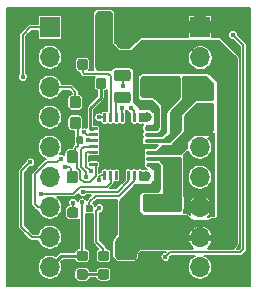
<source format=gbr>
G04 #@! TF.GenerationSoftware,KiCad,Pcbnew,(5.1.5)-3*
G04 #@! TF.CreationDate,2020-05-13T09:52:28+02:00*
G04 #@! TF.ProjectId,3D_Printer_Stepper_TMC2209,33445f50-7269-46e7-9465-725f53746570,rev?*
G04 #@! TF.SameCoordinates,Original*
G04 #@! TF.FileFunction,Copper,L1,Top*
G04 #@! TF.FilePolarity,Positive*
%FSLAX46Y46*%
G04 Gerber Fmt 4.6, Leading zero omitted, Abs format (unit mm)*
G04 Created by KiCad (PCBNEW (5.1.5)-3) date 2020-05-13 09:52:28*
%MOMM*%
%LPD*%
G04 APERTURE LIST*
%ADD10C,0.100000*%
%ADD11C,0.500000*%
%ADD12O,1.700000X1.700000*%
%ADD13R,1.700000X1.700000*%
%ADD14C,0.450000*%
%ADD15C,0.800000*%
%ADD16C,0.200000*%
%ADD17C,0.250000*%
%ADD18C,0.130000*%
%ADD19C,0.127000*%
%ADD20C,0.254000*%
G04 APERTURE END LIST*
G04 #@! TA.AperFunction,SMDPad,CuDef*
D10*
G36*
X30449504Y-31276204D02*
G01*
X30473773Y-31279804D01*
X30497571Y-31285765D01*
X30520671Y-31294030D01*
X30542849Y-31304520D01*
X30563893Y-31317133D01*
X30583598Y-31331747D01*
X30601777Y-31348223D01*
X30618253Y-31366402D01*
X30632867Y-31386107D01*
X30645480Y-31407151D01*
X30655970Y-31429329D01*
X30664235Y-31452429D01*
X30670196Y-31476227D01*
X30673796Y-31500496D01*
X30675000Y-31525000D01*
X30675000Y-34375000D01*
X30673796Y-34399504D01*
X30670196Y-34423773D01*
X30664235Y-34447571D01*
X30655970Y-34470671D01*
X30645480Y-34492849D01*
X30632867Y-34513893D01*
X30618253Y-34533598D01*
X30601777Y-34551777D01*
X30583598Y-34568253D01*
X30563893Y-34582867D01*
X30542849Y-34595480D01*
X30520671Y-34605970D01*
X30497571Y-34614235D01*
X30473773Y-34620196D01*
X30449504Y-34623796D01*
X30425000Y-34625000D01*
X27575000Y-34625000D01*
X27550496Y-34623796D01*
X27526227Y-34620196D01*
X27502429Y-34614235D01*
X27479329Y-34605970D01*
X27457151Y-34595480D01*
X27436107Y-34582867D01*
X27416402Y-34568253D01*
X27398223Y-34551777D01*
X27381747Y-34533598D01*
X27367133Y-34513893D01*
X27354520Y-34492849D01*
X27344030Y-34470671D01*
X27335765Y-34447571D01*
X27329804Y-34423773D01*
X27326204Y-34399504D01*
X27325000Y-34375000D01*
X27325000Y-31525000D01*
X27326204Y-31500496D01*
X27329804Y-31476227D01*
X27335765Y-31452429D01*
X27344030Y-31429329D01*
X27354520Y-31407151D01*
X27367133Y-31386107D01*
X27381747Y-31366402D01*
X27398223Y-31348223D01*
X27416402Y-31331747D01*
X27436107Y-31317133D01*
X27457151Y-31304520D01*
X27479329Y-31294030D01*
X27502429Y-31285765D01*
X27526227Y-31279804D01*
X27550496Y-31276204D01*
X27575000Y-31275000D01*
X30425000Y-31275000D01*
X30449504Y-31276204D01*
G37*
G04 #@! TD.AperFunction*
D11*
X30000000Y-31950000D03*
X30000000Y-32950000D03*
X30000000Y-33950000D03*
X29000000Y-31950000D03*
X29000000Y-32950000D03*
X29000000Y-33950000D03*
X28000000Y-31950000D03*
X28000000Y-32950000D03*
X28000000Y-33950000D03*
G04 #@! TA.AperFunction,SMDPad,CuDef*
D10*
G36*
X30568626Y-30100301D02*
G01*
X30574693Y-30101201D01*
X30580643Y-30102691D01*
X30586418Y-30104758D01*
X30591962Y-30107380D01*
X30597223Y-30110533D01*
X30602150Y-30114187D01*
X30606694Y-30118306D01*
X30610813Y-30122850D01*
X30614467Y-30127777D01*
X30617620Y-30133038D01*
X30620242Y-30138582D01*
X30622309Y-30144357D01*
X30623799Y-30150307D01*
X30624699Y-30156374D01*
X30625000Y-30162500D01*
X30625000Y-30837500D01*
X30624699Y-30843626D01*
X30623799Y-30849693D01*
X30622309Y-30855643D01*
X30620242Y-30861418D01*
X30617620Y-30866962D01*
X30614467Y-30872223D01*
X30610813Y-30877150D01*
X30606694Y-30881694D01*
X30602150Y-30885813D01*
X30597223Y-30889467D01*
X30591962Y-30892620D01*
X30586418Y-30895242D01*
X30580643Y-30897309D01*
X30574693Y-30898799D01*
X30568626Y-30899699D01*
X30562500Y-30900000D01*
X30437500Y-30900000D01*
X30431374Y-30899699D01*
X30425307Y-30898799D01*
X30419357Y-30897309D01*
X30413582Y-30895242D01*
X30408038Y-30892620D01*
X30402777Y-30889467D01*
X30397850Y-30885813D01*
X30393306Y-30881694D01*
X30389187Y-30877150D01*
X30385533Y-30872223D01*
X30382380Y-30866962D01*
X30379758Y-30861418D01*
X30377691Y-30855643D01*
X30376201Y-30849693D01*
X30375301Y-30843626D01*
X30375000Y-30837500D01*
X30375000Y-30162500D01*
X30375301Y-30156374D01*
X30376201Y-30150307D01*
X30377691Y-30144357D01*
X30379758Y-30138582D01*
X30382380Y-30133038D01*
X30385533Y-30127777D01*
X30389187Y-30122850D01*
X30393306Y-30118306D01*
X30397850Y-30114187D01*
X30402777Y-30110533D01*
X30408038Y-30107380D01*
X30413582Y-30104758D01*
X30419357Y-30102691D01*
X30425307Y-30101201D01*
X30431374Y-30100301D01*
X30437500Y-30100000D01*
X30562500Y-30100000D01*
X30568626Y-30100301D01*
G37*
G04 #@! TD.AperFunction*
G04 #@! TA.AperFunction,SMDPad,CuDef*
G36*
X30068626Y-30100301D02*
G01*
X30074693Y-30101201D01*
X30080643Y-30102691D01*
X30086418Y-30104758D01*
X30091962Y-30107380D01*
X30097223Y-30110533D01*
X30102150Y-30114187D01*
X30106694Y-30118306D01*
X30110813Y-30122850D01*
X30114467Y-30127777D01*
X30117620Y-30133038D01*
X30120242Y-30138582D01*
X30122309Y-30144357D01*
X30123799Y-30150307D01*
X30124699Y-30156374D01*
X30125000Y-30162500D01*
X30125000Y-30837500D01*
X30124699Y-30843626D01*
X30123799Y-30849693D01*
X30122309Y-30855643D01*
X30120242Y-30861418D01*
X30117620Y-30866962D01*
X30114467Y-30872223D01*
X30110813Y-30877150D01*
X30106694Y-30881694D01*
X30102150Y-30885813D01*
X30097223Y-30889467D01*
X30091962Y-30892620D01*
X30086418Y-30895242D01*
X30080643Y-30897309D01*
X30074693Y-30898799D01*
X30068626Y-30899699D01*
X30062500Y-30900000D01*
X29937500Y-30900000D01*
X29931374Y-30899699D01*
X29925307Y-30898799D01*
X29919357Y-30897309D01*
X29913582Y-30895242D01*
X29908038Y-30892620D01*
X29902777Y-30889467D01*
X29897850Y-30885813D01*
X29893306Y-30881694D01*
X29889187Y-30877150D01*
X29885533Y-30872223D01*
X29882380Y-30866962D01*
X29879758Y-30861418D01*
X29877691Y-30855643D01*
X29876201Y-30849693D01*
X29875301Y-30843626D01*
X29875000Y-30837500D01*
X29875000Y-30162500D01*
X29875301Y-30156374D01*
X29876201Y-30150307D01*
X29877691Y-30144357D01*
X29879758Y-30138582D01*
X29882380Y-30133038D01*
X29885533Y-30127777D01*
X29889187Y-30122850D01*
X29893306Y-30118306D01*
X29897850Y-30114187D01*
X29902777Y-30110533D01*
X29908038Y-30107380D01*
X29913582Y-30104758D01*
X29919357Y-30102691D01*
X29925307Y-30101201D01*
X29931374Y-30100301D01*
X29937500Y-30100000D01*
X30062500Y-30100000D01*
X30068626Y-30100301D01*
G37*
G04 #@! TD.AperFunction*
G04 #@! TA.AperFunction,SMDPad,CuDef*
G36*
X29568626Y-30100301D02*
G01*
X29574693Y-30101201D01*
X29580643Y-30102691D01*
X29586418Y-30104758D01*
X29591962Y-30107380D01*
X29597223Y-30110533D01*
X29602150Y-30114187D01*
X29606694Y-30118306D01*
X29610813Y-30122850D01*
X29614467Y-30127777D01*
X29617620Y-30133038D01*
X29620242Y-30138582D01*
X29622309Y-30144357D01*
X29623799Y-30150307D01*
X29624699Y-30156374D01*
X29625000Y-30162500D01*
X29625000Y-30837500D01*
X29624699Y-30843626D01*
X29623799Y-30849693D01*
X29622309Y-30855643D01*
X29620242Y-30861418D01*
X29617620Y-30866962D01*
X29614467Y-30872223D01*
X29610813Y-30877150D01*
X29606694Y-30881694D01*
X29602150Y-30885813D01*
X29597223Y-30889467D01*
X29591962Y-30892620D01*
X29586418Y-30895242D01*
X29580643Y-30897309D01*
X29574693Y-30898799D01*
X29568626Y-30899699D01*
X29562500Y-30900000D01*
X29437500Y-30900000D01*
X29431374Y-30899699D01*
X29425307Y-30898799D01*
X29419357Y-30897309D01*
X29413582Y-30895242D01*
X29408038Y-30892620D01*
X29402777Y-30889467D01*
X29397850Y-30885813D01*
X29393306Y-30881694D01*
X29389187Y-30877150D01*
X29385533Y-30872223D01*
X29382380Y-30866962D01*
X29379758Y-30861418D01*
X29377691Y-30855643D01*
X29376201Y-30849693D01*
X29375301Y-30843626D01*
X29375000Y-30837500D01*
X29375000Y-30162500D01*
X29375301Y-30156374D01*
X29376201Y-30150307D01*
X29377691Y-30144357D01*
X29379758Y-30138582D01*
X29382380Y-30133038D01*
X29385533Y-30127777D01*
X29389187Y-30122850D01*
X29393306Y-30118306D01*
X29397850Y-30114187D01*
X29402777Y-30110533D01*
X29408038Y-30107380D01*
X29413582Y-30104758D01*
X29419357Y-30102691D01*
X29425307Y-30101201D01*
X29431374Y-30100301D01*
X29437500Y-30100000D01*
X29562500Y-30100000D01*
X29568626Y-30100301D01*
G37*
G04 #@! TD.AperFunction*
G04 #@! TA.AperFunction,SMDPad,CuDef*
G36*
X29068626Y-30100301D02*
G01*
X29074693Y-30101201D01*
X29080643Y-30102691D01*
X29086418Y-30104758D01*
X29091962Y-30107380D01*
X29097223Y-30110533D01*
X29102150Y-30114187D01*
X29106694Y-30118306D01*
X29110813Y-30122850D01*
X29114467Y-30127777D01*
X29117620Y-30133038D01*
X29120242Y-30138582D01*
X29122309Y-30144357D01*
X29123799Y-30150307D01*
X29124699Y-30156374D01*
X29125000Y-30162500D01*
X29125000Y-30837500D01*
X29124699Y-30843626D01*
X29123799Y-30849693D01*
X29122309Y-30855643D01*
X29120242Y-30861418D01*
X29117620Y-30866962D01*
X29114467Y-30872223D01*
X29110813Y-30877150D01*
X29106694Y-30881694D01*
X29102150Y-30885813D01*
X29097223Y-30889467D01*
X29091962Y-30892620D01*
X29086418Y-30895242D01*
X29080643Y-30897309D01*
X29074693Y-30898799D01*
X29068626Y-30899699D01*
X29062500Y-30900000D01*
X28937500Y-30900000D01*
X28931374Y-30899699D01*
X28925307Y-30898799D01*
X28919357Y-30897309D01*
X28913582Y-30895242D01*
X28908038Y-30892620D01*
X28902777Y-30889467D01*
X28897850Y-30885813D01*
X28893306Y-30881694D01*
X28889187Y-30877150D01*
X28885533Y-30872223D01*
X28882380Y-30866962D01*
X28879758Y-30861418D01*
X28877691Y-30855643D01*
X28876201Y-30849693D01*
X28875301Y-30843626D01*
X28875000Y-30837500D01*
X28875000Y-30162500D01*
X28875301Y-30156374D01*
X28876201Y-30150307D01*
X28877691Y-30144357D01*
X28879758Y-30138582D01*
X28882380Y-30133038D01*
X28885533Y-30127777D01*
X28889187Y-30122850D01*
X28893306Y-30118306D01*
X28897850Y-30114187D01*
X28902777Y-30110533D01*
X28908038Y-30107380D01*
X28913582Y-30104758D01*
X28919357Y-30102691D01*
X28925307Y-30101201D01*
X28931374Y-30100301D01*
X28937500Y-30100000D01*
X29062500Y-30100000D01*
X29068626Y-30100301D01*
G37*
G04 #@! TD.AperFunction*
G04 #@! TA.AperFunction,SMDPad,CuDef*
G36*
X28568626Y-30100301D02*
G01*
X28574693Y-30101201D01*
X28580643Y-30102691D01*
X28586418Y-30104758D01*
X28591962Y-30107380D01*
X28597223Y-30110533D01*
X28602150Y-30114187D01*
X28606694Y-30118306D01*
X28610813Y-30122850D01*
X28614467Y-30127777D01*
X28617620Y-30133038D01*
X28620242Y-30138582D01*
X28622309Y-30144357D01*
X28623799Y-30150307D01*
X28624699Y-30156374D01*
X28625000Y-30162500D01*
X28625000Y-30837500D01*
X28624699Y-30843626D01*
X28623799Y-30849693D01*
X28622309Y-30855643D01*
X28620242Y-30861418D01*
X28617620Y-30866962D01*
X28614467Y-30872223D01*
X28610813Y-30877150D01*
X28606694Y-30881694D01*
X28602150Y-30885813D01*
X28597223Y-30889467D01*
X28591962Y-30892620D01*
X28586418Y-30895242D01*
X28580643Y-30897309D01*
X28574693Y-30898799D01*
X28568626Y-30899699D01*
X28562500Y-30900000D01*
X28437500Y-30900000D01*
X28431374Y-30899699D01*
X28425307Y-30898799D01*
X28419357Y-30897309D01*
X28413582Y-30895242D01*
X28408038Y-30892620D01*
X28402777Y-30889467D01*
X28397850Y-30885813D01*
X28393306Y-30881694D01*
X28389187Y-30877150D01*
X28385533Y-30872223D01*
X28382380Y-30866962D01*
X28379758Y-30861418D01*
X28377691Y-30855643D01*
X28376201Y-30849693D01*
X28375301Y-30843626D01*
X28375000Y-30837500D01*
X28375000Y-30162500D01*
X28375301Y-30156374D01*
X28376201Y-30150307D01*
X28377691Y-30144357D01*
X28379758Y-30138582D01*
X28382380Y-30133038D01*
X28385533Y-30127777D01*
X28389187Y-30122850D01*
X28393306Y-30118306D01*
X28397850Y-30114187D01*
X28402777Y-30110533D01*
X28408038Y-30107380D01*
X28413582Y-30104758D01*
X28419357Y-30102691D01*
X28425307Y-30101201D01*
X28431374Y-30100301D01*
X28437500Y-30100000D01*
X28562500Y-30100000D01*
X28568626Y-30100301D01*
G37*
G04 #@! TD.AperFunction*
G04 #@! TA.AperFunction,SMDPad,CuDef*
G36*
X28068626Y-30100301D02*
G01*
X28074693Y-30101201D01*
X28080643Y-30102691D01*
X28086418Y-30104758D01*
X28091962Y-30107380D01*
X28097223Y-30110533D01*
X28102150Y-30114187D01*
X28106694Y-30118306D01*
X28110813Y-30122850D01*
X28114467Y-30127777D01*
X28117620Y-30133038D01*
X28120242Y-30138582D01*
X28122309Y-30144357D01*
X28123799Y-30150307D01*
X28124699Y-30156374D01*
X28125000Y-30162500D01*
X28125000Y-30837500D01*
X28124699Y-30843626D01*
X28123799Y-30849693D01*
X28122309Y-30855643D01*
X28120242Y-30861418D01*
X28117620Y-30866962D01*
X28114467Y-30872223D01*
X28110813Y-30877150D01*
X28106694Y-30881694D01*
X28102150Y-30885813D01*
X28097223Y-30889467D01*
X28091962Y-30892620D01*
X28086418Y-30895242D01*
X28080643Y-30897309D01*
X28074693Y-30898799D01*
X28068626Y-30899699D01*
X28062500Y-30900000D01*
X27937500Y-30900000D01*
X27931374Y-30899699D01*
X27925307Y-30898799D01*
X27919357Y-30897309D01*
X27913582Y-30895242D01*
X27908038Y-30892620D01*
X27902777Y-30889467D01*
X27897850Y-30885813D01*
X27893306Y-30881694D01*
X27889187Y-30877150D01*
X27885533Y-30872223D01*
X27882380Y-30866962D01*
X27879758Y-30861418D01*
X27877691Y-30855643D01*
X27876201Y-30849693D01*
X27875301Y-30843626D01*
X27875000Y-30837500D01*
X27875000Y-30162500D01*
X27875301Y-30156374D01*
X27876201Y-30150307D01*
X27877691Y-30144357D01*
X27879758Y-30138582D01*
X27882380Y-30133038D01*
X27885533Y-30127777D01*
X27889187Y-30122850D01*
X27893306Y-30118306D01*
X27897850Y-30114187D01*
X27902777Y-30110533D01*
X27908038Y-30107380D01*
X27913582Y-30104758D01*
X27919357Y-30102691D01*
X27925307Y-30101201D01*
X27931374Y-30100301D01*
X27937500Y-30100000D01*
X28062500Y-30100000D01*
X28068626Y-30100301D01*
G37*
G04 #@! TD.AperFunction*
G04 #@! TA.AperFunction,SMDPad,CuDef*
G36*
X27568626Y-30100301D02*
G01*
X27574693Y-30101201D01*
X27580643Y-30102691D01*
X27586418Y-30104758D01*
X27591962Y-30107380D01*
X27597223Y-30110533D01*
X27602150Y-30114187D01*
X27606694Y-30118306D01*
X27610813Y-30122850D01*
X27614467Y-30127777D01*
X27617620Y-30133038D01*
X27620242Y-30138582D01*
X27622309Y-30144357D01*
X27623799Y-30150307D01*
X27624699Y-30156374D01*
X27625000Y-30162500D01*
X27625000Y-30837500D01*
X27624699Y-30843626D01*
X27623799Y-30849693D01*
X27622309Y-30855643D01*
X27620242Y-30861418D01*
X27617620Y-30866962D01*
X27614467Y-30872223D01*
X27610813Y-30877150D01*
X27606694Y-30881694D01*
X27602150Y-30885813D01*
X27597223Y-30889467D01*
X27591962Y-30892620D01*
X27586418Y-30895242D01*
X27580643Y-30897309D01*
X27574693Y-30898799D01*
X27568626Y-30899699D01*
X27562500Y-30900000D01*
X27437500Y-30900000D01*
X27431374Y-30899699D01*
X27425307Y-30898799D01*
X27419357Y-30897309D01*
X27413582Y-30895242D01*
X27408038Y-30892620D01*
X27402777Y-30889467D01*
X27397850Y-30885813D01*
X27393306Y-30881694D01*
X27389187Y-30877150D01*
X27385533Y-30872223D01*
X27382380Y-30866962D01*
X27379758Y-30861418D01*
X27377691Y-30855643D01*
X27376201Y-30849693D01*
X27375301Y-30843626D01*
X27375000Y-30837500D01*
X27375000Y-30162500D01*
X27375301Y-30156374D01*
X27376201Y-30150307D01*
X27377691Y-30144357D01*
X27379758Y-30138582D01*
X27382380Y-30133038D01*
X27385533Y-30127777D01*
X27389187Y-30122850D01*
X27393306Y-30118306D01*
X27397850Y-30114187D01*
X27402777Y-30110533D01*
X27408038Y-30107380D01*
X27413582Y-30104758D01*
X27419357Y-30102691D01*
X27425307Y-30101201D01*
X27431374Y-30100301D01*
X27437500Y-30100000D01*
X27562500Y-30100000D01*
X27568626Y-30100301D01*
G37*
G04 #@! TD.AperFunction*
G04 #@! TA.AperFunction,SMDPad,CuDef*
G36*
X26893626Y-31325301D02*
G01*
X26899693Y-31326201D01*
X26905643Y-31327691D01*
X26911418Y-31329758D01*
X26916962Y-31332380D01*
X26922223Y-31335533D01*
X26927150Y-31339187D01*
X26931694Y-31343306D01*
X26935813Y-31347850D01*
X26939467Y-31352777D01*
X26942620Y-31358038D01*
X26945242Y-31363582D01*
X26947309Y-31369357D01*
X26948799Y-31375307D01*
X26949699Y-31381374D01*
X26950000Y-31387500D01*
X26950000Y-31512500D01*
X26949699Y-31518626D01*
X26948799Y-31524693D01*
X26947309Y-31530643D01*
X26945242Y-31536418D01*
X26942620Y-31541962D01*
X26939467Y-31547223D01*
X26935813Y-31552150D01*
X26931694Y-31556694D01*
X26927150Y-31560813D01*
X26922223Y-31564467D01*
X26916962Y-31567620D01*
X26911418Y-31570242D01*
X26905643Y-31572309D01*
X26899693Y-31573799D01*
X26893626Y-31574699D01*
X26887500Y-31575000D01*
X26212500Y-31575000D01*
X26206374Y-31574699D01*
X26200307Y-31573799D01*
X26194357Y-31572309D01*
X26188582Y-31570242D01*
X26183038Y-31567620D01*
X26177777Y-31564467D01*
X26172850Y-31560813D01*
X26168306Y-31556694D01*
X26164187Y-31552150D01*
X26160533Y-31547223D01*
X26157380Y-31541962D01*
X26154758Y-31536418D01*
X26152691Y-31530643D01*
X26151201Y-31524693D01*
X26150301Y-31518626D01*
X26150000Y-31512500D01*
X26150000Y-31387500D01*
X26150301Y-31381374D01*
X26151201Y-31375307D01*
X26152691Y-31369357D01*
X26154758Y-31363582D01*
X26157380Y-31358038D01*
X26160533Y-31352777D01*
X26164187Y-31347850D01*
X26168306Y-31343306D01*
X26172850Y-31339187D01*
X26177777Y-31335533D01*
X26183038Y-31332380D01*
X26188582Y-31329758D01*
X26194357Y-31327691D01*
X26200307Y-31326201D01*
X26206374Y-31325301D01*
X26212500Y-31325000D01*
X26887500Y-31325000D01*
X26893626Y-31325301D01*
G37*
G04 #@! TD.AperFunction*
G04 #@! TA.AperFunction,SMDPad,CuDef*
G36*
X26893626Y-31825301D02*
G01*
X26899693Y-31826201D01*
X26905643Y-31827691D01*
X26911418Y-31829758D01*
X26916962Y-31832380D01*
X26922223Y-31835533D01*
X26927150Y-31839187D01*
X26931694Y-31843306D01*
X26935813Y-31847850D01*
X26939467Y-31852777D01*
X26942620Y-31858038D01*
X26945242Y-31863582D01*
X26947309Y-31869357D01*
X26948799Y-31875307D01*
X26949699Y-31881374D01*
X26950000Y-31887500D01*
X26950000Y-32012500D01*
X26949699Y-32018626D01*
X26948799Y-32024693D01*
X26947309Y-32030643D01*
X26945242Y-32036418D01*
X26942620Y-32041962D01*
X26939467Y-32047223D01*
X26935813Y-32052150D01*
X26931694Y-32056694D01*
X26927150Y-32060813D01*
X26922223Y-32064467D01*
X26916962Y-32067620D01*
X26911418Y-32070242D01*
X26905643Y-32072309D01*
X26899693Y-32073799D01*
X26893626Y-32074699D01*
X26887500Y-32075000D01*
X26212500Y-32075000D01*
X26206374Y-32074699D01*
X26200307Y-32073799D01*
X26194357Y-32072309D01*
X26188582Y-32070242D01*
X26183038Y-32067620D01*
X26177777Y-32064467D01*
X26172850Y-32060813D01*
X26168306Y-32056694D01*
X26164187Y-32052150D01*
X26160533Y-32047223D01*
X26157380Y-32041962D01*
X26154758Y-32036418D01*
X26152691Y-32030643D01*
X26151201Y-32024693D01*
X26150301Y-32018626D01*
X26150000Y-32012500D01*
X26150000Y-31887500D01*
X26150301Y-31881374D01*
X26151201Y-31875307D01*
X26152691Y-31869357D01*
X26154758Y-31863582D01*
X26157380Y-31858038D01*
X26160533Y-31852777D01*
X26164187Y-31847850D01*
X26168306Y-31843306D01*
X26172850Y-31839187D01*
X26177777Y-31835533D01*
X26183038Y-31832380D01*
X26188582Y-31829758D01*
X26194357Y-31827691D01*
X26200307Y-31826201D01*
X26206374Y-31825301D01*
X26212500Y-31825000D01*
X26887500Y-31825000D01*
X26893626Y-31825301D01*
G37*
G04 #@! TD.AperFunction*
G04 #@! TA.AperFunction,SMDPad,CuDef*
G36*
X26893626Y-32325301D02*
G01*
X26899693Y-32326201D01*
X26905643Y-32327691D01*
X26911418Y-32329758D01*
X26916962Y-32332380D01*
X26922223Y-32335533D01*
X26927150Y-32339187D01*
X26931694Y-32343306D01*
X26935813Y-32347850D01*
X26939467Y-32352777D01*
X26942620Y-32358038D01*
X26945242Y-32363582D01*
X26947309Y-32369357D01*
X26948799Y-32375307D01*
X26949699Y-32381374D01*
X26950000Y-32387500D01*
X26950000Y-32512500D01*
X26949699Y-32518626D01*
X26948799Y-32524693D01*
X26947309Y-32530643D01*
X26945242Y-32536418D01*
X26942620Y-32541962D01*
X26939467Y-32547223D01*
X26935813Y-32552150D01*
X26931694Y-32556694D01*
X26927150Y-32560813D01*
X26922223Y-32564467D01*
X26916962Y-32567620D01*
X26911418Y-32570242D01*
X26905643Y-32572309D01*
X26899693Y-32573799D01*
X26893626Y-32574699D01*
X26887500Y-32575000D01*
X26212500Y-32575000D01*
X26206374Y-32574699D01*
X26200307Y-32573799D01*
X26194357Y-32572309D01*
X26188582Y-32570242D01*
X26183038Y-32567620D01*
X26177777Y-32564467D01*
X26172850Y-32560813D01*
X26168306Y-32556694D01*
X26164187Y-32552150D01*
X26160533Y-32547223D01*
X26157380Y-32541962D01*
X26154758Y-32536418D01*
X26152691Y-32530643D01*
X26151201Y-32524693D01*
X26150301Y-32518626D01*
X26150000Y-32512500D01*
X26150000Y-32387500D01*
X26150301Y-32381374D01*
X26151201Y-32375307D01*
X26152691Y-32369357D01*
X26154758Y-32363582D01*
X26157380Y-32358038D01*
X26160533Y-32352777D01*
X26164187Y-32347850D01*
X26168306Y-32343306D01*
X26172850Y-32339187D01*
X26177777Y-32335533D01*
X26183038Y-32332380D01*
X26188582Y-32329758D01*
X26194357Y-32327691D01*
X26200307Y-32326201D01*
X26206374Y-32325301D01*
X26212500Y-32325000D01*
X26887500Y-32325000D01*
X26893626Y-32325301D01*
G37*
G04 #@! TD.AperFunction*
G04 #@! TA.AperFunction,SMDPad,CuDef*
G36*
X26893626Y-32825301D02*
G01*
X26899693Y-32826201D01*
X26905643Y-32827691D01*
X26911418Y-32829758D01*
X26916962Y-32832380D01*
X26922223Y-32835533D01*
X26927150Y-32839187D01*
X26931694Y-32843306D01*
X26935813Y-32847850D01*
X26939467Y-32852777D01*
X26942620Y-32858038D01*
X26945242Y-32863582D01*
X26947309Y-32869357D01*
X26948799Y-32875307D01*
X26949699Y-32881374D01*
X26950000Y-32887500D01*
X26950000Y-33012500D01*
X26949699Y-33018626D01*
X26948799Y-33024693D01*
X26947309Y-33030643D01*
X26945242Y-33036418D01*
X26942620Y-33041962D01*
X26939467Y-33047223D01*
X26935813Y-33052150D01*
X26931694Y-33056694D01*
X26927150Y-33060813D01*
X26922223Y-33064467D01*
X26916962Y-33067620D01*
X26911418Y-33070242D01*
X26905643Y-33072309D01*
X26899693Y-33073799D01*
X26893626Y-33074699D01*
X26887500Y-33075000D01*
X26212500Y-33075000D01*
X26206374Y-33074699D01*
X26200307Y-33073799D01*
X26194357Y-33072309D01*
X26188582Y-33070242D01*
X26183038Y-33067620D01*
X26177777Y-33064467D01*
X26172850Y-33060813D01*
X26168306Y-33056694D01*
X26164187Y-33052150D01*
X26160533Y-33047223D01*
X26157380Y-33041962D01*
X26154758Y-33036418D01*
X26152691Y-33030643D01*
X26151201Y-33024693D01*
X26150301Y-33018626D01*
X26150000Y-33012500D01*
X26150000Y-32887500D01*
X26150301Y-32881374D01*
X26151201Y-32875307D01*
X26152691Y-32869357D01*
X26154758Y-32863582D01*
X26157380Y-32858038D01*
X26160533Y-32852777D01*
X26164187Y-32847850D01*
X26168306Y-32843306D01*
X26172850Y-32839187D01*
X26177777Y-32835533D01*
X26183038Y-32832380D01*
X26188582Y-32829758D01*
X26194357Y-32827691D01*
X26200307Y-32826201D01*
X26206374Y-32825301D01*
X26212500Y-32825000D01*
X26887500Y-32825000D01*
X26893626Y-32825301D01*
G37*
G04 #@! TD.AperFunction*
G04 #@! TA.AperFunction,SMDPad,CuDef*
G36*
X26893626Y-33325301D02*
G01*
X26899693Y-33326201D01*
X26905643Y-33327691D01*
X26911418Y-33329758D01*
X26916962Y-33332380D01*
X26922223Y-33335533D01*
X26927150Y-33339187D01*
X26931694Y-33343306D01*
X26935813Y-33347850D01*
X26939467Y-33352777D01*
X26942620Y-33358038D01*
X26945242Y-33363582D01*
X26947309Y-33369357D01*
X26948799Y-33375307D01*
X26949699Y-33381374D01*
X26950000Y-33387500D01*
X26950000Y-33512500D01*
X26949699Y-33518626D01*
X26948799Y-33524693D01*
X26947309Y-33530643D01*
X26945242Y-33536418D01*
X26942620Y-33541962D01*
X26939467Y-33547223D01*
X26935813Y-33552150D01*
X26931694Y-33556694D01*
X26927150Y-33560813D01*
X26922223Y-33564467D01*
X26916962Y-33567620D01*
X26911418Y-33570242D01*
X26905643Y-33572309D01*
X26899693Y-33573799D01*
X26893626Y-33574699D01*
X26887500Y-33575000D01*
X26212500Y-33575000D01*
X26206374Y-33574699D01*
X26200307Y-33573799D01*
X26194357Y-33572309D01*
X26188582Y-33570242D01*
X26183038Y-33567620D01*
X26177777Y-33564467D01*
X26172850Y-33560813D01*
X26168306Y-33556694D01*
X26164187Y-33552150D01*
X26160533Y-33547223D01*
X26157380Y-33541962D01*
X26154758Y-33536418D01*
X26152691Y-33530643D01*
X26151201Y-33524693D01*
X26150301Y-33518626D01*
X26150000Y-33512500D01*
X26150000Y-33387500D01*
X26150301Y-33381374D01*
X26151201Y-33375307D01*
X26152691Y-33369357D01*
X26154758Y-33363582D01*
X26157380Y-33358038D01*
X26160533Y-33352777D01*
X26164187Y-33347850D01*
X26168306Y-33343306D01*
X26172850Y-33339187D01*
X26177777Y-33335533D01*
X26183038Y-33332380D01*
X26188582Y-33329758D01*
X26194357Y-33327691D01*
X26200307Y-33326201D01*
X26206374Y-33325301D01*
X26212500Y-33325000D01*
X26887500Y-33325000D01*
X26893626Y-33325301D01*
G37*
G04 #@! TD.AperFunction*
G04 #@! TA.AperFunction,SMDPad,CuDef*
G36*
X26893626Y-33825301D02*
G01*
X26899693Y-33826201D01*
X26905643Y-33827691D01*
X26911418Y-33829758D01*
X26916962Y-33832380D01*
X26922223Y-33835533D01*
X26927150Y-33839187D01*
X26931694Y-33843306D01*
X26935813Y-33847850D01*
X26939467Y-33852777D01*
X26942620Y-33858038D01*
X26945242Y-33863582D01*
X26947309Y-33869357D01*
X26948799Y-33875307D01*
X26949699Y-33881374D01*
X26950000Y-33887500D01*
X26950000Y-34012500D01*
X26949699Y-34018626D01*
X26948799Y-34024693D01*
X26947309Y-34030643D01*
X26945242Y-34036418D01*
X26942620Y-34041962D01*
X26939467Y-34047223D01*
X26935813Y-34052150D01*
X26931694Y-34056694D01*
X26927150Y-34060813D01*
X26922223Y-34064467D01*
X26916962Y-34067620D01*
X26911418Y-34070242D01*
X26905643Y-34072309D01*
X26899693Y-34073799D01*
X26893626Y-34074699D01*
X26887500Y-34075000D01*
X26212500Y-34075000D01*
X26206374Y-34074699D01*
X26200307Y-34073799D01*
X26194357Y-34072309D01*
X26188582Y-34070242D01*
X26183038Y-34067620D01*
X26177777Y-34064467D01*
X26172850Y-34060813D01*
X26168306Y-34056694D01*
X26164187Y-34052150D01*
X26160533Y-34047223D01*
X26157380Y-34041962D01*
X26154758Y-34036418D01*
X26152691Y-34030643D01*
X26151201Y-34024693D01*
X26150301Y-34018626D01*
X26150000Y-34012500D01*
X26150000Y-33887500D01*
X26150301Y-33881374D01*
X26151201Y-33875307D01*
X26152691Y-33869357D01*
X26154758Y-33863582D01*
X26157380Y-33858038D01*
X26160533Y-33852777D01*
X26164187Y-33847850D01*
X26168306Y-33843306D01*
X26172850Y-33839187D01*
X26177777Y-33835533D01*
X26183038Y-33832380D01*
X26188582Y-33829758D01*
X26194357Y-33827691D01*
X26200307Y-33826201D01*
X26206374Y-33825301D01*
X26212500Y-33825000D01*
X26887500Y-33825000D01*
X26893626Y-33825301D01*
G37*
G04 #@! TD.AperFunction*
G04 #@! TA.AperFunction,SMDPad,CuDef*
G36*
X26893626Y-34325301D02*
G01*
X26899693Y-34326201D01*
X26905643Y-34327691D01*
X26911418Y-34329758D01*
X26916962Y-34332380D01*
X26922223Y-34335533D01*
X26927150Y-34339187D01*
X26931694Y-34343306D01*
X26935813Y-34347850D01*
X26939467Y-34352777D01*
X26942620Y-34358038D01*
X26945242Y-34363582D01*
X26947309Y-34369357D01*
X26948799Y-34375307D01*
X26949699Y-34381374D01*
X26950000Y-34387500D01*
X26950000Y-34512500D01*
X26949699Y-34518626D01*
X26948799Y-34524693D01*
X26947309Y-34530643D01*
X26945242Y-34536418D01*
X26942620Y-34541962D01*
X26939467Y-34547223D01*
X26935813Y-34552150D01*
X26931694Y-34556694D01*
X26927150Y-34560813D01*
X26922223Y-34564467D01*
X26916962Y-34567620D01*
X26911418Y-34570242D01*
X26905643Y-34572309D01*
X26899693Y-34573799D01*
X26893626Y-34574699D01*
X26887500Y-34575000D01*
X26212500Y-34575000D01*
X26206374Y-34574699D01*
X26200307Y-34573799D01*
X26194357Y-34572309D01*
X26188582Y-34570242D01*
X26183038Y-34567620D01*
X26177777Y-34564467D01*
X26172850Y-34560813D01*
X26168306Y-34556694D01*
X26164187Y-34552150D01*
X26160533Y-34547223D01*
X26157380Y-34541962D01*
X26154758Y-34536418D01*
X26152691Y-34530643D01*
X26151201Y-34524693D01*
X26150301Y-34518626D01*
X26150000Y-34512500D01*
X26150000Y-34387500D01*
X26150301Y-34381374D01*
X26151201Y-34375307D01*
X26152691Y-34369357D01*
X26154758Y-34363582D01*
X26157380Y-34358038D01*
X26160533Y-34352777D01*
X26164187Y-34347850D01*
X26168306Y-34343306D01*
X26172850Y-34339187D01*
X26177777Y-34335533D01*
X26183038Y-34332380D01*
X26188582Y-34329758D01*
X26194357Y-34327691D01*
X26200307Y-34326201D01*
X26206374Y-34325301D01*
X26212500Y-34325000D01*
X26887500Y-34325000D01*
X26893626Y-34325301D01*
G37*
G04 #@! TD.AperFunction*
G04 #@! TA.AperFunction,SMDPad,CuDef*
G36*
X27568626Y-35000301D02*
G01*
X27574693Y-35001201D01*
X27580643Y-35002691D01*
X27586418Y-35004758D01*
X27591962Y-35007380D01*
X27597223Y-35010533D01*
X27602150Y-35014187D01*
X27606694Y-35018306D01*
X27610813Y-35022850D01*
X27614467Y-35027777D01*
X27617620Y-35033038D01*
X27620242Y-35038582D01*
X27622309Y-35044357D01*
X27623799Y-35050307D01*
X27624699Y-35056374D01*
X27625000Y-35062500D01*
X27625000Y-35737500D01*
X27624699Y-35743626D01*
X27623799Y-35749693D01*
X27622309Y-35755643D01*
X27620242Y-35761418D01*
X27617620Y-35766962D01*
X27614467Y-35772223D01*
X27610813Y-35777150D01*
X27606694Y-35781694D01*
X27602150Y-35785813D01*
X27597223Y-35789467D01*
X27591962Y-35792620D01*
X27586418Y-35795242D01*
X27580643Y-35797309D01*
X27574693Y-35798799D01*
X27568626Y-35799699D01*
X27562500Y-35800000D01*
X27437500Y-35800000D01*
X27431374Y-35799699D01*
X27425307Y-35798799D01*
X27419357Y-35797309D01*
X27413582Y-35795242D01*
X27408038Y-35792620D01*
X27402777Y-35789467D01*
X27397850Y-35785813D01*
X27393306Y-35781694D01*
X27389187Y-35777150D01*
X27385533Y-35772223D01*
X27382380Y-35766962D01*
X27379758Y-35761418D01*
X27377691Y-35755643D01*
X27376201Y-35749693D01*
X27375301Y-35743626D01*
X27375000Y-35737500D01*
X27375000Y-35062500D01*
X27375301Y-35056374D01*
X27376201Y-35050307D01*
X27377691Y-35044357D01*
X27379758Y-35038582D01*
X27382380Y-35033038D01*
X27385533Y-35027777D01*
X27389187Y-35022850D01*
X27393306Y-35018306D01*
X27397850Y-35014187D01*
X27402777Y-35010533D01*
X27408038Y-35007380D01*
X27413582Y-35004758D01*
X27419357Y-35002691D01*
X27425307Y-35001201D01*
X27431374Y-35000301D01*
X27437500Y-35000000D01*
X27562500Y-35000000D01*
X27568626Y-35000301D01*
G37*
G04 #@! TD.AperFunction*
G04 #@! TA.AperFunction,SMDPad,CuDef*
G36*
X28068626Y-35000301D02*
G01*
X28074693Y-35001201D01*
X28080643Y-35002691D01*
X28086418Y-35004758D01*
X28091962Y-35007380D01*
X28097223Y-35010533D01*
X28102150Y-35014187D01*
X28106694Y-35018306D01*
X28110813Y-35022850D01*
X28114467Y-35027777D01*
X28117620Y-35033038D01*
X28120242Y-35038582D01*
X28122309Y-35044357D01*
X28123799Y-35050307D01*
X28124699Y-35056374D01*
X28125000Y-35062500D01*
X28125000Y-35737500D01*
X28124699Y-35743626D01*
X28123799Y-35749693D01*
X28122309Y-35755643D01*
X28120242Y-35761418D01*
X28117620Y-35766962D01*
X28114467Y-35772223D01*
X28110813Y-35777150D01*
X28106694Y-35781694D01*
X28102150Y-35785813D01*
X28097223Y-35789467D01*
X28091962Y-35792620D01*
X28086418Y-35795242D01*
X28080643Y-35797309D01*
X28074693Y-35798799D01*
X28068626Y-35799699D01*
X28062500Y-35800000D01*
X27937500Y-35800000D01*
X27931374Y-35799699D01*
X27925307Y-35798799D01*
X27919357Y-35797309D01*
X27913582Y-35795242D01*
X27908038Y-35792620D01*
X27902777Y-35789467D01*
X27897850Y-35785813D01*
X27893306Y-35781694D01*
X27889187Y-35777150D01*
X27885533Y-35772223D01*
X27882380Y-35766962D01*
X27879758Y-35761418D01*
X27877691Y-35755643D01*
X27876201Y-35749693D01*
X27875301Y-35743626D01*
X27875000Y-35737500D01*
X27875000Y-35062500D01*
X27875301Y-35056374D01*
X27876201Y-35050307D01*
X27877691Y-35044357D01*
X27879758Y-35038582D01*
X27882380Y-35033038D01*
X27885533Y-35027777D01*
X27889187Y-35022850D01*
X27893306Y-35018306D01*
X27897850Y-35014187D01*
X27902777Y-35010533D01*
X27908038Y-35007380D01*
X27913582Y-35004758D01*
X27919357Y-35002691D01*
X27925307Y-35001201D01*
X27931374Y-35000301D01*
X27937500Y-35000000D01*
X28062500Y-35000000D01*
X28068626Y-35000301D01*
G37*
G04 #@! TD.AperFunction*
G04 #@! TA.AperFunction,SMDPad,CuDef*
G36*
X28568626Y-35000301D02*
G01*
X28574693Y-35001201D01*
X28580643Y-35002691D01*
X28586418Y-35004758D01*
X28591962Y-35007380D01*
X28597223Y-35010533D01*
X28602150Y-35014187D01*
X28606694Y-35018306D01*
X28610813Y-35022850D01*
X28614467Y-35027777D01*
X28617620Y-35033038D01*
X28620242Y-35038582D01*
X28622309Y-35044357D01*
X28623799Y-35050307D01*
X28624699Y-35056374D01*
X28625000Y-35062500D01*
X28625000Y-35737500D01*
X28624699Y-35743626D01*
X28623799Y-35749693D01*
X28622309Y-35755643D01*
X28620242Y-35761418D01*
X28617620Y-35766962D01*
X28614467Y-35772223D01*
X28610813Y-35777150D01*
X28606694Y-35781694D01*
X28602150Y-35785813D01*
X28597223Y-35789467D01*
X28591962Y-35792620D01*
X28586418Y-35795242D01*
X28580643Y-35797309D01*
X28574693Y-35798799D01*
X28568626Y-35799699D01*
X28562500Y-35800000D01*
X28437500Y-35800000D01*
X28431374Y-35799699D01*
X28425307Y-35798799D01*
X28419357Y-35797309D01*
X28413582Y-35795242D01*
X28408038Y-35792620D01*
X28402777Y-35789467D01*
X28397850Y-35785813D01*
X28393306Y-35781694D01*
X28389187Y-35777150D01*
X28385533Y-35772223D01*
X28382380Y-35766962D01*
X28379758Y-35761418D01*
X28377691Y-35755643D01*
X28376201Y-35749693D01*
X28375301Y-35743626D01*
X28375000Y-35737500D01*
X28375000Y-35062500D01*
X28375301Y-35056374D01*
X28376201Y-35050307D01*
X28377691Y-35044357D01*
X28379758Y-35038582D01*
X28382380Y-35033038D01*
X28385533Y-35027777D01*
X28389187Y-35022850D01*
X28393306Y-35018306D01*
X28397850Y-35014187D01*
X28402777Y-35010533D01*
X28408038Y-35007380D01*
X28413582Y-35004758D01*
X28419357Y-35002691D01*
X28425307Y-35001201D01*
X28431374Y-35000301D01*
X28437500Y-35000000D01*
X28562500Y-35000000D01*
X28568626Y-35000301D01*
G37*
G04 #@! TD.AperFunction*
G04 #@! TA.AperFunction,SMDPad,CuDef*
G36*
X29068626Y-35000301D02*
G01*
X29074693Y-35001201D01*
X29080643Y-35002691D01*
X29086418Y-35004758D01*
X29091962Y-35007380D01*
X29097223Y-35010533D01*
X29102150Y-35014187D01*
X29106694Y-35018306D01*
X29110813Y-35022850D01*
X29114467Y-35027777D01*
X29117620Y-35033038D01*
X29120242Y-35038582D01*
X29122309Y-35044357D01*
X29123799Y-35050307D01*
X29124699Y-35056374D01*
X29125000Y-35062500D01*
X29125000Y-35737500D01*
X29124699Y-35743626D01*
X29123799Y-35749693D01*
X29122309Y-35755643D01*
X29120242Y-35761418D01*
X29117620Y-35766962D01*
X29114467Y-35772223D01*
X29110813Y-35777150D01*
X29106694Y-35781694D01*
X29102150Y-35785813D01*
X29097223Y-35789467D01*
X29091962Y-35792620D01*
X29086418Y-35795242D01*
X29080643Y-35797309D01*
X29074693Y-35798799D01*
X29068626Y-35799699D01*
X29062500Y-35800000D01*
X28937500Y-35800000D01*
X28931374Y-35799699D01*
X28925307Y-35798799D01*
X28919357Y-35797309D01*
X28913582Y-35795242D01*
X28908038Y-35792620D01*
X28902777Y-35789467D01*
X28897850Y-35785813D01*
X28893306Y-35781694D01*
X28889187Y-35777150D01*
X28885533Y-35772223D01*
X28882380Y-35766962D01*
X28879758Y-35761418D01*
X28877691Y-35755643D01*
X28876201Y-35749693D01*
X28875301Y-35743626D01*
X28875000Y-35737500D01*
X28875000Y-35062500D01*
X28875301Y-35056374D01*
X28876201Y-35050307D01*
X28877691Y-35044357D01*
X28879758Y-35038582D01*
X28882380Y-35033038D01*
X28885533Y-35027777D01*
X28889187Y-35022850D01*
X28893306Y-35018306D01*
X28897850Y-35014187D01*
X28902777Y-35010533D01*
X28908038Y-35007380D01*
X28913582Y-35004758D01*
X28919357Y-35002691D01*
X28925307Y-35001201D01*
X28931374Y-35000301D01*
X28937500Y-35000000D01*
X29062500Y-35000000D01*
X29068626Y-35000301D01*
G37*
G04 #@! TD.AperFunction*
G04 #@! TA.AperFunction,SMDPad,CuDef*
G36*
X29568626Y-35000301D02*
G01*
X29574693Y-35001201D01*
X29580643Y-35002691D01*
X29586418Y-35004758D01*
X29591962Y-35007380D01*
X29597223Y-35010533D01*
X29602150Y-35014187D01*
X29606694Y-35018306D01*
X29610813Y-35022850D01*
X29614467Y-35027777D01*
X29617620Y-35033038D01*
X29620242Y-35038582D01*
X29622309Y-35044357D01*
X29623799Y-35050307D01*
X29624699Y-35056374D01*
X29625000Y-35062500D01*
X29625000Y-35737500D01*
X29624699Y-35743626D01*
X29623799Y-35749693D01*
X29622309Y-35755643D01*
X29620242Y-35761418D01*
X29617620Y-35766962D01*
X29614467Y-35772223D01*
X29610813Y-35777150D01*
X29606694Y-35781694D01*
X29602150Y-35785813D01*
X29597223Y-35789467D01*
X29591962Y-35792620D01*
X29586418Y-35795242D01*
X29580643Y-35797309D01*
X29574693Y-35798799D01*
X29568626Y-35799699D01*
X29562500Y-35800000D01*
X29437500Y-35800000D01*
X29431374Y-35799699D01*
X29425307Y-35798799D01*
X29419357Y-35797309D01*
X29413582Y-35795242D01*
X29408038Y-35792620D01*
X29402777Y-35789467D01*
X29397850Y-35785813D01*
X29393306Y-35781694D01*
X29389187Y-35777150D01*
X29385533Y-35772223D01*
X29382380Y-35766962D01*
X29379758Y-35761418D01*
X29377691Y-35755643D01*
X29376201Y-35749693D01*
X29375301Y-35743626D01*
X29375000Y-35737500D01*
X29375000Y-35062500D01*
X29375301Y-35056374D01*
X29376201Y-35050307D01*
X29377691Y-35044357D01*
X29379758Y-35038582D01*
X29382380Y-35033038D01*
X29385533Y-35027777D01*
X29389187Y-35022850D01*
X29393306Y-35018306D01*
X29397850Y-35014187D01*
X29402777Y-35010533D01*
X29408038Y-35007380D01*
X29413582Y-35004758D01*
X29419357Y-35002691D01*
X29425307Y-35001201D01*
X29431374Y-35000301D01*
X29437500Y-35000000D01*
X29562500Y-35000000D01*
X29568626Y-35000301D01*
G37*
G04 #@! TD.AperFunction*
G04 #@! TA.AperFunction,SMDPad,CuDef*
G36*
X30068626Y-35000301D02*
G01*
X30074693Y-35001201D01*
X30080643Y-35002691D01*
X30086418Y-35004758D01*
X30091962Y-35007380D01*
X30097223Y-35010533D01*
X30102150Y-35014187D01*
X30106694Y-35018306D01*
X30110813Y-35022850D01*
X30114467Y-35027777D01*
X30117620Y-35033038D01*
X30120242Y-35038582D01*
X30122309Y-35044357D01*
X30123799Y-35050307D01*
X30124699Y-35056374D01*
X30125000Y-35062500D01*
X30125000Y-35737500D01*
X30124699Y-35743626D01*
X30123799Y-35749693D01*
X30122309Y-35755643D01*
X30120242Y-35761418D01*
X30117620Y-35766962D01*
X30114467Y-35772223D01*
X30110813Y-35777150D01*
X30106694Y-35781694D01*
X30102150Y-35785813D01*
X30097223Y-35789467D01*
X30091962Y-35792620D01*
X30086418Y-35795242D01*
X30080643Y-35797309D01*
X30074693Y-35798799D01*
X30068626Y-35799699D01*
X30062500Y-35800000D01*
X29937500Y-35800000D01*
X29931374Y-35799699D01*
X29925307Y-35798799D01*
X29919357Y-35797309D01*
X29913582Y-35795242D01*
X29908038Y-35792620D01*
X29902777Y-35789467D01*
X29897850Y-35785813D01*
X29893306Y-35781694D01*
X29889187Y-35777150D01*
X29885533Y-35772223D01*
X29882380Y-35766962D01*
X29879758Y-35761418D01*
X29877691Y-35755643D01*
X29876201Y-35749693D01*
X29875301Y-35743626D01*
X29875000Y-35737500D01*
X29875000Y-35062500D01*
X29875301Y-35056374D01*
X29876201Y-35050307D01*
X29877691Y-35044357D01*
X29879758Y-35038582D01*
X29882380Y-35033038D01*
X29885533Y-35027777D01*
X29889187Y-35022850D01*
X29893306Y-35018306D01*
X29897850Y-35014187D01*
X29902777Y-35010533D01*
X29908038Y-35007380D01*
X29913582Y-35004758D01*
X29919357Y-35002691D01*
X29925307Y-35001201D01*
X29931374Y-35000301D01*
X29937500Y-35000000D01*
X30062500Y-35000000D01*
X30068626Y-35000301D01*
G37*
G04 #@! TD.AperFunction*
G04 #@! TA.AperFunction,SMDPad,CuDef*
G36*
X30568626Y-35000301D02*
G01*
X30574693Y-35001201D01*
X30580643Y-35002691D01*
X30586418Y-35004758D01*
X30591962Y-35007380D01*
X30597223Y-35010533D01*
X30602150Y-35014187D01*
X30606694Y-35018306D01*
X30610813Y-35022850D01*
X30614467Y-35027777D01*
X30617620Y-35033038D01*
X30620242Y-35038582D01*
X30622309Y-35044357D01*
X30623799Y-35050307D01*
X30624699Y-35056374D01*
X30625000Y-35062500D01*
X30625000Y-35737500D01*
X30624699Y-35743626D01*
X30623799Y-35749693D01*
X30622309Y-35755643D01*
X30620242Y-35761418D01*
X30617620Y-35766962D01*
X30614467Y-35772223D01*
X30610813Y-35777150D01*
X30606694Y-35781694D01*
X30602150Y-35785813D01*
X30597223Y-35789467D01*
X30591962Y-35792620D01*
X30586418Y-35795242D01*
X30580643Y-35797309D01*
X30574693Y-35798799D01*
X30568626Y-35799699D01*
X30562500Y-35800000D01*
X30437500Y-35800000D01*
X30431374Y-35799699D01*
X30425307Y-35798799D01*
X30419357Y-35797309D01*
X30413582Y-35795242D01*
X30408038Y-35792620D01*
X30402777Y-35789467D01*
X30397850Y-35785813D01*
X30393306Y-35781694D01*
X30389187Y-35777150D01*
X30385533Y-35772223D01*
X30382380Y-35766962D01*
X30379758Y-35761418D01*
X30377691Y-35755643D01*
X30376201Y-35749693D01*
X30375301Y-35743626D01*
X30375000Y-35737500D01*
X30375000Y-35062500D01*
X30375301Y-35056374D01*
X30376201Y-35050307D01*
X30377691Y-35044357D01*
X30379758Y-35038582D01*
X30382380Y-35033038D01*
X30385533Y-35027777D01*
X30389187Y-35022850D01*
X30393306Y-35018306D01*
X30397850Y-35014187D01*
X30402777Y-35010533D01*
X30408038Y-35007380D01*
X30413582Y-35004758D01*
X30419357Y-35002691D01*
X30425307Y-35001201D01*
X30431374Y-35000301D01*
X30437500Y-35000000D01*
X30562500Y-35000000D01*
X30568626Y-35000301D01*
G37*
G04 #@! TD.AperFunction*
G04 #@! TA.AperFunction,SMDPad,CuDef*
G36*
X31793626Y-34325301D02*
G01*
X31799693Y-34326201D01*
X31805643Y-34327691D01*
X31811418Y-34329758D01*
X31816962Y-34332380D01*
X31822223Y-34335533D01*
X31827150Y-34339187D01*
X31831694Y-34343306D01*
X31835813Y-34347850D01*
X31839467Y-34352777D01*
X31842620Y-34358038D01*
X31845242Y-34363582D01*
X31847309Y-34369357D01*
X31848799Y-34375307D01*
X31849699Y-34381374D01*
X31850000Y-34387500D01*
X31850000Y-34512500D01*
X31849699Y-34518626D01*
X31848799Y-34524693D01*
X31847309Y-34530643D01*
X31845242Y-34536418D01*
X31842620Y-34541962D01*
X31839467Y-34547223D01*
X31835813Y-34552150D01*
X31831694Y-34556694D01*
X31827150Y-34560813D01*
X31822223Y-34564467D01*
X31816962Y-34567620D01*
X31811418Y-34570242D01*
X31805643Y-34572309D01*
X31799693Y-34573799D01*
X31793626Y-34574699D01*
X31787500Y-34575000D01*
X31112500Y-34575000D01*
X31106374Y-34574699D01*
X31100307Y-34573799D01*
X31094357Y-34572309D01*
X31088582Y-34570242D01*
X31083038Y-34567620D01*
X31077777Y-34564467D01*
X31072850Y-34560813D01*
X31068306Y-34556694D01*
X31064187Y-34552150D01*
X31060533Y-34547223D01*
X31057380Y-34541962D01*
X31054758Y-34536418D01*
X31052691Y-34530643D01*
X31051201Y-34524693D01*
X31050301Y-34518626D01*
X31050000Y-34512500D01*
X31050000Y-34387500D01*
X31050301Y-34381374D01*
X31051201Y-34375307D01*
X31052691Y-34369357D01*
X31054758Y-34363582D01*
X31057380Y-34358038D01*
X31060533Y-34352777D01*
X31064187Y-34347850D01*
X31068306Y-34343306D01*
X31072850Y-34339187D01*
X31077777Y-34335533D01*
X31083038Y-34332380D01*
X31088582Y-34329758D01*
X31094357Y-34327691D01*
X31100307Y-34326201D01*
X31106374Y-34325301D01*
X31112500Y-34325000D01*
X31787500Y-34325000D01*
X31793626Y-34325301D01*
G37*
G04 #@! TD.AperFunction*
G04 #@! TA.AperFunction,SMDPad,CuDef*
G36*
X31793626Y-33825301D02*
G01*
X31799693Y-33826201D01*
X31805643Y-33827691D01*
X31811418Y-33829758D01*
X31816962Y-33832380D01*
X31822223Y-33835533D01*
X31827150Y-33839187D01*
X31831694Y-33843306D01*
X31835813Y-33847850D01*
X31839467Y-33852777D01*
X31842620Y-33858038D01*
X31845242Y-33863582D01*
X31847309Y-33869357D01*
X31848799Y-33875307D01*
X31849699Y-33881374D01*
X31850000Y-33887500D01*
X31850000Y-34012500D01*
X31849699Y-34018626D01*
X31848799Y-34024693D01*
X31847309Y-34030643D01*
X31845242Y-34036418D01*
X31842620Y-34041962D01*
X31839467Y-34047223D01*
X31835813Y-34052150D01*
X31831694Y-34056694D01*
X31827150Y-34060813D01*
X31822223Y-34064467D01*
X31816962Y-34067620D01*
X31811418Y-34070242D01*
X31805643Y-34072309D01*
X31799693Y-34073799D01*
X31793626Y-34074699D01*
X31787500Y-34075000D01*
X31112500Y-34075000D01*
X31106374Y-34074699D01*
X31100307Y-34073799D01*
X31094357Y-34072309D01*
X31088582Y-34070242D01*
X31083038Y-34067620D01*
X31077777Y-34064467D01*
X31072850Y-34060813D01*
X31068306Y-34056694D01*
X31064187Y-34052150D01*
X31060533Y-34047223D01*
X31057380Y-34041962D01*
X31054758Y-34036418D01*
X31052691Y-34030643D01*
X31051201Y-34024693D01*
X31050301Y-34018626D01*
X31050000Y-34012500D01*
X31050000Y-33887500D01*
X31050301Y-33881374D01*
X31051201Y-33875307D01*
X31052691Y-33869357D01*
X31054758Y-33863582D01*
X31057380Y-33858038D01*
X31060533Y-33852777D01*
X31064187Y-33847850D01*
X31068306Y-33843306D01*
X31072850Y-33839187D01*
X31077777Y-33835533D01*
X31083038Y-33832380D01*
X31088582Y-33829758D01*
X31094357Y-33827691D01*
X31100307Y-33826201D01*
X31106374Y-33825301D01*
X31112500Y-33825000D01*
X31787500Y-33825000D01*
X31793626Y-33825301D01*
G37*
G04 #@! TD.AperFunction*
G04 #@! TA.AperFunction,SMDPad,CuDef*
G36*
X31793626Y-33325301D02*
G01*
X31799693Y-33326201D01*
X31805643Y-33327691D01*
X31811418Y-33329758D01*
X31816962Y-33332380D01*
X31822223Y-33335533D01*
X31827150Y-33339187D01*
X31831694Y-33343306D01*
X31835813Y-33347850D01*
X31839467Y-33352777D01*
X31842620Y-33358038D01*
X31845242Y-33363582D01*
X31847309Y-33369357D01*
X31848799Y-33375307D01*
X31849699Y-33381374D01*
X31850000Y-33387500D01*
X31850000Y-33512500D01*
X31849699Y-33518626D01*
X31848799Y-33524693D01*
X31847309Y-33530643D01*
X31845242Y-33536418D01*
X31842620Y-33541962D01*
X31839467Y-33547223D01*
X31835813Y-33552150D01*
X31831694Y-33556694D01*
X31827150Y-33560813D01*
X31822223Y-33564467D01*
X31816962Y-33567620D01*
X31811418Y-33570242D01*
X31805643Y-33572309D01*
X31799693Y-33573799D01*
X31793626Y-33574699D01*
X31787500Y-33575000D01*
X31112500Y-33575000D01*
X31106374Y-33574699D01*
X31100307Y-33573799D01*
X31094357Y-33572309D01*
X31088582Y-33570242D01*
X31083038Y-33567620D01*
X31077777Y-33564467D01*
X31072850Y-33560813D01*
X31068306Y-33556694D01*
X31064187Y-33552150D01*
X31060533Y-33547223D01*
X31057380Y-33541962D01*
X31054758Y-33536418D01*
X31052691Y-33530643D01*
X31051201Y-33524693D01*
X31050301Y-33518626D01*
X31050000Y-33512500D01*
X31050000Y-33387500D01*
X31050301Y-33381374D01*
X31051201Y-33375307D01*
X31052691Y-33369357D01*
X31054758Y-33363582D01*
X31057380Y-33358038D01*
X31060533Y-33352777D01*
X31064187Y-33347850D01*
X31068306Y-33343306D01*
X31072850Y-33339187D01*
X31077777Y-33335533D01*
X31083038Y-33332380D01*
X31088582Y-33329758D01*
X31094357Y-33327691D01*
X31100307Y-33326201D01*
X31106374Y-33325301D01*
X31112500Y-33325000D01*
X31787500Y-33325000D01*
X31793626Y-33325301D01*
G37*
G04 #@! TD.AperFunction*
G04 #@! TA.AperFunction,SMDPad,CuDef*
G36*
X31793626Y-32825301D02*
G01*
X31799693Y-32826201D01*
X31805643Y-32827691D01*
X31811418Y-32829758D01*
X31816962Y-32832380D01*
X31822223Y-32835533D01*
X31827150Y-32839187D01*
X31831694Y-32843306D01*
X31835813Y-32847850D01*
X31839467Y-32852777D01*
X31842620Y-32858038D01*
X31845242Y-32863582D01*
X31847309Y-32869357D01*
X31848799Y-32875307D01*
X31849699Y-32881374D01*
X31850000Y-32887500D01*
X31850000Y-33012500D01*
X31849699Y-33018626D01*
X31848799Y-33024693D01*
X31847309Y-33030643D01*
X31845242Y-33036418D01*
X31842620Y-33041962D01*
X31839467Y-33047223D01*
X31835813Y-33052150D01*
X31831694Y-33056694D01*
X31827150Y-33060813D01*
X31822223Y-33064467D01*
X31816962Y-33067620D01*
X31811418Y-33070242D01*
X31805643Y-33072309D01*
X31799693Y-33073799D01*
X31793626Y-33074699D01*
X31787500Y-33075000D01*
X31112500Y-33075000D01*
X31106374Y-33074699D01*
X31100307Y-33073799D01*
X31094357Y-33072309D01*
X31088582Y-33070242D01*
X31083038Y-33067620D01*
X31077777Y-33064467D01*
X31072850Y-33060813D01*
X31068306Y-33056694D01*
X31064187Y-33052150D01*
X31060533Y-33047223D01*
X31057380Y-33041962D01*
X31054758Y-33036418D01*
X31052691Y-33030643D01*
X31051201Y-33024693D01*
X31050301Y-33018626D01*
X31050000Y-33012500D01*
X31050000Y-32887500D01*
X31050301Y-32881374D01*
X31051201Y-32875307D01*
X31052691Y-32869357D01*
X31054758Y-32863582D01*
X31057380Y-32858038D01*
X31060533Y-32852777D01*
X31064187Y-32847850D01*
X31068306Y-32843306D01*
X31072850Y-32839187D01*
X31077777Y-32835533D01*
X31083038Y-32832380D01*
X31088582Y-32829758D01*
X31094357Y-32827691D01*
X31100307Y-32826201D01*
X31106374Y-32825301D01*
X31112500Y-32825000D01*
X31787500Y-32825000D01*
X31793626Y-32825301D01*
G37*
G04 #@! TD.AperFunction*
G04 #@! TA.AperFunction,SMDPad,CuDef*
G36*
X31793626Y-32325301D02*
G01*
X31799693Y-32326201D01*
X31805643Y-32327691D01*
X31811418Y-32329758D01*
X31816962Y-32332380D01*
X31822223Y-32335533D01*
X31827150Y-32339187D01*
X31831694Y-32343306D01*
X31835813Y-32347850D01*
X31839467Y-32352777D01*
X31842620Y-32358038D01*
X31845242Y-32363582D01*
X31847309Y-32369357D01*
X31848799Y-32375307D01*
X31849699Y-32381374D01*
X31850000Y-32387500D01*
X31850000Y-32512500D01*
X31849699Y-32518626D01*
X31848799Y-32524693D01*
X31847309Y-32530643D01*
X31845242Y-32536418D01*
X31842620Y-32541962D01*
X31839467Y-32547223D01*
X31835813Y-32552150D01*
X31831694Y-32556694D01*
X31827150Y-32560813D01*
X31822223Y-32564467D01*
X31816962Y-32567620D01*
X31811418Y-32570242D01*
X31805643Y-32572309D01*
X31799693Y-32573799D01*
X31793626Y-32574699D01*
X31787500Y-32575000D01*
X31112500Y-32575000D01*
X31106374Y-32574699D01*
X31100307Y-32573799D01*
X31094357Y-32572309D01*
X31088582Y-32570242D01*
X31083038Y-32567620D01*
X31077777Y-32564467D01*
X31072850Y-32560813D01*
X31068306Y-32556694D01*
X31064187Y-32552150D01*
X31060533Y-32547223D01*
X31057380Y-32541962D01*
X31054758Y-32536418D01*
X31052691Y-32530643D01*
X31051201Y-32524693D01*
X31050301Y-32518626D01*
X31050000Y-32512500D01*
X31050000Y-32387500D01*
X31050301Y-32381374D01*
X31051201Y-32375307D01*
X31052691Y-32369357D01*
X31054758Y-32363582D01*
X31057380Y-32358038D01*
X31060533Y-32352777D01*
X31064187Y-32347850D01*
X31068306Y-32343306D01*
X31072850Y-32339187D01*
X31077777Y-32335533D01*
X31083038Y-32332380D01*
X31088582Y-32329758D01*
X31094357Y-32327691D01*
X31100307Y-32326201D01*
X31106374Y-32325301D01*
X31112500Y-32325000D01*
X31787500Y-32325000D01*
X31793626Y-32325301D01*
G37*
G04 #@! TD.AperFunction*
G04 #@! TA.AperFunction,SMDPad,CuDef*
G36*
X31793626Y-31825301D02*
G01*
X31799693Y-31826201D01*
X31805643Y-31827691D01*
X31811418Y-31829758D01*
X31816962Y-31832380D01*
X31822223Y-31835533D01*
X31827150Y-31839187D01*
X31831694Y-31843306D01*
X31835813Y-31847850D01*
X31839467Y-31852777D01*
X31842620Y-31858038D01*
X31845242Y-31863582D01*
X31847309Y-31869357D01*
X31848799Y-31875307D01*
X31849699Y-31881374D01*
X31850000Y-31887500D01*
X31850000Y-32012500D01*
X31849699Y-32018626D01*
X31848799Y-32024693D01*
X31847309Y-32030643D01*
X31845242Y-32036418D01*
X31842620Y-32041962D01*
X31839467Y-32047223D01*
X31835813Y-32052150D01*
X31831694Y-32056694D01*
X31827150Y-32060813D01*
X31822223Y-32064467D01*
X31816962Y-32067620D01*
X31811418Y-32070242D01*
X31805643Y-32072309D01*
X31799693Y-32073799D01*
X31793626Y-32074699D01*
X31787500Y-32075000D01*
X31112500Y-32075000D01*
X31106374Y-32074699D01*
X31100307Y-32073799D01*
X31094357Y-32072309D01*
X31088582Y-32070242D01*
X31083038Y-32067620D01*
X31077777Y-32064467D01*
X31072850Y-32060813D01*
X31068306Y-32056694D01*
X31064187Y-32052150D01*
X31060533Y-32047223D01*
X31057380Y-32041962D01*
X31054758Y-32036418D01*
X31052691Y-32030643D01*
X31051201Y-32024693D01*
X31050301Y-32018626D01*
X31050000Y-32012500D01*
X31050000Y-31887500D01*
X31050301Y-31881374D01*
X31051201Y-31875307D01*
X31052691Y-31869357D01*
X31054758Y-31863582D01*
X31057380Y-31858038D01*
X31060533Y-31852777D01*
X31064187Y-31847850D01*
X31068306Y-31843306D01*
X31072850Y-31839187D01*
X31077777Y-31835533D01*
X31083038Y-31832380D01*
X31088582Y-31829758D01*
X31094357Y-31827691D01*
X31100307Y-31826201D01*
X31106374Y-31825301D01*
X31112500Y-31825000D01*
X31787500Y-31825000D01*
X31793626Y-31825301D01*
G37*
G04 #@! TD.AperFunction*
G04 #@! TA.AperFunction,SMDPad,CuDef*
G36*
X31793626Y-31325301D02*
G01*
X31799693Y-31326201D01*
X31805643Y-31327691D01*
X31811418Y-31329758D01*
X31816962Y-31332380D01*
X31822223Y-31335533D01*
X31827150Y-31339187D01*
X31831694Y-31343306D01*
X31835813Y-31347850D01*
X31839467Y-31352777D01*
X31842620Y-31358038D01*
X31845242Y-31363582D01*
X31847309Y-31369357D01*
X31848799Y-31375307D01*
X31849699Y-31381374D01*
X31850000Y-31387500D01*
X31850000Y-31512500D01*
X31849699Y-31518626D01*
X31848799Y-31524693D01*
X31847309Y-31530643D01*
X31845242Y-31536418D01*
X31842620Y-31541962D01*
X31839467Y-31547223D01*
X31835813Y-31552150D01*
X31831694Y-31556694D01*
X31827150Y-31560813D01*
X31822223Y-31564467D01*
X31816962Y-31567620D01*
X31811418Y-31570242D01*
X31805643Y-31572309D01*
X31799693Y-31573799D01*
X31793626Y-31574699D01*
X31787500Y-31575000D01*
X31112500Y-31575000D01*
X31106374Y-31574699D01*
X31100307Y-31573799D01*
X31094357Y-31572309D01*
X31088582Y-31570242D01*
X31083038Y-31567620D01*
X31077777Y-31564467D01*
X31072850Y-31560813D01*
X31068306Y-31556694D01*
X31064187Y-31552150D01*
X31060533Y-31547223D01*
X31057380Y-31541962D01*
X31054758Y-31536418D01*
X31052691Y-31530643D01*
X31051201Y-31524693D01*
X31050301Y-31518626D01*
X31050000Y-31512500D01*
X31050000Y-31387500D01*
X31050301Y-31381374D01*
X31051201Y-31375307D01*
X31052691Y-31369357D01*
X31054758Y-31363582D01*
X31057380Y-31358038D01*
X31060533Y-31352777D01*
X31064187Y-31347850D01*
X31068306Y-31343306D01*
X31072850Y-31339187D01*
X31077777Y-31335533D01*
X31083038Y-31332380D01*
X31088582Y-31329758D01*
X31094357Y-31327691D01*
X31100307Y-31326201D01*
X31106374Y-31325301D01*
X31112500Y-31325000D01*
X31787500Y-31325000D01*
X31793626Y-31325301D01*
G37*
G04 #@! TD.AperFunction*
G04 #@! TA.AperFunction,SMDPad,CuDef*
G36*
X29480142Y-26438674D02*
G01*
X29503803Y-26442184D01*
X29527007Y-26447996D01*
X29549529Y-26456054D01*
X29571153Y-26466282D01*
X29591670Y-26478579D01*
X29610883Y-26492829D01*
X29628607Y-26508893D01*
X29644671Y-26526617D01*
X29658921Y-26545830D01*
X29671218Y-26566347D01*
X29681446Y-26587971D01*
X29689504Y-26610493D01*
X29695316Y-26633697D01*
X29698826Y-26657358D01*
X29700000Y-26681250D01*
X29700000Y-27168750D01*
X29698826Y-27192642D01*
X29695316Y-27216303D01*
X29689504Y-27239507D01*
X29681446Y-27262029D01*
X29671218Y-27283653D01*
X29658921Y-27304170D01*
X29644671Y-27323383D01*
X29628607Y-27341107D01*
X29610883Y-27357171D01*
X29591670Y-27371421D01*
X29571153Y-27383718D01*
X29549529Y-27393946D01*
X29527007Y-27402004D01*
X29503803Y-27407816D01*
X29480142Y-27411326D01*
X29456250Y-27412500D01*
X28543750Y-27412500D01*
X28519858Y-27411326D01*
X28496197Y-27407816D01*
X28472993Y-27402004D01*
X28450471Y-27393946D01*
X28428847Y-27383718D01*
X28408330Y-27371421D01*
X28389117Y-27357171D01*
X28371393Y-27341107D01*
X28355329Y-27323383D01*
X28341079Y-27304170D01*
X28328782Y-27283653D01*
X28318554Y-27262029D01*
X28310496Y-27239507D01*
X28304684Y-27216303D01*
X28301174Y-27192642D01*
X28300000Y-27168750D01*
X28300000Y-26681250D01*
X28301174Y-26657358D01*
X28304684Y-26633697D01*
X28310496Y-26610493D01*
X28318554Y-26587971D01*
X28328782Y-26566347D01*
X28341079Y-26545830D01*
X28355329Y-26526617D01*
X28371393Y-26508893D01*
X28389117Y-26492829D01*
X28408330Y-26478579D01*
X28428847Y-26466282D01*
X28450471Y-26456054D01*
X28472993Y-26447996D01*
X28496197Y-26442184D01*
X28519858Y-26438674D01*
X28543750Y-26437500D01*
X29456250Y-26437500D01*
X29480142Y-26438674D01*
G37*
G04 #@! TD.AperFunction*
G04 #@! TA.AperFunction,SMDPad,CuDef*
G36*
X29480142Y-28313674D02*
G01*
X29503803Y-28317184D01*
X29527007Y-28322996D01*
X29549529Y-28331054D01*
X29571153Y-28341282D01*
X29591670Y-28353579D01*
X29610883Y-28367829D01*
X29628607Y-28383893D01*
X29644671Y-28401617D01*
X29658921Y-28420830D01*
X29671218Y-28441347D01*
X29681446Y-28462971D01*
X29689504Y-28485493D01*
X29695316Y-28508697D01*
X29698826Y-28532358D01*
X29700000Y-28556250D01*
X29700000Y-29043750D01*
X29698826Y-29067642D01*
X29695316Y-29091303D01*
X29689504Y-29114507D01*
X29681446Y-29137029D01*
X29671218Y-29158653D01*
X29658921Y-29179170D01*
X29644671Y-29198383D01*
X29628607Y-29216107D01*
X29610883Y-29232171D01*
X29591670Y-29246421D01*
X29571153Y-29258718D01*
X29549529Y-29268946D01*
X29527007Y-29277004D01*
X29503803Y-29282816D01*
X29480142Y-29286326D01*
X29456250Y-29287500D01*
X28543750Y-29287500D01*
X28519858Y-29286326D01*
X28496197Y-29282816D01*
X28472993Y-29277004D01*
X28450471Y-29268946D01*
X28428847Y-29258718D01*
X28408330Y-29246421D01*
X28389117Y-29232171D01*
X28371393Y-29216107D01*
X28355329Y-29198383D01*
X28341079Y-29179170D01*
X28328782Y-29158653D01*
X28318554Y-29137029D01*
X28310496Y-29114507D01*
X28304684Y-29091303D01*
X28301174Y-29067642D01*
X28300000Y-29043750D01*
X28300000Y-28556250D01*
X28301174Y-28532358D01*
X28304684Y-28508697D01*
X28310496Y-28485493D01*
X28318554Y-28462971D01*
X28328782Y-28441347D01*
X28341079Y-28420830D01*
X28355329Y-28401617D01*
X28371393Y-28383893D01*
X28389117Y-28367829D01*
X28408330Y-28353579D01*
X28428847Y-28341282D01*
X28450471Y-28331054D01*
X28472993Y-28322996D01*
X28496197Y-28317184D01*
X28519858Y-28313674D01*
X28543750Y-28312500D01*
X29456250Y-28312500D01*
X29480142Y-28313674D01*
G37*
G04 #@! TD.AperFunction*
G04 #@! TA.AperFunction,SMDPad,CuDef*
G36*
X28265191Y-37372053D02*
G01*
X28286426Y-37375203D01*
X28307250Y-37380419D01*
X28327462Y-37387651D01*
X28346868Y-37396830D01*
X28365281Y-37407866D01*
X28382524Y-37420654D01*
X28398430Y-37435070D01*
X28412846Y-37450976D01*
X28425634Y-37468219D01*
X28436670Y-37486632D01*
X28445849Y-37506038D01*
X28453081Y-37526250D01*
X28458297Y-37547074D01*
X28461447Y-37568309D01*
X28462500Y-37589750D01*
X28462500Y-38102250D01*
X28461447Y-38123691D01*
X28458297Y-38144926D01*
X28453081Y-38165750D01*
X28445849Y-38185962D01*
X28436670Y-38205368D01*
X28425634Y-38223781D01*
X28412846Y-38241024D01*
X28398430Y-38256930D01*
X28382524Y-38271346D01*
X28365281Y-38284134D01*
X28346868Y-38295170D01*
X28327462Y-38304349D01*
X28307250Y-38311581D01*
X28286426Y-38316797D01*
X28265191Y-38319947D01*
X28243750Y-38321000D01*
X27806250Y-38321000D01*
X27784809Y-38319947D01*
X27763574Y-38316797D01*
X27742750Y-38311581D01*
X27722538Y-38304349D01*
X27703132Y-38295170D01*
X27684719Y-38284134D01*
X27667476Y-38271346D01*
X27651570Y-38256930D01*
X27637154Y-38241024D01*
X27624366Y-38223781D01*
X27613330Y-38205368D01*
X27604151Y-38185962D01*
X27596919Y-38165750D01*
X27591703Y-38144926D01*
X27588553Y-38123691D01*
X27587500Y-38102250D01*
X27587500Y-37589750D01*
X27588553Y-37568309D01*
X27591703Y-37547074D01*
X27596919Y-37526250D01*
X27604151Y-37506038D01*
X27613330Y-37486632D01*
X27624366Y-37468219D01*
X27637154Y-37450976D01*
X27651570Y-37435070D01*
X27667476Y-37420654D01*
X27684719Y-37407866D01*
X27703132Y-37396830D01*
X27722538Y-37387651D01*
X27742750Y-37380419D01*
X27763574Y-37375203D01*
X27784809Y-37372053D01*
X27806250Y-37371000D01*
X28243750Y-37371000D01*
X28265191Y-37372053D01*
G37*
G04 #@! TD.AperFunction*
G04 #@! TA.AperFunction,SMDPad,CuDef*
G36*
X29840191Y-37372053D02*
G01*
X29861426Y-37375203D01*
X29882250Y-37380419D01*
X29902462Y-37387651D01*
X29921868Y-37396830D01*
X29940281Y-37407866D01*
X29957524Y-37420654D01*
X29973430Y-37435070D01*
X29987846Y-37450976D01*
X30000634Y-37468219D01*
X30011670Y-37486632D01*
X30020849Y-37506038D01*
X30028081Y-37526250D01*
X30033297Y-37547074D01*
X30036447Y-37568309D01*
X30037500Y-37589750D01*
X30037500Y-38102250D01*
X30036447Y-38123691D01*
X30033297Y-38144926D01*
X30028081Y-38165750D01*
X30020849Y-38185962D01*
X30011670Y-38205368D01*
X30000634Y-38223781D01*
X29987846Y-38241024D01*
X29973430Y-38256930D01*
X29957524Y-38271346D01*
X29940281Y-38284134D01*
X29921868Y-38295170D01*
X29902462Y-38304349D01*
X29882250Y-38311581D01*
X29861426Y-38316797D01*
X29840191Y-38319947D01*
X29818750Y-38321000D01*
X29381250Y-38321000D01*
X29359809Y-38319947D01*
X29338574Y-38316797D01*
X29317750Y-38311581D01*
X29297538Y-38304349D01*
X29278132Y-38295170D01*
X29259719Y-38284134D01*
X29242476Y-38271346D01*
X29226570Y-38256930D01*
X29212154Y-38241024D01*
X29199366Y-38223781D01*
X29188330Y-38205368D01*
X29179151Y-38185962D01*
X29171919Y-38165750D01*
X29166703Y-38144926D01*
X29163553Y-38123691D01*
X29162500Y-38102250D01*
X29162500Y-37589750D01*
X29163553Y-37568309D01*
X29166703Y-37547074D01*
X29171919Y-37526250D01*
X29179151Y-37506038D01*
X29188330Y-37486632D01*
X29199366Y-37468219D01*
X29212154Y-37450976D01*
X29226570Y-37435070D01*
X29242476Y-37420654D01*
X29259719Y-37407866D01*
X29278132Y-37396830D01*
X29297538Y-37387651D01*
X29317750Y-37380419D01*
X29338574Y-37375203D01*
X29359809Y-37372053D01*
X29381250Y-37371000D01*
X29818750Y-37371000D01*
X29840191Y-37372053D01*
G37*
G04 #@! TD.AperFunction*
G04 #@! TA.AperFunction,SMDPad,CuDef*
G36*
X29477691Y-24963553D02*
G01*
X29498926Y-24966703D01*
X29519750Y-24971919D01*
X29539962Y-24979151D01*
X29559368Y-24988330D01*
X29577781Y-24999366D01*
X29595024Y-25012154D01*
X29610930Y-25026570D01*
X29625346Y-25042476D01*
X29638134Y-25059719D01*
X29649170Y-25078132D01*
X29658349Y-25097538D01*
X29665581Y-25117750D01*
X29670797Y-25138574D01*
X29673947Y-25159809D01*
X29675000Y-25181250D01*
X29675000Y-25618750D01*
X29673947Y-25640191D01*
X29670797Y-25661426D01*
X29665581Y-25682250D01*
X29658349Y-25702462D01*
X29649170Y-25721868D01*
X29638134Y-25740281D01*
X29625346Y-25757524D01*
X29610930Y-25773430D01*
X29595024Y-25787846D01*
X29577781Y-25800634D01*
X29559368Y-25811670D01*
X29539962Y-25820849D01*
X29519750Y-25828081D01*
X29498926Y-25833297D01*
X29477691Y-25836447D01*
X29456250Y-25837500D01*
X28943750Y-25837500D01*
X28922309Y-25836447D01*
X28901074Y-25833297D01*
X28880250Y-25828081D01*
X28860038Y-25820849D01*
X28840632Y-25811670D01*
X28822219Y-25800634D01*
X28804976Y-25787846D01*
X28789070Y-25773430D01*
X28774654Y-25757524D01*
X28761866Y-25740281D01*
X28750830Y-25721868D01*
X28741651Y-25702462D01*
X28734419Y-25682250D01*
X28729203Y-25661426D01*
X28726053Y-25640191D01*
X28725000Y-25618750D01*
X28725000Y-25181250D01*
X28726053Y-25159809D01*
X28729203Y-25138574D01*
X28734419Y-25117750D01*
X28741651Y-25097538D01*
X28750830Y-25078132D01*
X28761866Y-25059719D01*
X28774654Y-25042476D01*
X28789070Y-25026570D01*
X28804976Y-25012154D01*
X28822219Y-24999366D01*
X28840632Y-24988330D01*
X28860038Y-24979151D01*
X28880250Y-24971919D01*
X28901074Y-24966703D01*
X28922309Y-24963553D01*
X28943750Y-24962500D01*
X29456250Y-24962500D01*
X29477691Y-24963553D01*
G37*
G04 #@! TD.AperFunction*
G04 #@! TA.AperFunction,SMDPad,CuDef*
G36*
X29477691Y-23388553D02*
G01*
X29498926Y-23391703D01*
X29519750Y-23396919D01*
X29539962Y-23404151D01*
X29559368Y-23413330D01*
X29577781Y-23424366D01*
X29595024Y-23437154D01*
X29610930Y-23451570D01*
X29625346Y-23467476D01*
X29638134Y-23484719D01*
X29649170Y-23503132D01*
X29658349Y-23522538D01*
X29665581Y-23542750D01*
X29670797Y-23563574D01*
X29673947Y-23584809D01*
X29675000Y-23606250D01*
X29675000Y-24043750D01*
X29673947Y-24065191D01*
X29670797Y-24086426D01*
X29665581Y-24107250D01*
X29658349Y-24127462D01*
X29649170Y-24146868D01*
X29638134Y-24165281D01*
X29625346Y-24182524D01*
X29610930Y-24198430D01*
X29595024Y-24212846D01*
X29577781Y-24225634D01*
X29559368Y-24236670D01*
X29539962Y-24245849D01*
X29519750Y-24253081D01*
X29498926Y-24258297D01*
X29477691Y-24261447D01*
X29456250Y-24262500D01*
X28943750Y-24262500D01*
X28922309Y-24261447D01*
X28901074Y-24258297D01*
X28880250Y-24253081D01*
X28860038Y-24245849D01*
X28840632Y-24236670D01*
X28822219Y-24225634D01*
X28804976Y-24212846D01*
X28789070Y-24198430D01*
X28774654Y-24182524D01*
X28761866Y-24165281D01*
X28750830Y-24146868D01*
X28741651Y-24127462D01*
X28734419Y-24107250D01*
X28729203Y-24086426D01*
X28726053Y-24065191D01*
X28725000Y-24043750D01*
X28725000Y-23606250D01*
X28726053Y-23584809D01*
X28729203Y-23563574D01*
X28734419Y-23542750D01*
X28741651Y-23522538D01*
X28750830Y-23503132D01*
X28761866Y-23484719D01*
X28774654Y-23467476D01*
X28789070Y-23451570D01*
X28804976Y-23437154D01*
X28822219Y-23424366D01*
X28840632Y-23413330D01*
X28860038Y-23404151D01*
X28880250Y-23396919D01*
X28901074Y-23391703D01*
X28922309Y-23388553D01*
X28943750Y-23387500D01*
X29456250Y-23387500D01*
X29477691Y-23388553D01*
G37*
G04 #@! TD.AperFunction*
G04 #@! TA.AperFunction,SMDPad,CuDef*
G36*
X27767642Y-23501174D02*
G01*
X27791303Y-23504684D01*
X27814507Y-23510496D01*
X27837029Y-23518554D01*
X27858653Y-23528782D01*
X27879170Y-23541079D01*
X27898383Y-23555329D01*
X27916107Y-23571393D01*
X27932171Y-23589117D01*
X27946421Y-23608330D01*
X27958718Y-23628847D01*
X27968946Y-23650471D01*
X27977004Y-23672993D01*
X27982816Y-23696197D01*
X27986326Y-23719858D01*
X27987500Y-23743750D01*
X27987500Y-24656250D01*
X27986326Y-24680142D01*
X27982816Y-24703803D01*
X27977004Y-24727007D01*
X27968946Y-24749529D01*
X27958718Y-24771153D01*
X27946421Y-24791670D01*
X27932171Y-24810883D01*
X27916107Y-24828607D01*
X27898383Y-24844671D01*
X27879170Y-24858921D01*
X27858653Y-24871218D01*
X27837029Y-24881446D01*
X27814507Y-24889504D01*
X27791303Y-24895316D01*
X27767642Y-24898826D01*
X27743750Y-24900000D01*
X27256250Y-24900000D01*
X27232358Y-24898826D01*
X27208697Y-24895316D01*
X27185493Y-24889504D01*
X27162971Y-24881446D01*
X27141347Y-24871218D01*
X27120830Y-24858921D01*
X27101617Y-24844671D01*
X27083893Y-24828607D01*
X27067829Y-24810883D01*
X27053579Y-24791670D01*
X27041282Y-24771153D01*
X27031054Y-24749529D01*
X27022996Y-24727007D01*
X27017184Y-24703803D01*
X27013674Y-24680142D01*
X27012500Y-24656250D01*
X27012500Y-23743750D01*
X27013674Y-23719858D01*
X27017184Y-23696197D01*
X27022996Y-23672993D01*
X27031054Y-23650471D01*
X27041282Y-23628847D01*
X27053579Y-23608330D01*
X27067829Y-23589117D01*
X27083893Y-23571393D01*
X27101617Y-23555329D01*
X27120830Y-23541079D01*
X27141347Y-23528782D01*
X27162971Y-23518554D01*
X27185493Y-23510496D01*
X27208697Y-23504684D01*
X27232358Y-23501174D01*
X27256250Y-23500000D01*
X27743750Y-23500000D01*
X27767642Y-23501174D01*
G37*
G04 #@! TD.AperFunction*
G04 #@! TA.AperFunction,SMDPad,CuDef*
G36*
X25892642Y-23501174D02*
G01*
X25916303Y-23504684D01*
X25939507Y-23510496D01*
X25962029Y-23518554D01*
X25983653Y-23528782D01*
X26004170Y-23541079D01*
X26023383Y-23555329D01*
X26041107Y-23571393D01*
X26057171Y-23589117D01*
X26071421Y-23608330D01*
X26083718Y-23628847D01*
X26093946Y-23650471D01*
X26102004Y-23672993D01*
X26107816Y-23696197D01*
X26111326Y-23719858D01*
X26112500Y-23743750D01*
X26112500Y-24656250D01*
X26111326Y-24680142D01*
X26107816Y-24703803D01*
X26102004Y-24727007D01*
X26093946Y-24749529D01*
X26083718Y-24771153D01*
X26071421Y-24791670D01*
X26057171Y-24810883D01*
X26041107Y-24828607D01*
X26023383Y-24844671D01*
X26004170Y-24858921D01*
X25983653Y-24871218D01*
X25962029Y-24881446D01*
X25939507Y-24889504D01*
X25916303Y-24895316D01*
X25892642Y-24898826D01*
X25868750Y-24900000D01*
X25381250Y-24900000D01*
X25357358Y-24898826D01*
X25333697Y-24895316D01*
X25310493Y-24889504D01*
X25287971Y-24881446D01*
X25266347Y-24871218D01*
X25245830Y-24858921D01*
X25226617Y-24844671D01*
X25208893Y-24828607D01*
X25192829Y-24810883D01*
X25178579Y-24791670D01*
X25166282Y-24771153D01*
X25156054Y-24749529D01*
X25147996Y-24727007D01*
X25142184Y-24703803D01*
X25138674Y-24680142D01*
X25137500Y-24656250D01*
X25137500Y-23743750D01*
X25138674Y-23719858D01*
X25142184Y-23696197D01*
X25147996Y-23672993D01*
X25156054Y-23650471D01*
X25166282Y-23628847D01*
X25178579Y-23608330D01*
X25192829Y-23589117D01*
X25208893Y-23571393D01*
X25226617Y-23555329D01*
X25245830Y-23541079D01*
X25266347Y-23528782D01*
X25287971Y-23518554D01*
X25310493Y-23510496D01*
X25333697Y-23504684D01*
X25357358Y-23501174D01*
X25381250Y-23500000D01*
X25868750Y-23500000D01*
X25892642Y-23501174D01*
G37*
G04 #@! TD.AperFunction*
G04 #@! TA.AperFunction,SMDPad,CuDef*
G36*
X29880142Y-43188674D02*
G01*
X29903803Y-43192184D01*
X29927007Y-43197996D01*
X29949529Y-43206054D01*
X29971153Y-43216282D01*
X29991670Y-43228579D01*
X30010883Y-43242829D01*
X30028607Y-43258893D01*
X30044671Y-43276617D01*
X30058921Y-43295830D01*
X30071218Y-43316347D01*
X30081446Y-43337971D01*
X30089504Y-43360493D01*
X30095316Y-43383697D01*
X30098826Y-43407358D01*
X30100000Y-43431250D01*
X30100000Y-43918750D01*
X30098826Y-43942642D01*
X30095316Y-43966303D01*
X30089504Y-43989507D01*
X30081446Y-44012029D01*
X30071218Y-44033653D01*
X30058921Y-44054170D01*
X30044671Y-44073383D01*
X30028607Y-44091107D01*
X30010883Y-44107171D01*
X29991670Y-44121421D01*
X29971153Y-44133718D01*
X29949529Y-44143946D01*
X29927007Y-44152004D01*
X29903803Y-44157816D01*
X29880142Y-44161326D01*
X29856250Y-44162500D01*
X28943750Y-44162500D01*
X28919858Y-44161326D01*
X28896197Y-44157816D01*
X28872993Y-44152004D01*
X28850471Y-44143946D01*
X28828847Y-44133718D01*
X28808330Y-44121421D01*
X28789117Y-44107171D01*
X28771393Y-44091107D01*
X28755329Y-44073383D01*
X28741079Y-44054170D01*
X28728782Y-44033653D01*
X28718554Y-44012029D01*
X28710496Y-43989507D01*
X28704684Y-43966303D01*
X28701174Y-43942642D01*
X28700000Y-43918750D01*
X28700000Y-43431250D01*
X28701174Y-43407358D01*
X28704684Y-43383697D01*
X28710496Y-43360493D01*
X28718554Y-43337971D01*
X28728782Y-43316347D01*
X28741079Y-43295830D01*
X28755329Y-43276617D01*
X28771393Y-43258893D01*
X28789117Y-43242829D01*
X28808330Y-43228579D01*
X28828847Y-43216282D01*
X28850471Y-43206054D01*
X28872993Y-43197996D01*
X28896197Y-43192184D01*
X28919858Y-43188674D01*
X28943750Y-43187500D01*
X29856250Y-43187500D01*
X29880142Y-43188674D01*
G37*
G04 #@! TD.AperFunction*
G04 #@! TA.AperFunction,SMDPad,CuDef*
G36*
X29880142Y-41313674D02*
G01*
X29903803Y-41317184D01*
X29927007Y-41322996D01*
X29949529Y-41331054D01*
X29971153Y-41341282D01*
X29991670Y-41353579D01*
X30010883Y-41367829D01*
X30028607Y-41383893D01*
X30044671Y-41401617D01*
X30058921Y-41420830D01*
X30071218Y-41441347D01*
X30081446Y-41462971D01*
X30089504Y-41485493D01*
X30095316Y-41508697D01*
X30098826Y-41532358D01*
X30100000Y-41556250D01*
X30100000Y-42043750D01*
X30098826Y-42067642D01*
X30095316Y-42091303D01*
X30089504Y-42114507D01*
X30081446Y-42137029D01*
X30071218Y-42158653D01*
X30058921Y-42179170D01*
X30044671Y-42198383D01*
X30028607Y-42216107D01*
X30010883Y-42232171D01*
X29991670Y-42246421D01*
X29971153Y-42258718D01*
X29949529Y-42268946D01*
X29927007Y-42277004D01*
X29903803Y-42282816D01*
X29880142Y-42286326D01*
X29856250Y-42287500D01*
X28943750Y-42287500D01*
X28919858Y-42286326D01*
X28896197Y-42282816D01*
X28872993Y-42277004D01*
X28850471Y-42268946D01*
X28828847Y-42258718D01*
X28808330Y-42246421D01*
X28789117Y-42232171D01*
X28771393Y-42216107D01*
X28755329Y-42198383D01*
X28741079Y-42179170D01*
X28728782Y-42158653D01*
X28718554Y-42137029D01*
X28710496Y-42114507D01*
X28704684Y-42091303D01*
X28701174Y-42067642D01*
X28700000Y-42043750D01*
X28700000Y-41556250D01*
X28701174Y-41532358D01*
X28704684Y-41508697D01*
X28710496Y-41485493D01*
X28718554Y-41462971D01*
X28728782Y-41441347D01*
X28741079Y-41420830D01*
X28755329Y-41401617D01*
X28771393Y-41383893D01*
X28789117Y-41367829D01*
X28808330Y-41353579D01*
X28828847Y-41341282D01*
X28850471Y-41331054D01*
X28872993Y-41322996D01*
X28896197Y-41317184D01*
X28919858Y-41313674D01*
X28943750Y-41312500D01*
X29856250Y-41312500D01*
X29880142Y-41313674D01*
G37*
G04 #@! TD.AperFunction*
G04 #@! TA.AperFunction,SMDPad,CuDef*
G36*
X27440191Y-25526053D02*
G01*
X27461426Y-25529203D01*
X27482250Y-25534419D01*
X27502462Y-25541651D01*
X27521868Y-25550830D01*
X27540281Y-25561866D01*
X27557524Y-25574654D01*
X27573430Y-25589070D01*
X27587846Y-25604976D01*
X27600634Y-25622219D01*
X27611670Y-25640632D01*
X27620849Y-25660038D01*
X27628081Y-25680250D01*
X27633297Y-25701074D01*
X27636447Y-25722309D01*
X27637500Y-25743750D01*
X27637500Y-26256250D01*
X27636447Y-26277691D01*
X27633297Y-26298926D01*
X27628081Y-26319750D01*
X27620849Y-26339962D01*
X27611670Y-26359368D01*
X27600634Y-26377781D01*
X27587846Y-26395024D01*
X27573430Y-26410930D01*
X27557524Y-26425346D01*
X27540281Y-26438134D01*
X27521868Y-26449170D01*
X27502462Y-26458349D01*
X27482250Y-26465581D01*
X27461426Y-26470797D01*
X27440191Y-26473947D01*
X27418750Y-26475000D01*
X26981250Y-26475000D01*
X26959809Y-26473947D01*
X26938574Y-26470797D01*
X26917750Y-26465581D01*
X26897538Y-26458349D01*
X26878132Y-26449170D01*
X26859719Y-26438134D01*
X26842476Y-26425346D01*
X26826570Y-26410930D01*
X26812154Y-26395024D01*
X26799366Y-26377781D01*
X26788330Y-26359368D01*
X26779151Y-26339962D01*
X26771919Y-26319750D01*
X26766703Y-26298926D01*
X26763553Y-26277691D01*
X26762500Y-26256250D01*
X26762500Y-25743750D01*
X26763553Y-25722309D01*
X26766703Y-25701074D01*
X26771919Y-25680250D01*
X26779151Y-25660038D01*
X26788330Y-25640632D01*
X26799366Y-25622219D01*
X26812154Y-25604976D01*
X26826570Y-25589070D01*
X26842476Y-25574654D01*
X26859719Y-25561866D01*
X26878132Y-25550830D01*
X26897538Y-25541651D01*
X26917750Y-25534419D01*
X26938574Y-25529203D01*
X26959809Y-25526053D01*
X26981250Y-25525000D01*
X27418750Y-25525000D01*
X27440191Y-25526053D01*
G37*
G04 #@! TD.AperFunction*
G04 #@! TA.AperFunction,SMDPad,CuDef*
G36*
X25865191Y-25526053D02*
G01*
X25886426Y-25529203D01*
X25907250Y-25534419D01*
X25927462Y-25541651D01*
X25946868Y-25550830D01*
X25965281Y-25561866D01*
X25982524Y-25574654D01*
X25998430Y-25589070D01*
X26012846Y-25604976D01*
X26025634Y-25622219D01*
X26036670Y-25640632D01*
X26045849Y-25660038D01*
X26053081Y-25680250D01*
X26058297Y-25701074D01*
X26061447Y-25722309D01*
X26062500Y-25743750D01*
X26062500Y-26256250D01*
X26061447Y-26277691D01*
X26058297Y-26298926D01*
X26053081Y-26319750D01*
X26045849Y-26339962D01*
X26036670Y-26359368D01*
X26025634Y-26377781D01*
X26012846Y-26395024D01*
X25998430Y-26410930D01*
X25982524Y-26425346D01*
X25965281Y-26438134D01*
X25946868Y-26449170D01*
X25927462Y-26458349D01*
X25907250Y-26465581D01*
X25886426Y-26470797D01*
X25865191Y-26473947D01*
X25843750Y-26475000D01*
X25406250Y-26475000D01*
X25384809Y-26473947D01*
X25363574Y-26470797D01*
X25342750Y-26465581D01*
X25322538Y-26458349D01*
X25303132Y-26449170D01*
X25284719Y-26438134D01*
X25267476Y-26425346D01*
X25251570Y-26410930D01*
X25237154Y-26395024D01*
X25224366Y-26377781D01*
X25213330Y-26359368D01*
X25204151Y-26339962D01*
X25196919Y-26319750D01*
X25191703Y-26298926D01*
X25188553Y-26277691D01*
X25187500Y-26256250D01*
X25187500Y-25743750D01*
X25188553Y-25722309D01*
X25191703Y-25701074D01*
X25196919Y-25680250D01*
X25204151Y-25660038D01*
X25213330Y-25640632D01*
X25224366Y-25622219D01*
X25237154Y-25604976D01*
X25251570Y-25589070D01*
X25267476Y-25574654D01*
X25284719Y-25561866D01*
X25303132Y-25550830D01*
X25322538Y-25541651D01*
X25342750Y-25534419D01*
X25363574Y-25529203D01*
X25384809Y-25526053D01*
X25406250Y-25525000D01*
X25843750Y-25525000D01*
X25865191Y-25526053D01*
G37*
G04 #@! TD.AperFunction*
G04 #@! TA.AperFunction,SMDPad,CuDef*
G36*
X27992642Y-38925174D02*
G01*
X28016303Y-38928684D01*
X28039507Y-38934496D01*
X28062029Y-38942554D01*
X28083653Y-38952782D01*
X28104170Y-38965079D01*
X28123383Y-38979329D01*
X28141107Y-38995393D01*
X28157171Y-39013117D01*
X28171421Y-39032330D01*
X28183718Y-39052847D01*
X28193946Y-39074471D01*
X28202004Y-39096993D01*
X28207816Y-39120197D01*
X28211326Y-39143858D01*
X28212500Y-39167750D01*
X28212500Y-40080250D01*
X28211326Y-40104142D01*
X28207816Y-40127803D01*
X28202004Y-40151007D01*
X28193946Y-40173529D01*
X28183718Y-40195153D01*
X28171421Y-40215670D01*
X28157171Y-40234883D01*
X28141107Y-40252607D01*
X28123383Y-40268671D01*
X28104170Y-40282921D01*
X28083653Y-40295218D01*
X28062029Y-40305446D01*
X28039507Y-40313504D01*
X28016303Y-40319316D01*
X27992642Y-40322826D01*
X27968750Y-40324000D01*
X27481250Y-40324000D01*
X27457358Y-40322826D01*
X27433697Y-40319316D01*
X27410493Y-40313504D01*
X27387971Y-40305446D01*
X27366347Y-40295218D01*
X27345830Y-40282921D01*
X27326617Y-40268671D01*
X27308893Y-40252607D01*
X27292829Y-40234883D01*
X27278579Y-40215670D01*
X27266282Y-40195153D01*
X27256054Y-40173529D01*
X27247996Y-40151007D01*
X27242184Y-40127803D01*
X27238674Y-40104142D01*
X27237500Y-40080250D01*
X27237500Y-39167750D01*
X27238674Y-39143858D01*
X27242184Y-39120197D01*
X27247996Y-39096993D01*
X27256054Y-39074471D01*
X27266282Y-39052847D01*
X27278579Y-39032330D01*
X27292829Y-39013117D01*
X27308893Y-38995393D01*
X27326617Y-38979329D01*
X27345830Y-38965079D01*
X27366347Y-38952782D01*
X27387971Y-38942554D01*
X27410493Y-38934496D01*
X27433697Y-38928684D01*
X27457358Y-38925174D01*
X27481250Y-38924000D01*
X27968750Y-38924000D01*
X27992642Y-38925174D01*
G37*
G04 #@! TD.AperFunction*
G04 #@! TA.AperFunction,SMDPad,CuDef*
G36*
X29867642Y-38925174D02*
G01*
X29891303Y-38928684D01*
X29914507Y-38934496D01*
X29937029Y-38942554D01*
X29958653Y-38952782D01*
X29979170Y-38965079D01*
X29998383Y-38979329D01*
X30016107Y-38995393D01*
X30032171Y-39013117D01*
X30046421Y-39032330D01*
X30058718Y-39052847D01*
X30068946Y-39074471D01*
X30077004Y-39096993D01*
X30082816Y-39120197D01*
X30086326Y-39143858D01*
X30087500Y-39167750D01*
X30087500Y-40080250D01*
X30086326Y-40104142D01*
X30082816Y-40127803D01*
X30077004Y-40151007D01*
X30068946Y-40173529D01*
X30058718Y-40195153D01*
X30046421Y-40215670D01*
X30032171Y-40234883D01*
X30016107Y-40252607D01*
X29998383Y-40268671D01*
X29979170Y-40282921D01*
X29958653Y-40295218D01*
X29937029Y-40305446D01*
X29914507Y-40313504D01*
X29891303Y-40319316D01*
X29867642Y-40322826D01*
X29843750Y-40324000D01*
X29356250Y-40324000D01*
X29332358Y-40322826D01*
X29308697Y-40319316D01*
X29285493Y-40313504D01*
X29262971Y-40305446D01*
X29241347Y-40295218D01*
X29220830Y-40282921D01*
X29201617Y-40268671D01*
X29183893Y-40252607D01*
X29167829Y-40234883D01*
X29153579Y-40215670D01*
X29141282Y-40195153D01*
X29131054Y-40173529D01*
X29122996Y-40151007D01*
X29117184Y-40127803D01*
X29113674Y-40104142D01*
X29112500Y-40080250D01*
X29112500Y-39167750D01*
X29113674Y-39143858D01*
X29117184Y-39120197D01*
X29122996Y-39096993D01*
X29131054Y-39074471D01*
X29141282Y-39052847D01*
X29153579Y-39032330D01*
X29167829Y-39013117D01*
X29183893Y-38995393D01*
X29201617Y-38979329D01*
X29220830Y-38965079D01*
X29241347Y-38952782D01*
X29262971Y-38942554D01*
X29285493Y-38934496D01*
X29308697Y-38928684D01*
X29332358Y-38925174D01*
X29356250Y-38924000D01*
X29843750Y-38924000D01*
X29867642Y-38925174D01*
G37*
G04 #@! TD.AperFunction*
G04 #@! TA.AperFunction,SMDPad,CuDef*
G36*
X27767642Y-21501174D02*
G01*
X27791303Y-21504684D01*
X27814507Y-21510496D01*
X27837029Y-21518554D01*
X27858653Y-21528782D01*
X27879170Y-21541079D01*
X27898383Y-21555329D01*
X27916107Y-21571393D01*
X27932171Y-21589117D01*
X27946421Y-21608330D01*
X27958718Y-21628847D01*
X27968946Y-21650471D01*
X27977004Y-21672993D01*
X27982816Y-21696197D01*
X27986326Y-21719858D01*
X27987500Y-21743750D01*
X27987500Y-22656250D01*
X27986326Y-22680142D01*
X27982816Y-22703803D01*
X27977004Y-22727007D01*
X27968946Y-22749529D01*
X27958718Y-22771153D01*
X27946421Y-22791670D01*
X27932171Y-22810883D01*
X27916107Y-22828607D01*
X27898383Y-22844671D01*
X27879170Y-22858921D01*
X27858653Y-22871218D01*
X27837029Y-22881446D01*
X27814507Y-22889504D01*
X27791303Y-22895316D01*
X27767642Y-22898826D01*
X27743750Y-22900000D01*
X27256250Y-22900000D01*
X27232358Y-22898826D01*
X27208697Y-22895316D01*
X27185493Y-22889504D01*
X27162971Y-22881446D01*
X27141347Y-22871218D01*
X27120830Y-22858921D01*
X27101617Y-22844671D01*
X27083893Y-22828607D01*
X27067829Y-22810883D01*
X27053579Y-22791670D01*
X27041282Y-22771153D01*
X27031054Y-22749529D01*
X27022996Y-22727007D01*
X27017184Y-22703803D01*
X27013674Y-22680142D01*
X27012500Y-22656250D01*
X27012500Y-21743750D01*
X27013674Y-21719858D01*
X27017184Y-21696197D01*
X27022996Y-21672993D01*
X27031054Y-21650471D01*
X27041282Y-21628847D01*
X27053579Y-21608330D01*
X27067829Y-21589117D01*
X27083893Y-21571393D01*
X27101617Y-21555329D01*
X27120830Y-21541079D01*
X27141347Y-21528782D01*
X27162971Y-21518554D01*
X27185493Y-21510496D01*
X27208697Y-21504684D01*
X27232358Y-21501174D01*
X27256250Y-21500000D01*
X27743750Y-21500000D01*
X27767642Y-21501174D01*
G37*
G04 #@! TD.AperFunction*
G04 #@! TA.AperFunction,SMDPad,CuDef*
G36*
X25892642Y-21501174D02*
G01*
X25916303Y-21504684D01*
X25939507Y-21510496D01*
X25962029Y-21518554D01*
X25983653Y-21528782D01*
X26004170Y-21541079D01*
X26023383Y-21555329D01*
X26041107Y-21571393D01*
X26057171Y-21589117D01*
X26071421Y-21608330D01*
X26083718Y-21628847D01*
X26093946Y-21650471D01*
X26102004Y-21672993D01*
X26107816Y-21696197D01*
X26111326Y-21719858D01*
X26112500Y-21743750D01*
X26112500Y-22656250D01*
X26111326Y-22680142D01*
X26107816Y-22703803D01*
X26102004Y-22727007D01*
X26093946Y-22749529D01*
X26083718Y-22771153D01*
X26071421Y-22791670D01*
X26057171Y-22810883D01*
X26041107Y-22828607D01*
X26023383Y-22844671D01*
X26004170Y-22858921D01*
X25983653Y-22871218D01*
X25962029Y-22881446D01*
X25939507Y-22889504D01*
X25916303Y-22895316D01*
X25892642Y-22898826D01*
X25868750Y-22900000D01*
X25381250Y-22900000D01*
X25357358Y-22898826D01*
X25333697Y-22895316D01*
X25310493Y-22889504D01*
X25287971Y-22881446D01*
X25266347Y-22871218D01*
X25245830Y-22858921D01*
X25226617Y-22844671D01*
X25208893Y-22828607D01*
X25192829Y-22810883D01*
X25178579Y-22791670D01*
X25166282Y-22771153D01*
X25156054Y-22749529D01*
X25147996Y-22727007D01*
X25142184Y-22703803D01*
X25138674Y-22680142D01*
X25137500Y-22656250D01*
X25137500Y-21743750D01*
X25138674Y-21719858D01*
X25142184Y-21696197D01*
X25147996Y-21672993D01*
X25156054Y-21650471D01*
X25166282Y-21628847D01*
X25178579Y-21608330D01*
X25192829Y-21589117D01*
X25208893Y-21571393D01*
X25226617Y-21555329D01*
X25245830Y-21541079D01*
X25266347Y-21528782D01*
X25287971Y-21518554D01*
X25310493Y-21510496D01*
X25333697Y-21504684D01*
X25357358Y-21501174D01*
X25381250Y-21500000D01*
X25868750Y-21500000D01*
X25892642Y-21501174D01*
G37*
G04 #@! TD.AperFunction*
G04 #@! TA.AperFunction,SMDPad,CuDef*
G36*
X25077691Y-39683053D02*
G01*
X25098926Y-39686203D01*
X25119750Y-39691419D01*
X25139962Y-39698651D01*
X25159368Y-39707830D01*
X25177781Y-39718866D01*
X25195024Y-39731654D01*
X25210930Y-39746070D01*
X25225346Y-39761976D01*
X25238134Y-39779219D01*
X25249170Y-39797632D01*
X25258349Y-39817038D01*
X25265581Y-39837250D01*
X25270797Y-39858074D01*
X25273947Y-39879309D01*
X25275000Y-39900750D01*
X25275000Y-40338250D01*
X25273947Y-40359691D01*
X25270797Y-40380926D01*
X25265581Y-40401750D01*
X25258349Y-40421962D01*
X25249170Y-40441368D01*
X25238134Y-40459781D01*
X25225346Y-40477024D01*
X25210930Y-40492930D01*
X25195024Y-40507346D01*
X25177781Y-40520134D01*
X25159368Y-40531170D01*
X25139962Y-40540349D01*
X25119750Y-40547581D01*
X25098926Y-40552797D01*
X25077691Y-40555947D01*
X25056250Y-40557000D01*
X24543750Y-40557000D01*
X24522309Y-40555947D01*
X24501074Y-40552797D01*
X24480250Y-40547581D01*
X24460038Y-40540349D01*
X24440632Y-40531170D01*
X24422219Y-40520134D01*
X24404976Y-40507346D01*
X24389070Y-40492930D01*
X24374654Y-40477024D01*
X24361866Y-40459781D01*
X24350830Y-40441368D01*
X24341651Y-40421962D01*
X24334419Y-40401750D01*
X24329203Y-40380926D01*
X24326053Y-40359691D01*
X24325000Y-40338250D01*
X24325000Y-39900750D01*
X24326053Y-39879309D01*
X24329203Y-39858074D01*
X24334419Y-39837250D01*
X24341651Y-39817038D01*
X24350830Y-39797632D01*
X24361866Y-39779219D01*
X24374654Y-39761976D01*
X24389070Y-39746070D01*
X24404976Y-39731654D01*
X24422219Y-39718866D01*
X24440632Y-39707830D01*
X24460038Y-39698651D01*
X24480250Y-39691419D01*
X24501074Y-39686203D01*
X24522309Y-39683053D01*
X24543750Y-39682000D01*
X25056250Y-39682000D01*
X25077691Y-39683053D01*
G37*
G04 #@! TD.AperFunction*
G04 #@! TA.AperFunction,SMDPad,CuDef*
G36*
X25077691Y-38108053D02*
G01*
X25098926Y-38111203D01*
X25119750Y-38116419D01*
X25139962Y-38123651D01*
X25159368Y-38132830D01*
X25177781Y-38143866D01*
X25195024Y-38156654D01*
X25210930Y-38171070D01*
X25225346Y-38186976D01*
X25238134Y-38204219D01*
X25249170Y-38222632D01*
X25258349Y-38242038D01*
X25265581Y-38262250D01*
X25270797Y-38283074D01*
X25273947Y-38304309D01*
X25275000Y-38325750D01*
X25275000Y-38763250D01*
X25273947Y-38784691D01*
X25270797Y-38805926D01*
X25265581Y-38826750D01*
X25258349Y-38846962D01*
X25249170Y-38866368D01*
X25238134Y-38884781D01*
X25225346Y-38902024D01*
X25210930Y-38917930D01*
X25195024Y-38932346D01*
X25177781Y-38945134D01*
X25159368Y-38956170D01*
X25139962Y-38965349D01*
X25119750Y-38972581D01*
X25098926Y-38977797D01*
X25077691Y-38980947D01*
X25056250Y-38982000D01*
X24543750Y-38982000D01*
X24522309Y-38980947D01*
X24501074Y-38977797D01*
X24480250Y-38972581D01*
X24460038Y-38965349D01*
X24440632Y-38956170D01*
X24422219Y-38945134D01*
X24404976Y-38932346D01*
X24389070Y-38917930D01*
X24374654Y-38902024D01*
X24361866Y-38884781D01*
X24350830Y-38866368D01*
X24341651Y-38846962D01*
X24334419Y-38826750D01*
X24329203Y-38805926D01*
X24326053Y-38784691D01*
X24325000Y-38763250D01*
X24325000Y-38325750D01*
X24326053Y-38304309D01*
X24329203Y-38283074D01*
X24334419Y-38262250D01*
X24341651Y-38242038D01*
X24350830Y-38222632D01*
X24361866Y-38204219D01*
X24374654Y-38186976D01*
X24389070Y-38171070D01*
X24404976Y-38156654D01*
X24422219Y-38143866D01*
X24440632Y-38132830D01*
X24460038Y-38123651D01*
X24480250Y-38116419D01*
X24501074Y-38111203D01*
X24522309Y-38108053D01*
X24543750Y-38107000D01*
X25056250Y-38107000D01*
X25077691Y-38108053D01*
G37*
G04 #@! TD.AperFunction*
G04 #@! TA.AperFunction,SMDPad,CuDef*
G36*
X27427691Y-27126053D02*
G01*
X27448926Y-27129203D01*
X27469750Y-27134419D01*
X27489962Y-27141651D01*
X27509368Y-27150830D01*
X27527781Y-27161866D01*
X27545024Y-27174654D01*
X27560930Y-27189070D01*
X27575346Y-27204976D01*
X27588134Y-27222219D01*
X27599170Y-27240632D01*
X27608349Y-27260038D01*
X27615581Y-27280250D01*
X27620797Y-27301074D01*
X27623947Y-27322309D01*
X27625000Y-27343750D01*
X27625000Y-27856250D01*
X27623947Y-27877691D01*
X27620797Y-27898926D01*
X27615581Y-27919750D01*
X27608349Y-27939962D01*
X27599170Y-27959368D01*
X27588134Y-27977781D01*
X27575346Y-27995024D01*
X27560930Y-28010930D01*
X27545024Y-28025346D01*
X27527781Y-28038134D01*
X27509368Y-28049170D01*
X27489962Y-28058349D01*
X27469750Y-28065581D01*
X27448926Y-28070797D01*
X27427691Y-28073947D01*
X27406250Y-28075000D01*
X26968750Y-28075000D01*
X26947309Y-28073947D01*
X26926074Y-28070797D01*
X26905250Y-28065581D01*
X26885038Y-28058349D01*
X26865632Y-28049170D01*
X26847219Y-28038134D01*
X26829976Y-28025346D01*
X26814070Y-28010930D01*
X26799654Y-27995024D01*
X26786866Y-27977781D01*
X26775830Y-27959368D01*
X26766651Y-27939962D01*
X26759419Y-27919750D01*
X26754203Y-27898926D01*
X26751053Y-27877691D01*
X26750000Y-27856250D01*
X26750000Y-27343750D01*
X26751053Y-27322309D01*
X26754203Y-27301074D01*
X26759419Y-27280250D01*
X26766651Y-27260038D01*
X26775830Y-27240632D01*
X26786866Y-27222219D01*
X26799654Y-27204976D01*
X26814070Y-27189070D01*
X26829976Y-27174654D01*
X26847219Y-27161866D01*
X26865632Y-27150830D01*
X26885038Y-27141651D01*
X26905250Y-27134419D01*
X26926074Y-27129203D01*
X26947309Y-27126053D01*
X26968750Y-27125000D01*
X27406250Y-27125000D01*
X27427691Y-27126053D01*
G37*
G04 #@! TD.AperFunction*
G04 #@! TA.AperFunction,SMDPad,CuDef*
G36*
X25852691Y-27126053D02*
G01*
X25873926Y-27129203D01*
X25894750Y-27134419D01*
X25914962Y-27141651D01*
X25934368Y-27150830D01*
X25952781Y-27161866D01*
X25970024Y-27174654D01*
X25985930Y-27189070D01*
X26000346Y-27204976D01*
X26013134Y-27222219D01*
X26024170Y-27240632D01*
X26033349Y-27260038D01*
X26040581Y-27280250D01*
X26045797Y-27301074D01*
X26048947Y-27322309D01*
X26050000Y-27343750D01*
X26050000Y-27856250D01*
X26048947Y-27877691D01*
X26045797Y-27898926D01*
X26040581Y-27919750D01*
X26033349Y-27939962D01*
X26024170Y-27959368D01*
X26013134Y-27977781D01*
X26000346Y-27995024D01*
X25985930Y-28010930D01*
X25970024Y-28025346D01*
X25952781Y-28038134D01*
X25934368Y-28049170D01*
X25914962Y-28058349D01*
X25894750Y-28065581D01*
X25873926Y-28070797D01*
X25852691Y-28073947D01*
X25831250Y-28075000D01*
X25393750Y-28075000D01*
X25372309Y-28073947D01*
X25351074Y-28070797D01*
X25330250Y-28065581D01*
X25310038Y-28058349D01*
X25290632Y-28049170D01*
X25272219Y-28038134D01*
X25254976Y-28025346D01*
X25239070Y-28010930D01*
X25224654Y-27995024D01*
X25211866Y-27977781D01*
X25200830Y-27959368D01*
X25191651Y-27939962D01*
X25184419Y-27919750D01*
X25179203Y-27898926D01*
X25176053Y-27877691D01*
X25175000Y-27856250D01*
X25175000Y-27343750D01*
X25176053Y-27322309D01*
X25179203Y-27301074D01*
X25184419Y-27280250D01*
X25191651Y-27260038D01*
X25200830Y-27240632D01*
X25211866Y-27222219D01*
X25224654Y-27204976D01*
X25239070Y-27189070D01*
X25254976Y-27174654D01*
X25272219Y-27161866D01*
X25290632Y-27150830D01*
X25310038Y-27141651D01*
X25330250Y-27134419D01*
X25351074Y-27129203D01*
X25372309Y-27126053D01*
X25393750Y-27125000D01*
X25831250Y-27125000D01*
X25852691Y-27126053D01*
G37*
G04 #@! TD.AperFunction*
G04 #@! TA.AperFunction,SMDPad,CuDef*
G36*
X25877691Y-41763553D02*
G01*
X25898926Y-41766703D01*
X25919750Y-41771919D01*
X25939962Y-41779151D01*
X25959368Y-41788330D01*
X25977781Y-41799366D01*
X25995024Y-41812154D01*
X26010930Y-41826570D01*
X26025346Y-41842476D01*
X26038134Y-41859719D01*
X26049170Y-41878132D01*
X26058349Y-41897538D01*
X26065581Y-41917750D01*
X26070797Y-41938574D01*
X26073947Y-41959809D01*
X26075000Y-41981250D01*
X26075000Y-42418750D01*
X26073947Y-42440191D01*
X26070797Y-42461426D01*
X26065581Y-42482250D01*
X26058349Y-42502462D01*
X26049170Y-42521868D01*
X26038134Y-42540281D01*
X26025346Y-42557524D01*
X26010930Y-42573430D01*
X25995024Y-42587846D01*
X25977781Y-42600634D01*
X25959368Y-42611670D01*
X25939962Y-42620849D01*
X25919750Y-42628081D01*
X25898926Y-42633297D01*
X25877691Y-42636447D01*
X25856250Y-42637500D01*
X25343750Y-42637500D01*
X25322309Y-42636447D01*
X25301074Y-42633297D01*
X25280250Y-42628081D01*
X25260038Y-42620849D01*
X25240632Y-42611670D01*
X25222219Y-42600634D01*
X25204976Y-42587846D01*
X25189070Y-42573430D01*
X25174654Y-42557524D01*
X25161866Y-42540281D01*
X25150830Y-42521868D01*
X25141651Y-42502462D01*
X25134419Y-42482250D01*
X25129203Y-42461426D01*
X25126053Y-42440191D01*
X25125000Y-42418750D01*
X25125000Y-41981250D01*
X25126053Y-41959809D01*
X25129203Y-41938574D01*
X25134419Y-41917750D01*
X25141651Y-41897538D01*
X25150830Y-41878132D01*
X25161866Y-41859719D01*
X25174654Y-41842476D01*
X25189070Y-41826570D01*
X25204976Y-41812154D01*
X25222219Y-41799366D01*
X25240632Y-41788330D01*
X25260038Y-41779151D01*
X25280250Y-41771919D01*
X25301074Y-41766703D01*
X25322309Y-41763553D01*
X25343750Y-41762500D01*
X25856250Y-41762500D01*
X25877691Y-41763553D01*
G37*
G04 #@! TD.AperFunction*
G04 #@! TA.AperFunction,SMDPad,CuDef*
G36*
X25877691Y-43338553D02*
G01*
X25898926Y-43341703D01*
X25919750Y-43346919D01*
X25939962Y-43354151D01*
X25959368Y-43363330D01*
X25977781Y-43374366D01*
X25995024Y-43387154D01*
X26010930Y-43401570D01*
X26025346Y-43417476D01*
X26038134Y-43434719D01*
X26049170Y-43453132D01*
X26058349Y-43472538D01*
X26065581Y-43492750D01*
X26070797Y-43513574D01*
X26073947Y-43534809D01*
X26075000Y-43556250D01*
X26075000Y-43993750D01*
X26073947Y-44015191D01*
X26070797Y-44036426D01*
X26065581Y-44057250D01*
X26058349Y-44077462D01*
X26049170Y-44096868D01*
X26038134Y-44115281D01*
X26025346Y-44132524D01*
X26010930Y-44148430D01*
X25995024Y-44162846D01*
X25977781Y-44175634D01*
X25959368Y-44186670D01*
X25939962Y-44195849D01*
X25919750Y-44203081D01*
X25898926Y-44208297D01*
X25877691Y-44211447D01*
X25856250Y-44212500D01*
X25343750Y-44212500D01*
X25322309Y-44211447D01*
X25301074Y-44208297D01*
X25280250Y-44203081D01*
X25260038Y-44195849D01*
X25240632Y-44186670D01*
X25222219Y-44175634D01*
X25204976Y-44162846D01*
X25189070Y-44148430D01*
X25174654Y-44132524D01*
X25161866Y-44115281D01*
X25150830Y-44096868D01*
X25141651Y-44077462D01*
X25134419Y-44057250D01*
X25129203Y-44036426D01*
X25126053Y-44015191D01*
X25125000Y-43993750D01*
X25125000Y-43556250D01*
X25126053Y-43534809D01*
X25129203Y-43513574D01*
X25134419Y-43492750D01*
X25141651Y-43472538D01*
X25150830Y-43453132D01*
X25161866Y-43434719D01*
X25174654Y-43417476D01*
X25189070Y-43401570D01*
X25204976Y-43387154D01*
X25222219Y-43374366D01*
X25240632Y-43363330D01*
X25260038Y-43354151D01*
X25280250Y-43346919D01*
X25301074Y-43341703D01*
X25322309Y-43338553D01*
X25343750Y-43337500D01*
X25856250Y-43337500D01*
X25877691Y-43338553D01*
G37*
G04 #@! TD.AperFunction*
D12*
X22860000Y-43180000D03*
X22860000Y-40640000D03*
X22860000Y-38100000D03*
X22860000Y-35560000D03*
X22860000Y-33020000D03*
X22860000Y-30480000D03*
X22860000Y-27940000D03*
X22860000Y-25400000D03*
D13*
X22860000Y-22860000D03*
X35560000Y-22860000D03*
D12*
X35560000Y-25400000D03*
X35560000Y-27940000D03*
X35560000Y-30480000D03*
X35560000Y-33020000D03*
X35560000Y-35560000D03*
X35560000Y-38100000D03*
X35560000Y-40640000D03*
X35560000Y-43180000D03*
G04 #@! TA.AperFunction,SMDPad,CuDef*
D10*
G36*
X25260779Y-28676144D02*
G01*
X25283834Y-28679563D01*
X25306443Y-28685227D01*
X25328387Y-28693079D01*
X25349457Y-28703044D01*
X25369448Y-28715026D01*
X25388168Y-28728910D01*
X25405438Y-28744562D01*
X25421090Y-28761832D01*
X25434974Y-28780552D01*
X25446956Y-28800543D01*
X25456921Y-28821613D01*
X25464773Y-28843557D01*
X25470437Y-28866166D01*
X25473856Y-28889221D01*
X25475000Y-28912500D01*
X25475000Y-29487500D01*
X25473856Y-29510779D01*
X25470437Y-29533834D01*
X25464773Y-29556443D01*
X25456921Y-29578387D01*
X25446956Y-29599457D01*
X25434974Y-29619448D01*
X25421090Y-29638168D01*
X25405438Y-29655438D01*
X25388168Y-29671090D01*
X25369448Y-29684974D01*
X25349457Y-29696956D01*
X25328387Y-29706921D01*
X25306443Y-29714773D01*
X25283834Y-29720437D01*
X25260779Y-29723856D01*
X25237500Y-29725000D01*
X24762500Y-29725000D01*
X24739221Y-29723856D01*
X24716166Y-29720437D01*
X24693557Y-29714773D01*
X24671613Y-29706921D01*
X24650543Y-29696956D01*
X24630552Y-29684974D01*
X24611832Y-29671090D01*
X24594562Y-29655438D01*
X24578910Y-29638168D01*
X24565026Y-29619448D01*
X24553044Y-29599457D01*
X24543079Y-29578387D01*
X24535227Y-29556443D01*
X24529563Y-29533834D01*
X24526144Y-29510779D01*
X24525000Y-29487500D01*
X24525000Y-28912500D01*
X24526144Y-28889221D01*
X24529563Y-28866166D01*
X24535227Y-28843557D01*
X24543079Y-28821613D01*
X24553044Y-28800543D01*
X24565026Y-28780552D01*
X24578910Y-28761832D01*
X24594562Y-28744562D01*
X24611832Y-28728910D01*
X24630552Y-28715026D01*
X24650543Y-28703044D01*
X24671613Y-28693079D01*
X24693557Y-28685227D01*
X24716166Y-28679563D01*
X24739221Y-28676144D01*
X24762500Y-28675000D01*
X25237500Y-28675000D01*
X25260779Y-28676144D01*
G37*
G04 #@! TD.AperFunction*
G04 #@! TA.AperFunction,SMDPad,CuDef*
G36*
X25260779Y-30426144D02*
G01*
X25283834Y-30429563D01*
X25306443Y-30435227D01*
X25328387Y-30443079D01*
X25349457Y-30453044D01*
X25369448Y-30465026D01*
X25388168Y-30478910D01*
X25405438Y-30494562D01*
X25421090Y-30511832D01*
X25434974Y-30530552D01*
X25446956Y-30550543D01*
X25456921Y-30571613D01*
X25464773Y-30593557D01*
X25470437Y-30616166D01*
X25473856Y-30639221D01*
X25475000Y-30662500D01*
X25475000Y-31237500D01*
X25473856Y-31260779D01*
X25470437Y-31283834D01*
X25464773Y-31306443D01*
X25456921Y-31328387D01*
X25446956Y-31349457D01*
X25434974Y-31369448D01*
X25421090Y-31388168D01*
X25405438Y-31405438D01*
X25388168Y-31421090D01*
X25369448Y-31434974D01*
X25349457Y-31446956D01*
X25328387Y-31456921D01*
X25306443Y-31464773D01*
X25283834Y-31470437D01*
X25260779Y-31473856D01*
X25237500Y-31475000D01*
X24762500Y-31475000D01*
X24739221Y-31473856D01*
X24716166Y-31470437D01*
X24693557Y-31464773D01*
X24671613Y-31456921D01*
X24650543Y-31446956D01*
X24630552Y-31434974D01*
X24611832Y-31421090D01*
X24594562Y-31405438D01*
X24578910Y-31388168D01*
X24565026Y-31369448D01*
X24553044Y-31349457D01*
X24543079Y-31328387D01*
X24535227Y-31306443D01*
X24529563Y-31283834D01*
X24526144Y-31260779D01*
X24525000Y-31237500D01*
X24525000Y-30662500D01*
X24526144Y-30639221D01*
X24529563Y-30616166D01*
X24535227Y-30593557D01*
X24543079Y-30571613D01*
X24553044Y-30550543D01*
X24565026Y-30530552D01*
X24578910Y-30511832D01*
X24594562Y-30494562D01*
X24611832Y-30478910D01*
X24630552Y-30465026D01*
X24650543Y-30453044D01*
X24671613Y-30443079D01*
X24693557Y-30435227D01*
X24716166Y-30429563D01*
X24739221Y-30426144D01*
X24762500Y-30425000D01*
X25237500Y-30425000D01*
X25260779Y-30426144D01*
G37*
G04 #@! TD.AperFunction*
G04 #@! TA.AperFunction,SMDPad,CuDef*
G36*
X25025779Y-35026144D02*
G01*
X25048834Y-35029563D01*
X25071443Y-35035227D01*
X25093387Y-35043079D01*
X25114457Y-35053044D01*
X25134448Y-35065026D01*
X25153168Y-35078910D01*
X25170438Y-35094562D01*
X25186090Y-35111832D01*
X25199974Y-35130552D01*
X25211956Y-35150543D01*
X25221921Y-35171613D01*
X25229773Y-35193557D01*
X25235437Y-35216166D01*
X25238856Y-35239221D01*
X25240000Y-35262500D01*
X25240000Y-35837500D01*
X25238856Y-35860779D01*
X25235437Y-35883834D01*
X25229773Y-35906443D01*
X25221921Y-35928387D01*
X25211956Y-35949457D01*
X25199974Y-35969448D01*
X25186090Y-35988168D01*
X25170438Y-36005438D01*
X25153168Y-36021090D01*
X25134448Y-36034974D01*
X25114457Y-36046956D01*
X25093387Y-36056921D01*
X25071443Y-36064773D01*
X25048834Y-36070437D01*
X25025779Y-36073856D01*
X25002500Y-36075000D01*
X24527500Y-36075000D01*
X24504221Y-36073856D01*
X24481166Y-36070437D01*
X24458557Y-36064773D01*
X24436613Y-36056921D01*
X24415543Y-36046956D01*
X24395552Y-36034974D01*
X24376832Y-36021090D01*
X24359562Y-36005438D01*
X24343910Y-35988168D01*
X24330026Y-35969448D01*
X24318044Y-35949457D01*
X24308079Y-35928387D01*
X24300227Y-35906443D01*
X24294563Y-35883834D01*
X24291144Y-35860779D01*
X24290000Y-35837500D01*
X24290000Y-35262500D01*
X24291144Y-35239221D01*
X24294563Y-35216166D01*
X24300227Y-35193557D01*
X24308079Y-35171613D01*
X24318044Y-35150543D01*
X24330026Y-35130552D01*
X24343910Y-35111832D01*
X24359562Y-35094562D01*
X24376832Y-35078910D01*
X24395552Y-35065026D01*
X24415543Y-35053044D01*
X24436613Y-35043079D01*
X24458557Y-35035227D01*
X24481166Y-35029563D01*
X24504221Y-35026144D01*
X24527500Y-35025000D01*
X25002500Y-35025000D01*
X25025779Y-35026144D01*
G37*
G04 #@! TD.AperFunction*
G04 #@! TA.AperFunction,SMDPad,CuDef*
G36*
X25025779Y-33276144D02*
G01*
X25048834Y-33279563D01*
X25071443Y-33285227D01*
X25093387Y-33293079D01*
X25114457Y-33303044D01*
X25134448Y-33315026D01*
X25153168Y-33328910D01*
X25170438Y-33344562D01*
X25186090Y-33361832D01*
X25199974Y-33380552D01*
X25211956Y-33400543D01*
X25221921Y-33421613D01*
X25229773Y-33443557D01*
X25235437Y-33466166D01*
X25238856Y-33489221D01*
X25240000Y-33512500D01*
X25240000Y-34087500D01*
X25238856Y-34110779D01*
X25235437Y-34133834D01*
X25229773Y-34156443D01*
X25221921Y-34178387D01*
X25211956Y-34199457D01*
X25199974Y-34219448D01*
X25186090Y-34238168D01*
X25170438Y-34255438D01*
X25153168Y-34271090D01*
X25134448Y-34284974D01*
X25114457Y-34296956D01*
X25093387Y-34306921D01*
X25071443Y-34314773D01*
X25048834Y-34320437D01*
X25025779Y-34323856D01*
X25002500Y-34325000D01*
X24527500Y-34325000D01*
X24504221Y-34323856D01*
X24481166Y-34320437D01*
X24458557Y-34314773D01*
X24436613Y-34306921D01*
X24415543Y-34296956D01*
X24395552Y-34284974D01*
X24376832Y-34271090D01*
X24359562Y-34255438D01*
X24343910Y-34238168D01*
X24330026Y-34219448D01*
X24318044Y-34199457D01*
X24308079Y-34178387D01*
X24300227Y-34156443D01*
X24294563Y-34133834D01*
X24291144Y-34110779D01*
X24290000Y-34087500D01*
X24290000Y-33512500D01*
X24291144Y-33489221D01*
X24294563Y-33466166D01*
X24300227Y-33443557D01*
X24308079Y-33421613D01*
X24318044Y-33400543D01*
X24330026Y-33380552D01*
X24343910Y-33361832D01*
X24359562Y-33344562D01*
X24376832Y-33328910D01*
X24395552Y-33315026D01*
X24415543Y-33303044D01*
X24436613Y-33293079D01*
X24458557Y-33285227D01*
X24481166Y-33279563D01*
X24504221Y-33276144D01*
X24527500Y-33275000D01*
X25002500Y-33275000D01*
X25025779Y-33276144D01*
G37*
G04 #@! TD.AperFunction*
G04 #@! TA.AperFunction,SMDPad,CuDef*
G36*
X24591958Y-32080710D02*
G01*
X24606276Y-32082834D01*
X24620317Y-32086351D01*
X24633946Y-32091228D01*
X24647031Y-32097417D01*
X24659447Y-32104858D01*
X24671073Y-32113481D01*
X24681798Y-32123202D01*
X24691519Y-32133927D01*
X24700142Y-32145553D01*
X24707583Y-32157969D01*
X24713772Y-32171054D01*
X24718649Y-32184683D01*
X24722166Y-32198724D01*
X24724290Y-32213042D01*
X24725000Y-32227500D01*
X24725000Y-32572500D01*
X24724290Y-32586958D01*
X24722166Y-32601276D01*
X24718649Y-32615317D01*
X24713772Y-32628946D01*
X24707583Y-32642031D01*
X24700142Y-32654447D01*
X24691519Y-32666073D01*
X24681798Y-32676798D01*
X24671073Y-32686519D01*
X24659447Y-32695142D01*
X24647031Y-32702583D01*
X24633946Y-32708772D01*
X24620317Y-32713649D01*
X24606276Y-32717166D01*
X24591958Y-32719290D01*
X24577500Y-32720000D01*
X24282500Y-32720000D01*
X24268042Y-32719290D01*
X24253724Y-32717166D01*
X24239683Y-32713649D01*
X24226054Y-32708772D01*
X24212969Y-32702583D01*
X24200553Y-32695142D01*
X24188927Y-32686519D01*
X24178202Y-32676798D01*
X24168481Y-32666073D01*
X24159858Y-32654447D01*
X24152417Y-32642031D01*
X24146228Y-32628946D01*
X24141351Y-32615317D01*
X24137834Y-32601276D01*
X24135710Y-32586958D01*
X24135000Y-32572500D01*
X24135000Y-32227500D01*
X24135710Y-32213042D01*
X24137834Y-32198724D01*
X24141351Y-32184683D01*
X24146228Y-32171054D01*
X24152417Y-32157969D01*
X24159858Y-32145553D01*
X24168481Y-32133927D01*
X24178202Y-32123202D01*
X24188927Y-32113481D01*
X24200553Y-32104858D01*
X24212969Y-32097417D01*
X24226054Y-32091228D01*
X24239683Y-32086351D01*
X24253724Y-32082834D01*
X24268042Y-32080710D01*
X24282500Y-32080000D01*
X24577500Y-32080000D01*
X24591958Y-32080710D01*
G37*
G04 #@! TD.AperFunction*
G04 #@! TA.AperFunction,SMDPad,CuDef*
G36*
X25561958Y-32080710D02*
G01*
X25576276Y-32082834D01*
X25590317Y-32086351D01*
X25603946Y-32091228D01*
X25617031Y-32097417D01*
X25629447Y-32104858D01*
X25641073Y-32113481D01*
X25651798Y-32123202D01*
X25661519Y-32133927D01*
X25670142Y-32145553D01*
X25677583Y-32157969D01*
X25683772Y-32171054D01*
X25688649Y-32184683D01*
X25692166Y-32198724D01*
X25694290Y-32213042D01*
X25695000Y-32227500D01*
X25695000Y-32572500D01*
X25694290Y-32586958D01*
X25692166Y-32601276D01*
X25688649Y-32615317D01*
X25683772Y-32628946D01*
X25677583Y-32642031D01*
X25670142Y-32654447D01*
X25661519Y-32666073D01*
X25651798Y-32676798D01*
X25641073Y-32686519D01*
X25629447Y-32695142D01*
X25617031Y-32702583D01*
X25603946Y-32708772D01*
X25590317Y-32713649D01*
X25576276Y-32717166D01*
X25561958Y-32719290D01*
X25547500Y-32720000D01*
X25252500Y-32720000D01*
X25238042Y-32719290D01*
X25223724Y-32717166D01*
X25209683Y-32713649D01*
X25196054Y-32708772D01*
X25182969Y-32702583D01*
X25170553Y-32695142D01*
X25158927Y-32686519D01*
X25148202Y-32676798D01*
X25138481Y-32666073D01*
X25129858Y-32654447D01*
X25122417Y-32642031D01*
X25116228Y-32628946D01*
X25111351Y-32615317D01*
X25107834Y-32601276D01*
X25105710Y-32586958D01*
X25105000Y-32572500D01*
X25105000Y-32227500D01*
X25105710Y-32213042D01*
X25107834Y-32198724D01*
X25111351Y-32184683D01*
X25116228Y-32171054D01*
X25122417Y-32157969D01*
X25129858Y-32145553D01*
X25138481Y-32133927D01*
X25148202Y-32123202D01*
X25158927Y-32113481D01*
X25170553Y-32104858D01*
X25182969Y-32097417D01*
X25196054Y-32091228D01*
X25209683Y-32086351D01*
X25223724Y-32082834D01*
X25238042Y-32080710D01*
X25252500Y-32080000D01*
X25547500Y-32080000D01*
X25561958Y-32080710D01*
G37*
G04 #@! TD.AperFunction*
G04 #@! TA.AperFunction,SMDPad,CuDef*
G36*
X26386958Y-37905710D02*
G01*
X26401276Y-37907834D01*
X26415317Y-37911351D01*
X26428946Y-37916228D01*
X26442031Y-37922417D01*
X26454447Y-37929858D01*
X26466073Y-37938481D01*
X26476798Y-37948202D01*
X26486519Y-37958927D01*
X26495142Y-37970553D01*
X26502583Y-37982969D01*
X26508772Y-37996054D01*
X26513649Y-38009683D01*
X26517166Y-38023724D01*
X26519290Y-38038042D01*
X26520000Y-38052500D01*
X26520000Y-38347500D01*
X26519290Y-38361958D01*
X26517166Y-38376276D01*
X26513649Y-38390317D01*
X26508772Y-38403946D01*
X26502583Y-38417031D01*
X26495142Y-38429447D01*
X26486519Y-38441073D01*
X26476798Y-38451798D01*
X26466073Y-38461519D01*
X26454447Y-38470142D01*
X26442031Y-38477583D01*
X26428946Y-38483772D01*
X26415317Y-38488649D01*
X26401276Y-38492166D01*
X26386958Y-38494290D01*
X26372500Y-38495000D01*
X26027500Y-38495000D01*
X26013042Y-38494290D01*
X25998724Y-38492166D01*
X25984683Y-38488649D01*
X25971054Y-38483772D01*
X25957969Y-38477583D01*
X25945553Y-38470142D01*
X25933927Y-38461519D01*
X25923202Y-38451798D01*
X25913481Y-38441073D01*
X25904858Y-38429447D01*
X25897417Y-38417031D01*
X25891228Y-38403946D01*
X25886351Y-38390317D01*
X25882834Y-38376276D01*
X25880710Y-38361958D01*
X25880000Y-38347500D01*
X25880000Y-38052500D01*
X25880710Y-38038042D01*
X25882834Y-38023724D01*
X25886351Y-38009683D01*
X25891228Y-37996054D01*
X25897417Y-37982969D01*
X25904858Y-37970553D01*
X25913481Y-37958927D01*
X25923202Y-37948202D01*
X25933927Y-37938481D01*
X25945553Y-37929858D01*
X25957969Y-37922417D01*
X25971054Y-37916228D01*
X25984683Y-37911351D01*
X25998724Y-37907834D01*
X26013042Y-37905710D01*
X26027500Y-37905000D01*
X26372500Y-37905000D01*
X26386958Y-37905710D01*
G37*
G04 #@! TD.AperFunction*
G04 #@! TA.AperFunction,SMDPad,CuDef*
G36*
X26386958Y-38875710D02*
G01*
X26401276Y-38877834D01*
X26415317Y-38881351D01*
X26428946Y-38886228D01*
X26442031Y-38892417D01*
X26454447Y-38899858D01*
X26466073Y-38908481D01*
X26476798Y-38918202D01*
X26486519Y-38928927D01*
X26495142Y-38940553D01*
X26502583Y-38952969D01*
X26508772Y-38966054D01*
X26513649Y-38979683D01*
X26517166Y-38993724D01*
X26519290Y-39008042D01*
X26520000Y-39022500D01*
X26520000Y-39317500D01*
X26519290Y-39331958D01*
X26517166Y-39346276D01*
X26513649Y-39360317D01*
X26508772Y-39373946D01*
X26502583Y-39387031D01*
X26495142Y-39399447D01*
X26486519Y-39411073D01*
X26476798Y-39421798D01*
X26466073Y-39431519D01*
X26454447Y-39440142D01*
X26442031Y-39447583D01*
X26428946Y-39453772D01*
X26415317Y-39458649D01*
X26401276Y-39462166D01*
X26386958Y-39464290D01*
X26372500Y-39465000D01*
X26027500Y-39465000D01*
X26013042Y-39464290D01*
X25998724Y-39462166D01*
X25984683Y-39458649D01*
X25971054Y-39453772D01*
X25957969Y-39447583D01*
X25945553Y-39440142D01*
X25933927Y-39431519D01*
X25923202Y-39421798D01*
X25913481Y-39411073D01*
X25904858Y-39399447D01*
X25897417Y-39387031D01*
X25891228Y-39373946D01*
X25886351Y-39360317D01*
X25882834Y-39346276D01*
X25880710Y-39331958D01*
X25880000Y-39317500D01*
X25880000Y-39022500D01*
X25880710Y-39008042D01*
X25882834Y-38993724D01*
X25886351Y-38979683D01*
X25891228Y-38966054D01*
X25897417Y-38952969D01*
X25904858Y-38940553D01*
X25913481Y-38928927D01*
X25923202Y-38918202D01*
X25933927Y-38908481D01*
X25945553Y-38899858D01*
X25957969Y-38892417D01*
X25971054Y-38886228D01*
X25984683Y-38881351D01*
X25998724Y-38877834D01*
X26013042Y-38875710D01*
X26027500Y-38875000D01*
X26372500Y-38875000D01*
X26386958Y-38875710D01*
G37*
G04 #@! TD.AperFunction*
G04 #@! TA.AperFunction,SMDPad,CuDef*
G36*
X33849505Y-37076204D02*
G01*
X33873773Y-37079804D01*
X33897572Y-37085765D01*
X33920671Y-37094030D01*
X33942850Y-37104520D01*
X33963893Y-37117132D01*
X33983599Y-37131747D01*
X34001777Y-37148223D01*
X34018253Y-37166401D01*
X34032868Y-37186107D01*
X34045480Y-37207150D01*
X34055970Y-37229329D01*
X34064235Y-37252428D01*
X34070196Y-37276227D01*
X34073796Y-37300495D01*
X34075000Y-37324999D01*
X34075000Y-38175001D01*
X34073796Y-38199505D01*
X34070196Y-38223773D01*
X34064235Y-38247572D01*
X34055970Y-38270671D01*
X34045480Y-38292850D01*
X34032868Y-38313893D01*
X34018253Y-38333599D01*
X34001777Y-38351777D01*
X33983599Y-38368253D01*
X33963893Y-38382868D01*
X33942850Y-38395480D01*
X33920671Y-38405970D01*
X33897572Y-38414235D01*
X33873773Y-38420196D01*
X33849505Y-38423796D01*
X33825001Y-38425000D01*
X30974999Y-38425000D01*
X30950495Y-38423796D01*
X30926227Y-38420196D01*
X30902428Y-38414235D01*
X30879329Y-38405970D01*
X30857150Y-38395480D01*
X30836107Y-38382868D01*
X30816401Y-38368253D01*
X30798223Y-38351777D01*
X30781747Y-38333599D01*
X30767132Y-38313893D01*
X30754520Y-38292850D01*
X30744030Y-38270671D01*
X30735765Y-38247572D01*
X30729804Y-38223773D01*
X30726204Y-38199505D01*
X30725000Y-38175001D01*
X30725000Y-37324999D01*
X30726204Y-37300495D01*
X30729804Y-37276227D01*
X30735765Y-37252428D01*
X30744030Y-37229329D01*
X30754520Y-37207150D01*
X30767132Y-37186107D01*
X30781747Y-37166401D01*
X30798223Y-37148223D01*
X30816401Y-37131747D01*
X30836107Y-37117132D01*
X30857150Y-37104520D01*
X30879329Y-37094030D01*
X30902428Y-37085765D01*
X30926227Y-37079804D01*
X30950495Y-37076204D01*
X30974999Y-37075000D01*
X33825001Y-37075000D01*
X33849505Y-37076204D01*
G37*
G04 #@! TD.AperFunction*
G04 #@! TA.AperFunction,SMDPad,CuDef*
G36*
X33849505Y-42876204D02*
G01*
X33873773Y-42879804D01*
X33897572Y-42885765D01*
X33920671Y-42894030D01*
X33942850Y-42904520D01*
X33963893Y-42917132D01*
X33983599Y-42931747D01*
X34001777Y-42948223D01*
X34018253Y-42966401D01*
X34032868Y-42986107D01*
X34045480Y-43007150D01*
X34055970Y-43029329D01*
X34064235Y-43052428D01*
X34070196Y-43076227D01*
X34073796Y-43100495D01*
X34075000Y-43124999D01*
X34075000Y-43975001D01*
X34073796Y-43999505D01*
X34070196Y-44023773D01*
X34064235Y-44047572D01*
X34055970Y-44070671D01*
X34045480Y-44092850D01*
X34032868Y-44113893D01*
X34018253Y-44133599D01*
X34001777Y-44151777D01*
X33983599Y-44168253D01*
X33963893Y-44182868D01*
X33942850Y-44195480D01*
X33920671Y-44205970D01*
X33897572Y-44214235D01*
X33873773Y-44220196D01*
X33849505Y-44223796D01*
X33825001Y-44225000D01*
X30974999Y-44225000D01*
X30950495Y-44223796D01*
X30926227Y-44220196D01*
X30902428Y-44214235D01*
X30879329Y-44205970D01*
X30857150Y-44195480D01*
X30836107Y-44182868D01*
X30816401Y-44168253D01*
X30798223Y-44151777D01*
X30781747Y-44133599D01*
X30767132Y-44113893D01*
X30754520Y-44092850D01*
X30744030Y-44070671D01*
X30735765Y-44047572D01*
X30729804Y-44023773D01*
X30726204Y-43999505D01*
X30725000Y-43975001D01*
X30725000Y-43124999D01*
X30726204Y-43100495D01*
X30729804Y-43076227D01*
X30735765Y-43052428D01*
X30744030Y-43029329D01*
X30754520Y-43007150D01*
X30767132Y-42986107D01*
X30781747Y-42966401D01*
X30798223Y-42948223D01*
X30816401Y-42931747D01*
X30836107Y-42917132D01*
X30857150Y-42904520D01*
X30879329Y-42894030D01*
X30902428Y-42885765D01*
X30926227Y-42879804D01*
X30950495Y-42876204D01*
X30974999Y-42875000D01*
X33825001Y-42875000D01*
X33849505Y-42876204D01*
G37*
G04 #@! TD.AperFunction*
G04 #@! TA.AperFunction,SMDPad,CuDef*
G36*
X33649505Y-21678204D02*
G01*
X33673773Y-21681804D01*
X33697572Y-21687765D01*
X33720671Y-21696030D01*
X33742850Y-21706520D01*
X33763893Y-21719132D01*
X33783599Y-21733747D01*
X33801777Y-21750223D01*
X33818253Y-21768401D01*
X33832868Y-21788107D01*
X33845480Y-21809150D01*
X33855970Y-21831329D01*
X33864235Y-21854428D01*
X33870196Y-21878227D01*
X33873796Y-21902495D01*
X33875000Y-21926999D01*
X33875000Y-22777001D01*
X33873796Y-22801505D01*
X33870196Y-22825773D01*
X33864235Y-22849572D01*
X33855970Y-22872671D01*
X33845480Y-22894850D01*
X33832868Y-22915893D01*
X33818253Y-22935599D01*
X33801777Y-22953777D01*
X33783599Y-22970253D01*
X33763893Y-22984868D01*
X33742850Y-22997480D01*
X33720671Y-23007970D01*
X33697572Y-23016235D01*
X33673773Y-23022196D01*
X33649505Y-23025796D01*
X33625001Y-23027000D01*
X30774999Y-23027000D01*
X30750495Y-23025796D01*
X30726227Y-23022196D01*
X30702428Y-23016235D01*
X30679329Y-23007970D01*
X30657150Y-22997480D01*
X30636107Y-22984868D01*
X30616401Y-22970253D01*
X30598223Y-22953777D01*
X30581747Y-22935599D01*
X30567132Y-22915893D01*
X30554520Y-22894850D01*
X30544030Y-22872671D01*
X30535765Y-22849572D01*
X30529804Y-22825773D01*
X30526204Y-22801505D01*
X30525000Y-22777001D01*
X30525000Y-21926999D01*
X30526204Y-21902495D01*
X30529804Y-21878227D01*
X30535765Y-21854428D01*
X30544030Y-21831329D01*
X30554520Y-21809150D01*
X30567132Y-21788107D01*
X30581747Y-21768401D01*
X30598223Y-21750223D01*
X30616401Y-21733747D01*
X30636107Y-21719132D01*
X30657150Y-21706520D01*
X30679329Y-21696030D01*
X30702428Y-21687765D01*
X30726227Y-21681804D01*
X30750495Y-21678204D01*
X30774999Y-21677000D01*
X33625001Y-21677000D01*
X33649505Y-21678204D01*
G37*
G04 #@! TD.AperFunction*
G04 #@! TA.AperFunction,SMDPad,CuDef*
G36*
X33649505Y-27478204D02*
G01*
X33673773Y-27481804D01*
X33697572Y-27487765D01*
X33720671Y-27496030D01*
X33742850Y-27506520D01*
X33763893Y-27519132D01*
X33783599Y-27533747D01*
X33801777Y-27550223D01*
X33818253Y-27568401D01*
X33832868Y-27588107D01*
X33845480Y-27609150D01*
X33855970Y-27631329D01*
X33864235Y-27654428D01*
X33870196Y-27678227D01*
X33873796Y-27702495D01*
X33875000Y-27726999D01*
X33875000Y-28577001D01*
X33873796Y-28601505D01*
X33870196Y-28625773D01*
X33864235Y-28649572D01*
X33855970Y-28672671D01*
X33845480Y-28694850D01*
X33832868Y-28715893D01*
X33818253Y-28735599D01*
X33801777Y-28753777D01*
X33783599Y-28770253D01*
X33763893Y-28784868D01*
X33742850Y-28797480D01*
X33720671Y-28807970D01*
X33697572Y-28816235D01*
X33673773Y-28822196D01*
X33649505Y-28825796D01*
X33625001Y-28827000D01*
X30774999Y-28827000D01*
X30750495Y-28825796D01*
X30726227Y-28822196D01*
X30702428Y-28816235D01*
X30679329Y-28807970D01*
X30657150Y-28797480D01*
X30636107Y-28784868D01*
X30616401Y-28770253D01*
X30598223Y-28753777D01*
X30581747Y-28735599D01*
X30567132Y-28715893D01*
X30554520Y-28694850D01*
X30544030Y-28672671D01*
X30535765Y-28649572D01*
X30529804Y-28625773D01*
X30526204Y-28601505D01*
X30525000Y-28577001D01*
X30525000Y-27726999D01*
X30526204Y-27702495D01*
X30529804Y-27678227D01*
X30535765Y-27654428D01*
X30544030Y-27631329D01*
X30554520Y-27609150D01*
X30567132Y-27588107D01*
X30581747Y-27568401D01*
X30598223Y-27550223D01*
X30616401Y-27533747D01*
X30636107Y-27519132D01*
X30657150Y-27506520D01*
X30679329Y-27496030D01*
X30702428Y-27487765D01*
X30726227Y-27481804D01*
X30750495Y-27478204D01*
X30774999Y-27477000D01*
X33625001Y-27477000D01*
X33649505Y-27478204D01*
G37*
G04 #@! TD.AperFunction*
G04 #@! TA.AperFunction,SMDPad,CuDef*
G36*
X27677691Y-41763553D02*
G01*
X27698926Y-41766703D01*
X27719750Y-41771919D01*
X27739962Y-41779151D01*
X27759368Y-41788330D01*
X27777781Y-41799366D01*
X27795024Y-41812154D01*
X27810930Y-41826570D01*
X27825346Y-41842476D01*
X27838134Y-41859719D01*
X27849170Y-41878132D01*
X27858349Y-41897538D01*
X27865581Y-41917750D01*
X27870797Y-41938574D01*
X27873947Y-41959809D01*
X27875000Y-41981250D01*
X27875000Y-42418750D01*
X27873947Y-42440191D01*
X27870797Y-42461426D01*
X27865581Y-42482250D01*
X27858349Y-42502462D01*
X27849170Y-42521868D01*
X27838134Y-42540281D01*
X27825346Y-42557524D01*
X27810930Y-42573430D01*
X27795024Y-42587846D01*
X27777781Y-42600634D01*
X27759368Y-42611670D01*
X27739962Y-42620849D01*
X27719750Y-42628081D01*
X27698926Y-42633297D01*
X27677691Y-42636447D01*
X27656250Y-42637500D01*
X27143750Y-42637500D01*
X27122309Y-42636447D01*
X27101074Y-42633297D01*
X27080250Y-42628081D01*
X27060038Y-42620849D01*
X27040632Y-42611670D01*
X27022219Y-42600634D01*
X27004976Y-42587846D01*
X26989070Y-42573430D01*
X26974654Y-42557524D01*
X26961866Y-42540281D01*
X26950830Y-42521868D01*
X26941651Y-42502462D01*
X26934419Y-42482250D01*
X26929203Y-42461426D01*
X26926053Y-42440191D01*
X26925000Y-42418750D01*
X26925000Y-41981250D01*
X26926053Y-41959809D01*
X26929203Y-41938574D01*
X26934419Y-41917750D01*
X26941651Y-41897538D01*
X26950830Y-41878132D01*
X26961866Y-41859719D01*
X26974654Y-41842476D01*
X26989070Y-41826570D01*
X27004976Y-41812154D01*
X27022219Y-41799366D01*
X27040632Y-41788330D01*
X27060038Y-41779151D01*
X27080250Y-41771919D01*
X27101074Y-41766703D01*
X27122309Y-41763553D01*
X27143750Y-41762500D01*
X27656250Y-41762500D01*
X27677691Y-41763553D01*
G37*
G04 #@! TD.AperFunction*
G04 #@! TA.AperFunction,SMDPad,CuDef*
G36*
X27677691Y-43338553D02*
G01*
X27698926Y-43341703D01*
X27719750Y-43346919D01*
X27739962Y-43354151D01*
X27759368Y-43363330D01*
X27777781Y-43374366D01*
X27795024Y-43387154D01*
X27810930Y-43401570D01*
X27825346Y-43417476D01*
X27838134Y-43434719D01*
X27849170Y-43453132D01*
X27858349Y-43472538D01*
X27865581Y-43492750D01*
X27870797Y-43513574D01*
X27873947Y-43534809D01*
X27875000Y-43556250D01*
X27875000Y-43993750D01*
X27873947Y-44015191D01*
X27870797Y-44036426D01*
X27865581Y-44057250D01*
X27858349Y-44077462D01*
X27849170Y-44096868D01*
X27838134Y-44115281D01*
X27825346Y-44132524D01*
X27810930Y-44148430D01*
X27795024Y-44162846D01*
X27777781Y-44175634D01*
X27759368Y-44186670D01*
X27739962Y-44195849D01*
X27719750Y-44203081D01*
X27698926Y-44208297D01*
X27677691Y-44211447D01*
X27656250Y-44212500D01*
X27143750Y-44212500D01*
X27122309Y-44211447D01*
X27101074Y-44208297D01*
X27080250Y-44203081D01*
X27060038Y-44195849D01*
X27040632Y-44186670D01*
X27022219Y-44175634D01*
X27004976Y-44162846D01*
X26989070Y-44148430D01*
X26974654Y-44132524D01*
X26961866Y-44115281D01*
X26950830Y-44096868D01*
X26941651Y-44077462D01*
X26934419Y-44057250D01*
X26929203Y-44036426D01*
X26926053Y-44015191D01*
X26925000Y-43993750D01*
X26925000Y-43556250D01*
X26926053Y-43534809D01*
X26929203Y-43513574D01*
X26934419Y-43492750D01*
X26941651Y-43472538D01*
X26950830Y-43453132D01*
X26961866Y-43434719D01*
X26974654Y-43417476D01*
X26989070Y-43401570D01*
X27004976Y-43387154D01*
X27022219Y-43374366D01*
X27040632Y-43363330D01*
X27060038Y-43354151D01*
X27080250Y-43346919D01*
X27101074Y-43341703D01*
X27122309Y-43338553D01*
X27143750Y-43337500D01*
X27656250Y-43337500D01*
X27677691Y-43338553D01*
G37*
G04 #@! TD.AperFunction*
D14*
X29083000Y-27813000D03*
X28956000Y-29715598D03*
X30353000Y-43688000D03*
X28448000Y-43688000D03*
X24384000Y-32893000D03*
D15*
X24511000Y-24003000D03*
X24511000Y-21971000D03*
X27686000Y-40894000D03*
X24193500Y-41402000D03*
D14*
X26162000Y-39751000D03*
D15*
X24384000Y-26797000D03*
X29210000Y-22860000D03*
X29210000Y-21717000D03*
D14*
X30734000Y-23368000D03*
X31496000Y-23368000D03*
X32258000Y-23368000D03*
X33020000Y-23368000D03*
X33782000Y-23368000D03*
X34163000Y-42545000D03*
D15*
X30734000Y-42418000D03*
X31750000Y-42418000D03*
D14*
X20955000Y-36322000D03*
X27178000Y-29718000D03*
X33401000Y-42545000D03*
X24828500Y-37719000D03*
X27051000Y-38167412D03*
X32639000Y-42291000D03*
X38354000Y-23495000D03*
X27051000Y-35814000D03*
X25600000Y-37680033D03*
X25908000Y-35560000D03*
X29718000Y-29718000D03*
X21209000Y-34290000D03*
X25781000Y-31750000D03*
X23814613Y-33970387D03*
X26110502Y-32425947D03*
X27027000Y-30480000D03*
X24130000Y-34671000D03*
X22098004Y-36957000D03*
X20574000Y-27051000D03*
X25654000Y-36791022D03*
D15*
X30988000Y-35433000D03*
X31115000Y-30480000D03*
D14*
X26352500Y-34988500D03*
D16*
X29000000Y-30500000D02*
X29000000Y-29729591D01*
X29000000Y-29729591D02*
X29013993Y-29715598D01*
X29083000Y-27008000D02*
X29000000Y-26925000D01*
X29083000Y-27813000D02*
X29083000Y-27008000D01*
X28500000Y-28800000D02*
X28500000Y-30500000D01*
X29000000Y-28800000D02*
X28500000Y-28800000D01*
D17*
X28000000Y-33950000D02*
X29000000Y-32950000D01*
X26550000Y-33950000D02*
X28000000Y-33950000D01*
D16*
X31450000Y-32950000D02*
X29000000Y-32950000D01*
X29500000Y-32450000D02*
X29000000Y-32950000D01*
X29500000Y-30500000D02*
X29500000Y-32450000D01*
X29000000Y-35400000D02*
X29000000Y-33950000D01*
X27725000Y-37900000D02*
X28025000Y-37600000D01*
X27725000Y-38442000D02*
X27725000Y-38393000D01*
X27725000Y-38393000D02*
X27686000Y-38354000D01*
X27725000Y-38442000D02*
X27725000Y-37900000D01*
X27725000Y-39400000D02*
X27725000Y-38442000D01*
X32275000Y-43675000D02*
X32400000Y-43550000D01*
X30366000Y-43675000D02*
X30353000Y-43688000D01*
X30467000Y-43675000D02*
X30366000Y-43675000D01*
X30467000Y-43675000D02*
X32275000Y-43675000D01*
X29400000Y-43675000D02*
X30467000Y-43675000D01*
X29400000Y-43675000D02*
X28461000Y-43675000D01*
X28461000Y-43675000D02*
X28448000Y-43688000D01*
X25625000Y-22200000D02*
X25625000Y-22900000D01*
X25625000Y-23212000D02*
X25625000Y-24200000D01*
X25625000Y-23212000D02*
X25654000Y-23241000D01*
X25625000Y-22900000D02*
X25625000Y-23212000D01*
X24430000Y-32400000D02*
X24430000Y-32847000D01*
X24430000Y-32847000D02*
X24384000Y-32893000D01*
X32120000Y-43550000D02*
X32400000Y-43550000D01*
X27725000Y-40220000D02*
X27725000Y-39400000D01*
X27686000Y-40386000D02*
X27725000Y-40220000D01*
X24765000Y-39751000D02*
X24800000Y-39462000D01*
X26200000Y-39586000D02*
X26200000Y-39170000D01*
X26162000Y-39751000D02*
X26200000Y-39586000D01*
X29200000Y-23251000D02*
X29200000Y-23825000D01*
X29210000Y-23114000D02*
X29200000Y-23251000D01*
X31438000Y-23114000D02*
X32200000Y-22352000D01*
X31052198Y-23114000D02*
X31438000Y-23114000D01*
X30734000Y-23368000D02*
X31052198Y-23114000D01*
X32200000Y-22410000D02*
X32200000Y-22352000D01*
X31496000Y-23368000D02*
X32200000Y-22410000D01*
X32200000Y-23056000D02*
X32200000Y-22352000D01*
X32258000Y-23368000D02*
X32200000Y-23056000D01*
X32962000Y-23114000D02*
X32200000Y-22352000D01*
X33020000Y-23368000D02*
X32962000Y-23114000D01*
D17*
X28700000Y-25400000D02*
X27500000Y-24200000D01*
X29200000Y-25400000D02*
X28700000Y-25400000D01*
X27500000Y-24200000D02*
X27500000Y-22200000D01*
X27500000Y-25700000D02*
X27200000Y-26000000D01*
X27500000Y-24200000D02*
X27500000Y-25700000D01*
X29400000Y-39600000D02*
X29600000Y-39400000D01*
X29400000Y-41800000D02*
X29400000Y-39600000D01*
X29600000Y-39400000D02*
X29600000Y-37600000D01*
D16*
X25625000Y-26641000D02*
X25625000Y-26000000D01*
X27791010Y-26775010D02*
X25759010Y-26775010D01*
X28000000Y-30500000D02*
X28000000Y-26984000D01*
X25759010Y-26775010D02*
X25625000Y-26641000D01*
X28000000Y-26984000D02*
X27791010Y-26775010D01*
X39243000Y-41659010D02*
X39243000Y-24384000D01*
X38989000Y-41913010D02*
X39243000Y-41659010D01*
X39243000Y-24384000D02*
X38354000Y-23495000D01*
X32639000Y-42291000D02*
X33016990Y-41913010D01*
X33016990Y-41913010D02*
X38989000Y-41913010D01*
X27211000Y-35400000D02*
X27500000Y-35400000D01*
X27051000Y-35814000D02*
X27051000Y-35560000D01*
X27051000Y-35560000D02*
X27211000Y-35400000D01*
X26797000Y-41021000D02*
X26797000Y-38421412D01*
X27400000Y-42200000D02*
X27400000Y-41624000D01*
X26797000Y-38421412D02*
X27051000Y-38167412D01*
X27400000Y-41624000D02*
X26797000Y-41021000D01*
X24828500Y-38516000D02*
X24800000Y-38544500D01*
X24828500Y-37719000D02*
X24828500Y-38516000D01*
D17*
X27187500Y-28812500D02*
X27187500Y-27600000D01*
X26550000Y-31450000D02*
X26289000Y-31450000D01*
X26289000Y-29711000D02*
X27187500Y-28812500D01*
X26289000Y-31450000D02*
X26289000Y-29711000D01*
X23840000Y-42200000D02*
X22860000Y-43180000D01*
X25600000Y-42200000D02*
X23840000Y-42200000D01*
D16*
X26550000Y-32950000D02*
X25724000Y-32950000D01*
X25724000Y-32950000D02*
X25527000Y-33147000D01*
X25600000Y-37680033D02*
X25600000Y-42200000D01*
X25527000Y-33147000D02*
X25527000Y-34667620D01*
X25919015Y-35548271D02*
X25919372Y-35548628D01*
X25908000Y-35560000D02*
X25919015Y-35548271D01*
X25908000Y-35083964D02*
X25527000Y-34702964D01*
X25527000Y-34702964D02*
X25527000Y-34667620D01*
X25908000Y-35560000D02*
X25908000Y-35083964D01*
D17*
X25600000Y-43775000D02*
X27400000Y-43775000D01*
D16*
X29942999Y-29942999D02*
X29718000Y-29718000D01*
X30000000Y-30500000D02*
X30000000Y-30000000D01*
X30000000Y-30000000D02*
X29942999Y-29942999D01*
X22860000Y-40640000D02*
X21336000Y-40640000D01*
X21336000Y-40640000D02*
X20447000Y-39751000D01*
X20447000Y-35052000D02*
X21209000Y-34290000D01*
X20447000Y-39751000D02*
X20447000Y-35052000D01*
X26550000Y-31950000D02*
X25981000Y-31950000D01*
X25981000Y-31950000D02*
X25781000Y-31750000D01*
X23495000Y-34290000D02*
X23814613Y-33970387D01*
X21590000Y-37846000D02*
X21590000Y-35306000D01*
X22860000Y-38100000D02*
X21844000Y-38100000D01*
X21844000Y-38100000D02*
X21590000Y-37846000D01*
X21590000Y-35306000D02*
X22606000Y-34290000D01*
X22606000Y-34290000D02*
X23495000Y-34290000D01*
X26525947Y-32425947D02*
X26550000Y-32450000D01*
X26110502Y-32425947D02*
X26525947Y-32425947D01*
X27480000Y-30480000D02*
X27500000Y-30500000D01*
X27027000Y-30480000D02*
X27480000Y-30480000D01*
X24800000Y-35550000D02*
X24718230Y-35468230D01*
X24765000Y-35550000D02*
X24765000Y-35306000D01*
X24511000Y-34671000D02*
X24130000Y-34671000D01*
X24638000Y-34798000D02*
X24511000Y-34671000D01*
X24765000Y-35550000D02*
X24638000Y-35423000D01*
X24638000Y-35423000D02*
X24638000Y-34798000D01*
X22860000Y-27940000D02*
X24638000Y-27940000D01*
X25000000Y-28302000D02*
X25000000Y-29200000D01*
X24638000Y-27940000D02*
X25000000Y-28302000D01*
X22416202Y-36957000D02*
X22098004Y-36957000D01*
X28000000Y-36008000D02*
X27668988Y-36339012D01*
X27668988Y-36339012D02*
X25446488Y-36339012D01*
X24828500Y-36957000D02*
X22416202Y-36957000D01*
X28000000Y-35400000D02*
X28000000Y-36008000D01*
X25446488Y-36339012D02*
X24828500Y-36957000D01*
X20574000Y-26732802D02*
X20574000Y-27051000D01*
X20574000Y-23495000D02*
X20574000Y-26732802D01*
X22860000Y-22860000D02*
X21209000Y-22860000D01*
X21209000Y-22860000D02*
X20574000Y-23495000D01*
X29500000Y-35400000D02*
X29500000Y-35887038D01*
X29500000Y-35887038D02*
X28596016Y-36791022D01*
X25972198Y-36791022D02*
X25654000Y-36791022D01*
X28596016Y-36791022D02*
X25972198Y-36791022D01*
D18*
X26550000Y-33450000D02*
X25986000Y-33450000D01*
X25986000Y-33450000D02*
X25908000Y-33528000D01*
X25908000Y-33528000D02*
X25908000Y-34671000D01*
X25908000Y-34671000D02*
X26217990Y-34980990D01*
D17*
X25146000Y-31096000D02*
X25000000Y-30950000D01*
D16*
X25019000Y-34054000D02*
X24765000Y-33800000D01*
X25385000Y-32400000D02*
X25400000Y-32400000D01*
X25209500Y-32575500D02*
X25385000Y-32400000D01*
X24765000Y-33782000D02*
X25019000Y-33528000D01*
X24765000Y-33800000D02*
X24765000Y-33782000D01*
X25019000Y-33528000D02*
X25019000Y-33083500D01*
X25019000Y-33083500D02*
X25209500Y-32893000D01*
X25209500Y-32893000D02*
X25209500Y-32575500D01*
X25209500Y-31159500D02*
X25000000Y-30950000D01*
X25209500Y-32893000D02*
X25209500Y-31159500D01*
X26550000Y-34450000D02*
X26703000Y-34450000D01*
D19*
X25146000Y-33972500D02*
X24973500Y-33800000D01*
X25146000Y-34732806D02*
X25146000Y-33972500D01*
X26768001Y-34450000D02*
X26768001Y-35482057D01*
X25430510Y-35017316D02*
X25146000Y-34732806D01*
X26768001Y-35482057D02*
X26274557Y-35975501D01*
X26550000Y-34450000D02*
X26768001Y-34450000D01*
X25708559Y-35975501D02*
X25430510Y-35697452D01*
X24973500Y-33800000D02*
X24765000Y-33800000D01*
X25430510Y-35697452D02*
X25430510Y-35017316D01*
X26274557Y-35975501D02*
X25708559Y-35975501D01*
D16*
X26200000Y-38200000D02*
X26319598Y-38200000D01*
X26200000Y-38189000D02*
X26200000Y-38200000D01*
X26737010Y-37143990D02*
X26200000Y-37681000D01*
X28705510Y-37143990D02*
X26737010Y-37143990D01*
X30000000Y-35849500D02*
X28705510Y-37143990D01*
X26200000Y-37681000D02*
X26200000Y-38200000D01*
X30000000Y-35400000D02*
X30000000Y-35849500D01*
D20*
G36*
X36576000Y-27611606D02*
G01*
X36576000Y-28956000D01*
X35179000Y-28956000D01*
X35154224Y-28958440D01*
X35130399Y-28965667D01*
X35108443Y-28977403D01*
X35089197Y-28993197D01*
X33946197Y-30136197D01*
X33930403Y-30155443D01*
X33918667Y-30177399D01*
X33911440Y-30201224D01*
X33909000Y-30226000D01*
X33909000Y-31570394D01*
X32967394Y-32512000D01*
X30988000Y-32512000D01*
X30988000Y-32385000D01*
X32385000Y-32385000D01*
X32409776Y-32382560D01*
X32433601Y-32375333D01*
X32464336Y-32357170D01*
X33099336Y-31849170D01*
X33117159Y-31831787D01*
X33131248Y-31811261D01*
X33141062Y-31788380D01*
X33146223Y-31764025D01*
X33147000Y-31750000D01*
X33147000Y-30024606D01*
X34125803Y-29045803D01*
X34141597Y-29026557D01*
X34153333Y-29004601D01*
X34160560Y-28980776D01*
X34163000Y-28956000D01*
X34163000Y-27051000D01*
X36015394Y-27051000D01*
X36576000Y-27611606D01*
G37*
X36576000Y-27611606D02*
X36576000Y-28956000D01*
X35179000Y-28956000D01*
X35154224Y-28958440D01*
X35130399Y-28965667D01*
X35108443Y-28977403D01*
X35089197Y-28993197D01*
X33946197Y-30136197D01*
X33930403Y-30155443D01*
X33918667Y-30177399D01*
X33911440Y-30201224D01*
X33909000Y-30226000D01*
X33909000Y-31570394D01*
X32967394Y-32512000D01*
X30988000Y-32512000D01*
X30988000Y-32385000D01*
X32385000Y-32385000D01*
X32409776Y-32382560D01*
X32433601Y-32375333D01*
X32464336Y-32357170D01*
X33099336Y-31849170D01*
X33117159Y-31831787D01*
X33131248Y-31811261D01*
X33141062Y-31788380D01*
X33146223Y-31764025D01*
X33147000Y-31750000D01*
X33147000Y-30024606D01*
X34125803Y-29045803D01*
X34141597Y-29026557D01*
X34153333Y-29004601D01*
X34160560Y-28980776D01*
X34163000Y-28956000D01*
X34163000Y-27051000D01*
X36015394Y-27051000D01*
X36576000Y-27611606D01*
G36*
X31070751Y-35194467D02*
G01*
X31126070Y-35231430D01*
X31163033Y-35286749D01*
X31178500Y-35364509D01*
X31178500Y-35501491D01*
X31163033Y-35579251D01*
X31126070Y-35634570D01*
X31070751Y-35671533D01*
X30992991Y-35687000D01*
X30665509Y-35687000D01*
X30587749Y-35671533D01*
X30532430Y-35634570D01*
X30495467Y-35579251D01*
X30480000Y-35501491D01*
X30480000Y-35179000D01*
X30992991Y-35179000D01*
X31070751Y-35194467D01*
G37*
X31070751Y-35194467D02*
X31126070Y-35231430D01*
X31163033Y-35286749D01*
X31178500Y-35364509D01*
X31178500Y-35501491D01*
X31163033Y-35579251D01*
X31126070Y-35634570D01*
X31070751Y-35671533D01*
X30992991Y-35687000D01*
X30665509Y-35687000D01*
X30587749Y-35671533D01*
X30532430Y-35634570D01*
X30495467Y-35579251D01*
X30480000Y-35501491D01*
X30480000Y-35179000D01*
X30992991Y-35179000D01*
X31070751Y-35194467D01*
G36*
X31115000Y-30734000D02*
G01*
X30480000Y-30734000D01*
X30480000Y-30226000D01*
X31115000Y-30226000D01*
X31115000Y-30734000D01*
G37*
X31115000Y-30734000D02*
X30480000Y-30734000D01*
X30480000Y-30226000D01*
X31115000Y-30226000D01*
X31115000Y-30734000D01*
G36*
X33674251Y-27066467D02*
G01*
X33729570Y-27103430D01*
X33766533Y-27158749D01*
X33782000Y-27236509D01*
X33782000Y-28692227D01*
X33766533Y-28769987D01*
X33722484Y-28835910D01*
X32764065Y-29794329D01*
X32748271Y-29813574D01*
X32683239Y-29910901D01*
X32671503Y-29932858D01*
X32664276Y-29956683D01*
X32641440Y-30071488D01*
X32639000Y-30096264D01*
X32639000Y-31590168D01*
X32629342Y-31652161D01*
X32605734Y-31699376D01*
X32561932Y-31744301D01*
X32269989Y-31963258D01*
X32212182Y-31993546D01*
X32147763Y-32004000D01*
X31068221Y-32004000D01*
X31021991Y-31991613D01*
X31000387Y-31970009D01*
X30992480Y-31940500D01*
X31000387Y-31910991D01*
X31021991Y-31889387D01*
X31068221Y-31877000D01*
X31879736Y-31877000D01*
X31904512Y-31874560D01*
X32019317Y-31851724D01*
X32043142Y-31844497D01*
X32065099Y-31832761D01*
X32162426Y-31767729D01*
X32181671Y-31751935D01*
X32259935Y-31673671D01*
X32275729Y-31654426D01*
X32340761Y-31557099D01*
X32352497Y-31535142D01*
X32359724Y-31511317D01*
X32382560Y-31396512D01*
X32385000Y-31371736D01*
X32385000Y-29588264D01*
X32382560Y-29563488D01*
X32359724Y-29448683D01*
X32352497Y-29424858D01*
X32340761Y-29402901D01*
X32275729Y-29305574D01*
X32259935Y-29286329D01*
X31800671Y-28827065D01*
X31781426Y-28811271D01*
X31684099Y-28746239D01*
X31662142Y-28734503D01*
X31638317Y-28727276D01*
X31523512Y-28704440D01*
X31498736Y-28702000D01*
X30792509Y-28702000D01*
X30714749Y-28686533D01*
X30659430Y-28649570D01*
X30622467Y-28594251D01*
X30607000Y-28516491D01*
X30607000Y-27236509D01*
X30622467Y-27158749D01*
X30659430Y-27103430D01*
X30714749Y-27066467D01*
X30792509Y-27051000D01*
X33596491Y-27051000D01*
X33674251Y-27066467D01*
G37*
X33674251Y-27066467D02*
X33729570Y-27103430D01*
X33766533Y-27158749D01*
X33782000Y-27236509D01*
X33782000Y-28692227D01*
X33766533Y-28769987D01*
X33722484Y-28835910D01*
X32764065Y-29794329D01*
X32748271Y-29813574D01*
X32683239Y-29910901D01*
X32671503Y-29932858D01*
X32664276Y-29956683D01*
X32641440Y-30071488D01*
X32639000Y-30096264D01*
X32639000Y-31590168D01*
X32629342Y-31652161D01*
X32605734Y-31699376D01*
X32561932Y-31744301D01*
X32269989Y-31963258D01*
X32212182Y-31993546D01*
X32147763Y-32004000D01*
X31068221Y-32004000D01*
X31021991Y-31991613D01*
X31000387Y-31970009D01*
X30992480Y-31940500D01*
X31000387Y-31910991D01*
X31021991Y-31889387D01*
X31068221Y-31877000D01*
X31879736Y-31877000D01*
X31904512Y-31874560D01*
X32019317Y-31851724D01*
X32043142Y-31844497D01*
X32065099Y-31832761D01*
X32162426Y-31767729D01*
X32181671Y-31751935D01*
X32259935Y-31673671D01*
X32275729Y-31654426D01*
X32340761Y-31557099D01*
X32352497Y-31535142D01*
X32359724Y-31511317D01*
X32382560Y-31396512D01*
X32385000Y-31371736D01*
X32385000Y-29588264D01*
X32382560Y-29563488D01*
X32359724Y-29448683D01*
X32352497Y-29424858D01*
X32340761Y-29402901D01*
X32275729Y-29305574D01*
X32259935Y-29286329D01*
X31800671Y-28827065D01*
X31781426Y-28811271D01*
X31684099Y-28746239D01*
X31662142Y-28734503D01*
X31638317Y-28727276D01*
X31523512Y-28704440D01*
X31498736Y-28702000D01*
X30792509Y-28702000D01*
X30714749Y-28686533D01*
X30659430Y-28649570D01*
X30622467Y-28594251D01*
X30607000Y-28516491D01*
X30607000Y-27236509D01*
X30622467Y-27158749D01*
X30659430Y-27103430D01*
X30714749Y-27066467D01*
X30792509Y-27051000D01*
X33596491Y-27051000D01*
X33674251Y-27066467D01*
G36*
X36576000Y-31570394D02*
G01*
X36269394Y-31877000D01*
X35052000Y-31877000D01*
X35027224Y-31879440D01*
X35003399Y-31886667D01*
X34981443Y-31898403D01*
X34962197Y-31914197D01*
X34454197Y-32422197D01*
X34438403Y-32441443D01*
X34426667Y-32463399D01*
X34419440Y-32487224D01*
X34417000Y-32512000D01*
X34417000Y-33085961D01*
X33864452Y-33528000D01*
X31115000Y-33528000D01*
X31115000Y-33401000D01*
X31877000Y-33401000D01*
X31901776Y-33398560D01*
X31925601Y-33391333D01*
X31947557Y-33379597D01*
X31966803Y-33363803D01*
X32437606Y-32893000D01*
X33147000Y-32893000D01*
X33171776Y-32890560D01*
X33195601Y-32883333D01*
X33217557Y-32871597D01*
X33236803Y-32855803D01*
X34252803Y-31839803D01*
X34268597Y-31820557D01*
X34280333Y-31798601D01*
X34287560Y-31774776D01*
X34290000Y-31750000D01*
X34290000Y-30405606D01*
X35358606Y-29337000D01*
X36576000Y-29337000D01*
X36576000Y-31570394D01*
G37*
X36576000Y-31570394D02*
X36269394Y-31877000D01*
X35052000Y-31877000D01*
X35027224Y-31879440D01*
X35003399Y-31886667D01*
X34981443Y-31898403D01*
X34962197Y-31914197D01*
X34454197Y-32422197D01*
X34438403Y-32441443D01*
X34426667Y-32463399D01*
X34419440Y-32487224D01*
X34417000Y-32512000D01*
X34417000Y-33085961D01*
X33864452Y-33528000D01*
X31115000Y-33528000D01*
X31115000Y-33401000D01*
X31877000Y-33401000D01*
X31901776Y-33398560D01*
X31925601Y-33391333D01*
X31947557Y-33379597D01*
X31966803Y-33363803D01*
X32437606Y-32893000D01*
X33147000Y-32893000D01*
X33171776Y-32890560D01*
X33195601Y-32883333D01*
X33217557Y-32871597D01*
X33236803Y-32855803D01*
X34252803Y-31839803D01*
X34268597Y-31820557D01*
X34280333Y-31798601D01*
X34287560Y-31774776D01*
X34290000Y-31750000D01*
X34290000Y-30405606D01*
X35358606Y-29337000D01*
X36576000Y-29337000D01*
X36576000Y-31570394D01*
G36*
X33909000Y-38354000D02*
G01*
X30861000Y-38354000D01*
X30861000Y-37084000D01*
X32385000Y-37084000D01*
X32409776Y-37081560D01*
X32433601Y-37074333D01*
X32455557Y-37062597D01*
X32474803Y-37046803D01*
X32490597Y-37027557D01*
X32502333Y-37005601D01*
X32509560Y-36981776D01*
X32512000Y-36957000D01*
X32512000Y-34417000D01*
X32509560Y-34392224D01*
X32502333Y-34368399D01*
X32490597Y-34346443D01*
X32474803Y-34327197D01*
X32220803Y-34073197D01*
X32201557Y-34057403D01*
X32179601Y-34045667D01*
X32155776Y-34038440D01*
X32131000Y-34036000D01*
X31115000Y-34036000D01*
X31115000Y-33909000D01*
X33909000Y-33909000D01*
X33909000Y-38354000D01*
G37*
X33909000Y-38354000D02*
X30861000Y-38354000D01*
X30861000Y-37084000D01*
X32385000Y-37084000D01*
X32409776Y-37081560D01*
X32433601Y-37074333D01*
X32455557Y-37062597D01*
X32474803Y-37046803D01*
X32490597Y-37027557D01*
X32502333Y-37005601D01*
X32509560Y-36981776D01*
X32512000Y-36957000D01*
X32512000Y-34417000D01*
X32509560Y-34392224D01*
X32502333Y-34368399D01*
X32490597Y-34346443D01*
X32474803Y-34327197D01*
X32220803Y-34073197D01*
X32201557Y-34057403D01*
X32179601Y-34045667D01*
X32155776Y-34038440D01*
X32131000Y-34036000D01*
X31115000Y-34036000D01*
X31115000Y-33909000D01*
X33909000Y-33909000D01*
X33909000Y-38354000D01*
D19*
G36*
X39781501Y-44781500D02*
G01*
X19218500Y-44781500D01*
X19218500Y-35052000D01*
X20152080Y-35052000D01*
X20153501Y-35066427D01*
X20153500Y-39736583D01*
X20152080Y-39751000D01*
X20153500Y-39765416D01*
X20157747Y-39808535D01*
X20174529Y-39863860D01*
X20201783Y-39914848D01*
X20238460Y-39959540D01*
X20249663Y-39968734D01*
X21118270Y-40837342D01*
X21127460Y-40848540D01*
X21172151Y-40885217D01*
X21223139Y-40912471D01*
X21278464Y-40929253D01*
X21336000Y-40934920D01*
X21350417Y-40933500D01*
X21854437Y-40933500D01*
X21856601Y-40944378D01*
X21935262Y-41134283D01*
X22049461Y-41305192D01*
X22194808Y-41450539D01*
X22365717Y-41564738D01*
X22555622Y-41643399D01*
X22757224Y-41683500D01*
X22962776Y-41683500D01*
X23164378Y-41643399D01*
X23354283Y-41564738D01*
X23525192Y-41450539D01*
X23670539Y-41305192D01*
X23784738Y-41134283D01*
X23863399Y-40944378D01*
X23903500Y-40742776D01*
X23903500Y-40537224D01*
X23863399Y-40335622D01*
X23784738Y-40145717D01*
X23670539Y-39974808D01*
X23525192Y-39829461D01*
X23354283Y-39715262D01*
X23164378Y-39636601D01*
X22962776Y-39596500D01*
X22757224Y-39596500D01*
X22555622Y-39636601D01*
X22365717Y-39715262D01*
X22194808Y-39829461D01*
X22049461Y-39974808D01*
X21935262Y-40145717D01*
X21856601Y-40335622D01*
X21854437Y-40346500D01*
X21457572Y-40346500D01*
X20740500Y-39629429D01*
X20740500Y-35306000D01*
X21295080Y-35306000D01*
X21296501Y-35320427D01*
X21296500Y-37831583D01*
X21295080Y-37846000D01*
X21298248Y-37878159D01*
X21300747Y-37903535D01*
X21317529Y-37958860D01*
X21344783Y-38009848D01*
X21381460Y-38054540D01*
X21392663Y-38063734D01*
X21626270Y-38297342D01*
X21635460Y-38308540D01*
X21680151Y-38345217D01*
X21731139Y-38372471D01*
X21769681Y-38384162D01*
X21786463Y-38389253D01*
X21792128Y-38389811D01*
X21829583Y-38393500D01*
X21829590Y-38393500D01*
X21843999Y-38394919D01*
X21854514Y-38393884D01*
X21856601Y-38404378D01*
X21935262Y-38594283D01*
X22049461Y-38765192D01*
X22194808Y-38910539D01*
X22365717Y-39024738D01*
X22555622Y-39103399D01*
X22757224Y-39143500D01*
X22962776Y-39143500D01*
X23164378Y-39103399D01*
X23354283Y-39024738D01*
X23525192Y-38910539D01*
X23670539Y-38765192D01*
X23784738Y-38594283D01*
X23863399Y-38404378D01*
X23903500Y-38202776D01*
X23903500Y-37997224D01*
X23863399Y-37795622D01*
X23784738Y-37605717D01*
X23670539Y-37434808D01*
X23525192Y-37289461D01*
X23466883Y-37250500D01*
X24814083Y-37250500D01*
X24828500Y-37251920D01*
X24842917Y-37250500D01*
X24886036Y-37246253D01*
X24941361Y-37229471D01*
X24992349Y-37202217D01*
X25037040Y-37165540D01*
X25046234Y-37154337D01*
X25262096Y-36938475D01*
X25283130Y-36989256D01*
X25328930Y-37057800D01*
X25387222Y-37116092D01*
X25455766Y-37161892D01*
X25531928Y-37193439D01*
X25612781Y-37209522D01*
X25695219Y-37209522D01*
X25776072Y-37193439D01*
X25852234Y-37161892D01*
X25920778Y-37116092D01*
X25952348Y-37084522D01*
X26381406Y-37084522D01*
X26002663Y-37463266D01*
X25991460Y-37472460D01*
X25975206Y-37492266D01*
X25970870Y-37481799D01*
X25925070Y-37413255D01*
X25866778Y-37354963D01*
X25798234Y-37309163D01*
X25722072Y-37277616D01*
X25641219Y-37261533D01*
X25558781Y-37261533D01*
X25477928Y-37277616D01*
X25401766Y-37309163D01*
X25333222Y-37354963D01*
X25274930Y-37413255D01*
X25229130Y-37481799D01*
X25206180Y-37537206D01*
X25199370Y-37520766D01*
X25153570Y-37452222D01*
X25095278Y-37393930D01*
X25026734Y-37348130D01*
X24950572Y-37316583D01*
X24869719Y-37300500D01*
X24787281Y-37300500D01*
X24706428Y-37316583D01*
X24630266Y-37348130D01*
X24561722Y-37393930D01*
X24503430Y-37452222D01*
X24457630Y-37520766D01*
X24426083Y-37596928D01*
X24410000Y-37677781D01*
X24410000Y-37760219D01*
X24426083Y-37841072D01*
X24457630Y-37917234D01*
X24460375Y-37921342D01*
X24385631Y-37944016D01*
X24314196Y-37982198D01*
X24251583Y-38033583D01*
X24200198Y-38096196D01*
X24162016Y-38167631D01*
X24138503Y-38245141D01*
X24130564Y-38325750D01*
X24130564Y-38763250D01*
X24138503Y-38843859D01*
X24162016Y-38921369D01*
X24200198Y-38992804D01*
X24251583Y-39055417D01*
X24314196Y-39106802D01*
X24385631Y-39144984D01*
X24463141Y-39168497D01*
X24543750Y-39176436D01*
X25056250Y-39176436D01*
X25136859Y-39168497D01*
X25214369Y-39144984D01*
X25285804Y-39106802D01*
X25306500Y-39089817D01*
X25306501Y-41571733D01*
X25263141Y-41576003D01*
X25185631Y-41599516D01*
X25114196Y-41637698D01*
X25051583Y-41689083D01*
X25000198Y-41751696D01*
X24962016Y-41823131D01*
X24944310Y-41881500D01*
X23855634Y-41881500D01*
X23839999Y-41879960D01*
X23824364Y-41881500D01*
X23824353Y-41881500D01*
X23777563Y-41886108D01*
X23717526Y-41904321D01*
X23691769Y-41918088D01*
X23662194Y-41933896D01*
X23637783Y-41953930D01*
X23613697Y-41973697D01*
X23603725Y-41985848D01*
X23340161Y-42249412D01*
X23164378Y-42176601D01*
X22962776Y-42136500D01*
X22757224Y-42136500D01*
X22555622Y-42176601D01*
X22365717Y-42255262D01*
X22194808Y-42369461D01*
X22049461Y-42514808D01*
X21935262Y-42685717D01*
X21856601Y-42875622D01*
X21816500Y-43077224D01*
X21816500Y-43282776D01*
X21856601Y-43484378D01*
X21935262Y-43674283D01*
X22049461Y-43845192D01*
X22194808Y-43990539D01*
X22365717Y-44104738D01*
X22555622Y-44183399D01*
X22757224Y-44223500D01*
X22962776Y-44223500D01*
X23164378Y-44183399D01*
X23354283Y-44104738D01*
X23525192Y-43990539D01*
X23670539Y-43845192D01*
X23784738Y-43674283D01*
X23833628Y-43556250D01*
X24930564Y-43556250D01*
X24930564Y-43993750D01*
X24938503Y-44074359D01*
X24962016Y-44151869D01*
X25000198Y-44223304D01*
X25051583Y-44285917D01*
X25114196Y-44337302D01*
X25185631Y-44375484D01*
X25263141Y-44398997D01*
X25343750Y-44406936D01*
X25856250Y-44406936D01*
X25936859Y-44398997D01*
X26014369Y-44375484D01*
X26085804Y-44337302D01*
X26148417Y-44285917D01*
X26199802Y-44223304D01*
X26237984Y-44151869D01*
X26255690Y-44093500D01*
X26744310Y-44093500D01*
X26762016Y-44151869D01*
X26800198Y-44223304D01*
X26851583Y-44285917D01*
X26914196Y-44337302D01*
X26985631Y-44375484D01*
X27063141Y-44398997D01*
X27143750Y-44406936D01*
X27656250Y-44406936D01*
X27736859Y-44398997D01*
X27814369Y-44375484D01*
X27885804Y-44337302D01*
X27948417Y-44285917D01*
X27999802Y-44223304D01*
X28037984Y-44151869D01*
X28061497Y-44074359D01*
X28069436Y-43993750D01*
X28069436Y-43556250D01*
X28061497Y-43475641D01*
X28037984Y-43398131D01*
X27999802Y-43326696D01*
X27948417Y-43264083D01*
X27885804Y-43212698D01*
X27814369Y-43174516D01*
X27736859Y-43151003D01*
X27656250Y-43143064D01*
X27143750Y-43143064D01*
X27063141Y-43151003D01*
X26985631Y-43174516D01*
X26914196Y-43212698D01*
X26851583Y-43264083D01*
X26800198Y-43326696D01*
X26762016Y-43398131D01*
X26744310Y-43456500D01*
X26255690Y-43456500D01*
X26237984Y-43398131D01*
X26199802Y-43326696D01*
X26148417Y-43264083D01*
X26085804Y-43212698D01*
X26014369Y-43174516D01*
X25936859Y-43151003D01*
X25856250Y-43143064D01*
X25343750Y-43143064D01*
X25263141Y-43151003D01*
X25185631Y-43174516D01*
X25114196Y-43212698D01*
X25051583Y-43264083D01*
X25000198Y-43326696D01*
X24962016Y-43398131D01*
X24938503Y-43475641D01*
X24930564Y-43556250D01*
X23833628Y-43556250D01*
X23863399Y-43484378D01*
X23903500Y-43282776D01*
X23903500Y-43077224D01*
X23863399Y-42875622D01*
X23790588Y-42699839D01*
X23971927Y-42518500D01*
X24944310Y-42518500D01*
X24962016Y-42576869D01*
X25000198Y-42648304D01*
X25051583Y-42710917D01*
X25114196Y-42762302D01*
X25185631Y-42800484D01*
X25263141Y-42823997D01*
X25343750Y-42831936D01*
X25856250Y-42831936D01*
X25936859Y-42823997D01*
X26014369Y-42800484D01*
X26085804Y-42762302D01*
X26148417Y-42710917D01*
X26199802Y-42648304D01*
X26237984Y-42576869D01*
X26261497Y-42499359D01*
X26269436Y-42418750D01*
X26269436Y-41981250D01*
X26261497Y-41900641D01*
X26237984Y-41823131D01*
X26199802Y-41751696D01*
X26148417Y-41689083D01*
X26085804Y-41637698D01*
X26014369Y-41599516D01*
X25936859Y-41576003D01*
X25893500Y-41571733D01*
X25893500Y-38661726D01*
X25896647Y-38663408D01*
X25960792Y-38682866D01*
X26027500Y-38689436D01*
X26372500Y-38689436D01*
X26439208Y-38682866D01*
X26503353Y-38663408D01*
X26503501Y-38663329D01*
X26503500Y-41006583D01*
X26502080Y-41021000D01*
X26503500Y-41035416D01*
X26507747Y-41078535D01*
X26524529Y-41133860D01*
X26551783Y-41184848D01*
X26588460Y-41229540D01*
X26599663Y-41238734D01*
X26969217Y-41608289D01*
X26914196Y-41637698D01*
X26851583Y-41689083D01*
X26800198Y-41751696D01*
X26762016Y-41823131D01*
X26738503Y-41900641D01*
X26730564Y-41981250D01*
X26730564Y-42418750D01*
X26738503Y-42499359D01*
X26762016Y-42576869D01*
X26800198Y-42648304D01*
X26851583Y-42710917D01*
X26914196Y-42762302D01*
X26985631Y-42800484D01*
X27063141Y-42823997D01*
X27143750Y-42831936D01*
X27656250Y-42831936D01*
X27736859Y-42823997D01*
X27814369Y-42800484D01*
X27885804Y-42762302D01*
X27948417Y-42710917D01*
X27999802Y-42648304D01*
X28037984Y-42576869D01*
X28061497Y-42499359D01*
X28069436Y-42418750D01*
X28069436Y-41981250D01*
X28061497Y-41900641D01*
X28037984Y-41823131D01*
X27999802Y-41751696D01*
X27948417Y-41689083D01*
X27885804Y-41637698D01*
X27814369Y-41599516D01*
X27736859Y-41576003D01*
X27689735Y-41571362D01*
X27689253Y-41566464D01*
X27672471Y-41511138D01*
X27645217Y-41460151D01*
X27617730Y-41426658D01*
X27608540Y-41415460D01*
X27597342Y-41406270D01*
X27090500Y-40899429D01*
X27090500Y-38585912D01*
X27092219Y-38585912D01*
X27173072Y-38569829D01*
X27249234Y-38538282D01*
X27317778Y-38492482D01*
X27376070Y-38434190D01*
X27421870Y-38365646D01*
X27453417Y-38289484D01*
X27469500Y-38208631D01*
X27469500Y-38126193D01*
X27453417Y-38045340D01*
X27421870Y-37969178D01*
X27376070Y-37900634D01*
X27317778Y-37842342D01*
X27249234Y-37796542D01*
X27173072Y-37764995D01*
X27092219Y-37748912D01*
X27009781Y-37748912D01*
X26928928Y-37764995D01*
X26852766Y-37796542D01*
X26784222Y-37842342D01*
X26725930Y-37900634D01*
X26695740Y-37945817D01*
X26688408Y-37921647D01*
X26656809Y-37862531D01*
X26614285Y-37810715D01*
X26562469Y-37768191D01*
X26539929Y-37756143D01*
X26858582Y-37437490D01*
X28534899Y-37437490D01*
X28512218Y-37551514D01*
X28508500Y-37589264D01*
X28508500Y-40369678D01*
X28496891Y-40428042D01*
X28463831Y-40477519D01*
X28272043Y-40669307D01*
X28247979Y-40698629D01*
X28182947Y-40795956D01*
X28165065Y-40829410D01*
X28154054Y-40865709D01*
X28131218Y-40980514D01*
X28127500Y-41018264D01*
X28127500Y-42166736D01*
X28131218Y-42204486D01*
X28154054Y-42319291D01*
X28165065Y-42355590D01*
X28182947Y-42389044D01*
X28247979Y-42486371D01*
X28272043Y-42515693D01*
X28350307Y-42593957D01*
X28379629Y-42618021D01*
X28476956Y-42683053D01*
X28510410Y-42700935D01*
X28546709Y-42711946D01*
X28661514Y-42734782D01*
X28699264Y-42738500D01*
X29847736Y-42738500D01*
X29885486Y-42734782D01*
X30000291Y-42711946D01*
X30036590Y-42700935D01*
X30070044Y-42683053D01*
X30167371Y-42618021D01*
X30196693Y-42593957D01*
X30274957Y-42515693D01*
X30299021Y-42486371D01*
X30364053Y-42389044D01*
X30381935Y-42355590D01*
X30392946Y-42319291D01*
X30415782Y-42204486D01*
X30419500Y-42166736D01*
X30419500Y-42053322D01*
X30431109Y-41994958D01*
X30464169Y-41945481D01*
X30515481Y-41894169D01*
X30564958Y-41861109D01*
X30623322Y-41849500D01*
X32665428Y-41849500D01*
X32642428Y-41872500D01*
X32597781Y-41872500D01*
X32516928Y-41888583D01*
X32440766Y-41920130D01*
X32372222Y-41965930D01*
X32313930Y-42024222D01*
X32268130Y-42092766D01*
X32236583Y-42168928D01*
X32220500Y-42249781D01*
X32220500Y-42332219D01*
X32236583Y-42413072D01*
X32268130Y-42489234D01*
X32313930Y-42557778D01*
X32372222Y-42616070D01*
X32440766Y-42661870D01*
X32516928Y-42693417D01*
X32597781Y-42709500D01*
X32680219Y-42709500D01*
X32761072Y-42693417D01*
X32837234Y-42661870D01*
X32905778Y-42616070D01*
X32964070Y-42557778D01*
X33009870Y-42489234D01*
X33041417Y-42413072D01*
X33057500Y-42332219D01*
X33057500Y-42287572D01*
X33138562Y-42206510D01*
X35183415Y-42206510D01*
X35065717Y-42255262D01*
X34894808Y-42369461D01*
X34749461Y-42514808D01*
X34635262Y-42685717D01*
X34556601Y-42875622D01*
X34516500Y-43077224D01*
X34516500Y-43282776D01*
X34556601Y-43484378D01*
X34635262Y-43674283D01*
X34749461Y-43845192D01*
X34894808Y-43990539D01*
X35065717Y-44104738D01*
X35255622Y-44183399D01*
X35457224Y-44223500D01*
X35662776Y-44223500D01*
X35864378Y-44183399D01*
X36054283Y-44104738D01*
X36225192Y-43990539D01*
X36370539Y-43845192D01*
X36484738Y-43674283D01*
X36563399Y-43484378D01*
X36603500Y-43282776D01*
X36603500Y-43077224D01*
X36563399Y-42875622D01*
X36484738Y-42685717D01*
X36370539Y-42514808D01*
X36225192Y-42369461D01*
X36054283Y-42255262D01*
X35936585Y-42206510D01*
X38974583Y-42206510D01*
X38989000Y-42207930D01*
X39003417Y-42206510D01*
X39046536Y-42202263D01*
X39101861Y-42185481D01*
X39152849Y-42158227D01*
X39197540Y-42121550D01*
X39206734Y-42110347D01*
X39440343Y-41876739D01*
X39451540Y-41867550D01*
X39488217Y-41822859D01*
X39515471Y-41771871D01*
X39532253Y-41716546D01*
X39536500Y-41673427D01*
X39536500Y-41673420D01*
X39537919Y-41659011D01*
X39536500Y-41644602D01*
X39536500Y-24398417D01*
X39537920Y-24384000D01*
X39532253Y-24326464D01*
X39531042Y-24322473D01*
X39515471Y-24271139D01*
X39488217Y-24220151D01*
X39451540Y-24175460D01*
X39440342Y-24166270D01*
X38772500Y-23498429D01*
X38772500Y-23453781D01*
X38756417Y-23372928D01*
X38724870Y-23296766D01*
X38679070Y-23228222D01*
X38620778Y-23169930D01*
X38552234Y-23124130D01*
X38476072Y-23092583D01*
X38395219Y-23076500D01*
X38312781Y-23076500D01*
X38231928Y-23092583D01*
X38155766Y-23124130D01*
X38087222Y-23169930D01*
X38028930Y-23228222D01*
X37983130Y-23296766D01*
X37951583Y-23372928D01*
X37935500Y-23453781D01*
X37935500Y-23536219D01*
X37951583Y-23617072D01*
X37983130Y-23693234D01*
X38028930Y-23761778D01*
X38087222Y-23820070D01*
X38155766Y-23865870D01*
X38231928Y-23897417D01*
X38312781Y-23913500D01*
X38357429Y-23913500D01*
X38949501Y-24505573D01*
X38949500Y-41537438D01*
X38867429Y-41619510D01*
X38664140Y-41619510D01*
X38783957Y-41499693D01*
X38808021Y-41470371D01*
X38873053Y-41373044D01*
X38890935Y-41339590D01*
X38901946Y-41303291D01*
X38924782Y-41188486D01*
X38928500Y-41150736D01*
X38928500Y-25524264D01*
X38924782Y-25486514D01*
X38901946Y-25371709D01*
X38890935Y-25335410D01*
X38873053Y-25301956D01*
X38808021Y-25204629D01*
X38783957Y-25175307D01*
X37435693Y-23827043D01*
X37406371Y-23802979D01*
X37309044Y-23737947D01*
X37275590Y-23720065D01*
X37239291Y-23709054D01*
X37124486Y-23686218D01*
X37086736Y-23682500D01*
X36601353Y-23682500D01*
X36600500Y-23344125D01*
X36552875Y-23296500D01*
X35996500Y-23296500D01*
X35996500Y-23316500D01*
X35123500Y-23316500D01*
X35123500Y-23296500D01*
X34567125Y-23296500D01*
X34519500Y-23344125D01*
X34518647Y-23682500D01*
X30731264Y-23682500D01*
X30693514Y-23686218D01*
X30578709Y-23709054D01*
X30542410Y-23720065D01*
X30508956Y-23737947D01*
X30411629Y-23802979D01*
X30382307Y-23827043D01*
X29682519Y-24526831D01*
X29633042Y-24559891D01*
X29574678Y-24571500D01*
X28845322Y-24571500D01*
X28786958Y-24559891D01*
X28737481Y-24526831D01*
X28432169Y-24221519D01*
X28399109Y-24172042D01*
X28387500Y-24113678D01*
X28387500Y-22010000D01*
X34518578Y-22010000D01*
X34519500Y-22375875D01*
X34567125Y-22423500D01*
X35123500Y-22423500D01*
X35123500Y-21867125D01*
X35996500Y-21867125D01*
X35996500Y-22423500D01*
X36552875Y-22423500D01*
X36600500Y-22375875D01*
X36601422Y-22010000D01*
X36597744Y-21972655D01*
X36586851Y-21936746D01*
X36569162Y-21903652D01*
X36545356Y-21874644D01*
X36516348Y-21850838D01*
X36483254Y-21833149D01*
X36447345Y-21822256D01*
X36410000Y-21818578D01*
X36044125Y-21819500D01*
X35996500Y-21867125D01*
X35123500Y-21867125D01*
X35075875Y-21819500D01*
X34710000Y-21818578D01*
X34672655Y-21822256D01*
X34636746Y-21833149D01*
X34603652Y-21850838D01*
X34574644Y-21874644D01*
X34550838Y-21903652D01*
X34533149Y-21936746D01*
X34522256Y-21972655D01*
X34518578Y-22010000D01*
X28387500Y-22010000D01*
X28387500Y-21763000D01*
X28383782Y-21725250D01*
X28360946Y-21610445D01*
X28349935Y-21574146D01*
X28332053Y-21540692D01*
X28267021Y-21443365D01*
X28242957Y-21414043D01*
X28213635Y-21389979D01*
X28116308Y-21324947D01*
X28082854Y-21307065D01*
X28046555Y-21296054D01*
X27931750Y-21273218D01*
X27894000Y-21269500D01*
X26970000Y-21269500D01*
X26932250Y-21273218D01*
X26817445Y-21296054D01*
X26781146Y-21307065D01*
X26747692Y-21324947D01*
X26650365Y-21389979D01*
X26621043Y-21414043D01*
X26596979Y-21443365D01*
X26531947Y-21540692D01*
X26514065Y-21574146D01*
X26503054Y-21610445D01*
X26480218Y-21725250D01*
X26476500Y-21763000D01*
X26476500Y-26243000D01*
X26480218Y-26280750D01*
X26503054Y-26395555D01*
X26514065Y-26431854D01*
X26531947Y-26465308D01*
X26542773Y-26481510D01*
X26189597Y-26481510D01*
X26225484Y-26414369D01*
X26248997Y-26336859D01*
X26256936Y-26256250D01*
X26256936Y-25743750D01*
X26248997Y-25663141D01*
X26225484Y-25585631D01*
X26187302Y-25514196D01*
X26135917Y-25451583D01*
X26073304Y-25400198D01*
X26001869Y-25362016D01*
X25924359Y-25338503D01*
X25843750Y-25330564D01*
X25406250Y-25330564D01*
X25325641Y-25338503D01*
X25248131Y-25362016D01*
X25176696Y-25400198D01*
X25114083Y-25451583D01*
X25062698Y-25514196D01*
X25024516Y-25585631D01*
X25001003Y-25663141D01*
X24993064Y-25743750D01*
X24993064Y-26256250D01*
X25001003Y-26336859D01*
X25024516Y-26414369D01*
X25062698Y-26485804D01*
X25114083Y-26548417D01*
X25176696Y-26599802D01*
X25248131Y-26637984D01*
X25325641Y-26661497D01*
X25332162Y-26662139D01*
X25334816Y-26689080D01*
X25335747Y-26698535D01*
X25352529Y-26753860D01*
X25379783Y-26804848D01*
X25416460Y-26849540D01*
X25427663Y-26858734D01*
X25541276Y-26972347D01*
X25550470Y-26983550D01*
X25595161Y-27020227D01*
X25609183Y-27027722D01*
X25646148Y-27047481D01*
X25701474Y-27064263D01*
X25759010Y-27069930D01*
X25773427Y-27068510D01*
X26662691Y-27068510D01*
X26625198Y-27114196D01*
X26587016Y-27185631D01*
X26563503Y-27263141D01*
X26555564Y-27343750D01*
X26555564Y-27856250D01*
X26563503Y-27936859D01*
X26587016Y-28014369D01*
X26625198Y-28085804D01*
X26676583Y-28148417D01*
X26739196Y-28199802D01*
X26810631Y-28237984D01*
X26869000Y-28255691D01*
X26869000Y-28680573D01*
X26074849Y-29474725D01*
X26062698Y-29484697D01*
X26052726Y-29496848D01*
X26052723Y-29496851D01*
X26022896Y-29533195D01*
X25993322Y-29588526D01*
X25975109Y-29648564D01*
X25968960Y-29711000D01*
X25970501Y-29726647D01*
X25970500Y-31304411D01*
X25960501Y-31337374D01*
X25957284Y-31370038D01*
X25903072Y-31347583D01*
X25822219Y-31331500D01*
X25739781Y-31331500D01*
X25658928Y-31347583D01*
X25652497Y-31350247D01*
X25661136Y-31321767D01*
X25669436Y-31237500D01*
X25669436Y-30662500D01*
X25661136Y-30578233D01*
X25636557Y-30497205D01*
X25596642Y-30422529D01*
X25542925Y-30357075D01*
X25477471Y-30303358D01*
X25402795Y-30263443D01*
X25321767Y-30238864D01*
X25237500Y-30230564D01*
X24762500Y-30230564D01*
X24678233Y-30238864D01*
X24597205Y-30263443D01*
X24522529Y-30303358D01*
X24457075Y-30357075D01*
X24403358Y-30422529D01*
X24363443Y-30497205D01*
X24338864Y-30578233D01*
X24330564Y-30662500D01*
X24330564Y-31237500D01*
X24338864Y-31321767D01*
X24363443Y-31402795D01*
X24403358Y-31477471D01*
X24457075Y-31542925D01*
X24522529Y-31596642D01*
X24597205Y-31636557D01*
X24678233Y-31661136D01*
X24762500Y-31669436D01*
X24916001Y-31669436D01*
X24916000Y-32172302D01*
X24910564Y-32227500D01*
X24910564Y-32572500D01*
X24916000Y-32627694D01*
X24916000Y-32771429D01*
X24821659Y-32865770D01*
X24810461Y-32874960D01*
X24773784Y-32919651D01*
X24756862Y-32951310D01*
X24746530Y-32970639D01*
X24729747Y-33025965D01*
X24724369Y-33080564D01*
X24527500Y-33080564D01*
X24443233Y-33088864D01*
X24362205Y-33113443D01*
X24287529Y-33153358D01*
X24222075Y-33207075D01*
X24168358Y-33272529D01*
X24128443Y-33347205D01*
X24103864Y-33428233D01*
X24095564Y-33512500D01*
X24095564Y-33659490D01*
X24081391Y-33645317D01*
X24012847Y-33599517D01*
X23936685Y-33567970D01*
X23855832Y-33551887D01*
X23773394Y-33551887D01*
X23757499Y-33555049D01*
X23784738Y-33514283D01*
X23863399Y-33324378D01*
X23903500Y-33122776D01*
X23903500Y-32917224D01*
X23863399Y-32715622D01*
X23784738Y-32525717D01*
X23670539Y-32354808D01*
X23525192Y-32209461D01*
X23354283Y-32095262D01*
X23164378Y-32016601D01*
X22962776Y-31976500D01*
X22757224Y-31976500D01*
X22555622Y-32016601D01*
X22365717Y-32095262D01*
X22194808Y-32209461D01*
X22049461Y-32354808D01*
X21935262Y-32525717D01*
X21856601Y-32715622D01*
X21816500Y-32917224D01*
X21816500Y-33122776D01*
X21856601Y-33324378D01*
X21935262Y-33514283D01*
X22049461Y-33685192D01*
X22194808Y-33830539D01*
X22365717Y-33944738D01*
X22521027Y-34009069D01*
X22493139Y-34017529D01*
X22442151Y-34044783D01*
X22397460Y-34081460D01*
X22388270Y-34092658D01*
X21392659Y-35088270D01*
X21381461Y-35097460D01*
X21372271Y-35108658D01*
X21372270Y-35108659D01*
X21366730Y-35115409D01*
X21344784Y-35142151D01*
X21333562Y-35163146D01*
X21317530Y-35193139D01*
X21300747Y-35248465D01*
X21295080Y-35306000D01*
X20740500Y-35306000D01*
X20740500Y-35173571D01*
X21205572Y-34708500D01*
X21250219Y-34708500D01*
X21331072Y-34692417D01*
X21407234Y-34660870D01*
X21475778Y-34615070D01*
X21534070Y-34556778D01*
X21579870Y-34488234D01*
X21611417Y-34412072D01*
X21627500Y-34331219D01*
X21627500Y-34248781D01*
X21611417Y-34167928D01*
X21579870Y-34091766D01*
X21534070Y-34023222D01*
X21475778Y-33964930D01*
X21407234Y-33919130D01*
X21331072Y-33887583D01*
X21250219Y-33871500D01*
X21167781Y-33871500D01*
X21086928Y-33887583D01*
X21010766Y-33919130D01*
X20942222Y-33964930D01*
X20883930Y-34023222D01*
X20838130Y-34091766D01*
X20806583Y-34167928D01*
X20790500Y-34248781D01*
X20790500Y-34293428D01*
X20249659Y-34834270D01*
X20238461Y-34843460D01*
X20201784Y-34888151D01*
X20188589Y-34912837D01*
X20174530Y-34939139D01*
X20157747Y-34994465D01*
X20152080Y-35052000D01*
X19218500Y-35052000D01*
X19218500Y-30377224D01*
X21816500Y-30377224D01*
X21816500Y-30582776D01*
X21856601Y-30784378D01*
X21935262Y-30974283D01*
X22049461Y-31145192D01*
X22194808Y-31290539D01*
X22365717Y-31404738D01*
X22555622Y-31483399D01*
X22757224Y-31523500D01*
X22962776Y-31523500D01*
X23164378Y-31483399D01*
X23354283Y-31404738D01*
X23525192Y-31290539D01*
X23670539Y-31145192D01*
X23784738Y-30974283D01*
X23863399Y-30784378D01*
X23903500Y-30582776D01*
X23903500Y-30377224D01*
X23863399Y-30175622D01*
X23784738Y-29985717D01*
X23670539Y-29814808D01*
X23525192Y-29669461D01*
X23354283Y-29555262D01*
X23164378Y-29476601D01*
X22962776Y-29436500D01*
X22757224Y-29436500D01*
X22555622Y-29476601D01*
X22365717Y-29555262D01*
X22194808Y-29669461D01*
X22049461Y-29814808D01*
X21935262Y-29985717D01*
X21856601Y-30175622D01*
X21816500Y-30377224D01*
X19218500Y-30377224D01*
X19218500Y-27837224D01*
X21816500Y-27837224D01*
X21816500Y-28042776D01*
X21856601Y-28244378D01*
X21935262Y-28434283D01*
X22049461Y-28605192D01*
X22194808Y-28750539D01*
X22365717Y-28864738D01*
X22555622Y-28943399D01*
X22757224Y-28983500D01*
X22962776Y-28983500D01*
X23164378Y-28943399D01*
X23354283Y-28864738D01*
X23525192Y-28750539D01*
X23670539Y-28605192D01*
X23784738Y-28434283D01*
X23863399Y-28244378D01*
X23865563Y-28233500D01*
X24516429Y-28233500D01*
X24706500Y-28423571D01*
X24706500Y-28486080D01*
X24678233Y-28488864D01*
X24597205Y-28513443D01*
X24522529Y-28553358D01*
X24457075Y-28607075D01*
X24403358Y-28672529D01*
X24363443Y-28747205D01*
X24338864Y-28828233D01*
X24330564Y-28912500D01*
X24330564Y-29487500D01*
X24338864Y-29571767D01*
X24363443Y-29652795D01*
X24403358Y-29727471D01*
X24457075Y-29792925D01*
X24522529Y-29846642D01*
X24597205Y-29886557D01*
X24678233Y-29911136D01*
X24762500Y-29919436D01*
X25237500Y-29919436D01*
X25321767Y-29911136D01*
X25402795Y-29886557D01*
X25477471Y-29846642D01*
X25542925Y-29792925D01*
X25596642Y-29727471D01*
X25636557Y-29652795D01*
X25661136Y-29571767D01*
X25669436Y-29487500D01*
X25669436Y-28912500D01*
X25661136Y-28828233D01*
X25636557Y-28747205D01*
X25596642Y-28672529D01*
X25542925Y-28607075D01*
X25477471Y-28553358D01*
X25402795Y-28513443D01*
X25321767Y-28488864D01*
X25293500Y-28486080D01*
X25293500Y-28316408D01*
X25294919Y-28301999D01*
X25293500Y-28287590D01*
X25293500Y-28287583D01*
X25289253Y-28244464D01*
X25287288Y-28237984D01*
X25272471Y-28189140D01*
X25272471Y-28189139D01*
X25245217Y-28138151D01*
X25208540Y-28093460D01*
X25197338Y-28084267D01*
X24855734Y-27742663D01*
X24846540Y-27731460D01*
X24801849Y-27694783D01*
X24750861Y-27667529D01*
X24695536Y-27650747D01*
X24652417Y-27646500D01*
X24638000Y-27645080D01*
X24623583Y-27646500D01*
X23865563Y-27646500D01*
X23863399Y-27635622D01*
X23784738Y-27445717D01*
X23670539Y-27274808D01*
X23525192Y-27129461D01*
X23354283Y-27015262D01*
X23164378Y-26936601D01*
X22962776Y-26896500D01*
X22757224Y-26896500D01*
X22555622Y-26936601D01*
X22365717Y-27015262D01*
X22194808Y-27129461D01*
X22049461Y-27274808D01*
X21935262Y-27445717D01*
X21856601Y-27635622D01*
X21816500Y-27837224D01*
X19218500Y-27837224D01*
X19218500Y-27009781D01*
X20155500Y-27009781D01*
X20155500Y-27092219D01*
X20171583Y-27173072D01*
X20203130Y-27249234D01*
X20248930Y-27317778D01*
X20307222Y-27376070D01*
X20375766Y-27421870D01*
X20451928Y-27453417D01*
X20532781Y-27469500D01*
X20615219Y-27469500D01*
X20696072Y-27453417D01*
X20772234Y-27421870D01*
X20840778Y-27376070D01*
X20899070Y-27317778D01*
X20944870Y-27249234D01*
X20976417Y-27173072D01*
X20992500Y-27092219D01*
X20992500Y-27009781D01*
X20976417Y-26928928D01*
X20944870Y-26852766D01*
X20899070Y-26784222D01*
X20867500Y-26752652D01*
X20867500Y-25297224D01*
X21816500Y-25297224D01*
X21816500Y-25502776D01*
X21856601Y-25704378D01*
X21935262Y-25894283D01*
X22049461Y-26065192D01*
X22194808Y-26210539D01*
X22365717Y-26324738D01*
X22555622Y-26403399D01*
X22757224Y-26443500D01*
X22962776Y-26443500D01*
X23164378Y-26403399D01*
X23354283Y-26324738D01*
X23525192Y-26210539D01*
X23670539Y-26065192D01*
X23784738Y-25894283D01*
X23863399Y-25704378D01*
X23903500Y-25502776D01*
X23903500Y-25297224D01*
X23863399Y-25095622D01*
X23784738Y-24905717D01*
X23670539Y-24734808D01*
X23525192Y-24589461D01*
X23354283Y-24475262D01*
X23164378Y-24396601D01*
X22962776Y-24356500D01*
X22757224Y-24356500D01*
X22555622Y-24396601D01*
X22365717Y-24475262D01*
X22194808Y-24589461D01*
X22049461Y-24734808D01*
X21935262Y-24905717D01*
X21856601Y-25095622D01*
X21816500Y-25297224D01*
X20867500Y-25297224D01*
X20867500Y-23616571D01*
X21330572Y-23153500D01*
X21815564Y-23153500D01*
X21815564Y-23710000D01*
X21819300Y-23747933D01*
X21830365Y-23784407D01*
X21848332Y-23818023D01*
X21872513Y-23847487D01*
X21901977Y-23871668D01*
X21935593Y-23889635D01*
X21972067Y-23900700D01*
X22010000Y-23904436D01*
X23710000Y-23904436D01*
X23747933Y-23900700D01*
X23784407Y-23889635D01*
X23818023Y-23871668D01*
X23847487Y-23847487D01*
X23871668Y-23818023D01*
X23889635Y-23784407D01*
X23900700Y-23747933D01*
X23904436Y-23710000D01*
X23904436Y-22010000D01*
X23900700Y-21972067D01*
X23889635Y-21935593D01*
X23871668Y-21901977D01*
X23847487Y-21872513D01*
X23818023Y-21848332D01*
X23784407Y-21830365D01*
X23747933Y-21819300D01*
X23710000Y-21815564D01*
X22010000Y-21815564D01*
X21972067Y-21819300D01*
X21935593Y-21830365D01*
X21901977Y-21848332D01*
X21872513Y-21872513D01*
X21848332Y-21901977D01*
X21830365Y-21935593D01*
X21819300Y-21972067D01*
X21815564Y-22010000D01*
X21815564Y-22566500D01*
X21223417Y-22566500D01*
X21209000Y-22565080D01*
X21151464Y-22570747D01*
X21096138Y-22587529D01*
X21045151Y-22614783D01*
X21000460Y-22651460D01*
X20991270Y-22662658D01*
X20376663Y-23277266D01*
X20365460Y-23286460D01*
X20328783Y-23331152D01*
X20301529Y-23382140D01*
X20285827Y-23433906D01*
X20284747Y-23437465D01*
X20279080Y-23495000D01*
X20280500Y-23509417D01*
X20280501Y-26718376D01*
X20280500Y-26718386D01*
X20280500Y-26752652D01*
X20248930Y-26784222D01*
X20203130Y-26852766D01*
X20171583Y-26928928D01*
X20155500Y-27009781D01*
X19218500Y-27009781D01*
X19218500Y-21218500D01*
X39781500Y-21218500D01*
X39781501Y-44781500D01*
G37*
X39781501Y-44781500D02*
X19218500Y-44781500D01*
X19218500Y-35052000D01*
X20152080Y-35052000D01*
X20153501Y-35066427D01*
X20153500Y-39736583D01*
X20152080Y-39751000D01*
X20153500Y-39765416D01*
X20157747Y-39808535D01*
X20174529Y-39863860D01*
X20201783Y-39914848D01*
X20238460Y-39959540D01*
X20249663Y-39968734D01*
X21118270Y-40837342D01*
X21127460Y-40848540D01*
X21172151Y-40885217D01*
X21223139Y-40912471D01*
X21278464Y-40929253D01*
X21336000Y-40934920D01*
X21350417Y-40933500D01*
X21854437Y-40933500D01*
X21856601Y-40944378D01*
X21935262Y-41134283D01*
X22049461Y-41305192D01*
X22194808Y-41450539D01*
X22365717Y-41564738D01*
X22555622Y-41643399D01*
X22757224Y-41683500D01*
X22962776Y-41683500D01*
X23164378Y-41643399D01*
X23354283Y-41564738D01*
X23525192Y-41450539D01*
X23670539Y-41305192D01*
X23784738Y-41134283D01*
X23863399Y-40944378D01*
X23903500Y-40742776D01*
X23903500Y-40537224D01*
X23863399Y-40335622D01*
X23784738Y-40145717D01*
X23670539Y-39974808D01*
X23525192Y-39829461D01*
X23354283Y-39715262D01*
X23164378Y-39636601D01*
X22962776Y-39596500D01*
X22757224Y-39596500D01*
X22555622Y-39636601D01*
X22365717Y-39715262D01*
X22194808Y-39829461D01*
X22049461Y-39974808D01*
X21935262Y-40145717D01*
X21856601Y-40335622D01*
X21854437Y-40346500D01*
X21457572Y-40346500D01*
X20740500Y-39629429D01*
X20740500Y-35306000D01*
X21295080Y-35306000D01*
X21296501Y-35320427D01*
X21296500Y-37831583D01*
X21295080Y-37846000D01*
X21298248Y-37878159D01*
X21300747Y-37903535D01*
X21317529Y-37958860D01*
X21344783Y-38009848D01*
X21381460Y-38054540D01*
X21392663Y-38063734D01*
X21626270Y-38297342D01*
X21635460Y-38308540D01*
X21680151Y-38345217D01*
X21731139Y-38372471D01*
X21769681Y-38384162D01*
X21786463Y-38389253D01*
X21792128Y-38389811D01*
X21829583Y-38393500D01*
X21829590Y-38393500D01*
X21843999Y-38394919D01*
X21854514Y-38393884D01*
X21856601Y-38404378D01*
X21935262Y-38594283D01*
X22049461Y-38765192D01*
X22194808Y-38910539D01*
X22365717Y-39024738D01*
X22555622Y-39103399D01*
X22757224Y-39143500D01*
X22962776Y-39143500D01*
X23164378Y-39103399D01*
X23354283Y-39024738D01*
X23525192Y-38910539D01*
X23670539Y-38765192D01*
X23784738Y-38594283D01*
X23863399Y-38404378D01*
X23903500Y-38202776D01*
X23903500Y-37997224D01*
X23863399Y-37795622D01*
X23784738Y-37605717D01*
X23670539Y-37434808D01*
X23525192Y-37289461D01*
X23466883Y-37250500D01*
X24814083Y-37250500D01*
X24828500Y-37251920D01*
X24842917Y-37250500D01*
X24886036Y-37246253D01*
X24941361Y-37229471D01*
X24992349Y-37202217D01*
X25037040Y-37165540D01*
X25046234Y-37154337D01*
X25262096Y-36938475D01*
X25283130Y-36989256D01*
X25328930Y-37057800D01*
X25387222Y-37116092D01*
X25455766Y-37161892D01*
X25531928Y-37193439D01*
X25612781Y-37209522D01*
X25695219Y-37209522D01*
X25776072Y-37193439D01*
X25852234Y-37161892D01*
X25920778Y-37116092D01*
X25952348Y-37084522D01*
X26381406Y-37084522D01*
X26002663Y-37463266D01*
X25991460Y-37472460D01*
X25975206Y-37492266D01*
X25970870Y-37481799D01*
X25925070Y-37413255D01*
X25866778Y-37354963D01*
X25798234Y-37309163D01*
X25722072Y-37277616D01*
X25641219Y-37261533D01*
X25558781Y-37261533D01*
X25477928Y-37277616D01*
X25401766Y-37309163D01*
X25333222Y-37354963D01*
X25274930Y-37413255D01*
X25229130Y-37481799D01*
X25206180Y-37537206D01*
X25199370Y-37520766D01*
X25153570Y-37452222D01*
X25095278Y-37393930D01*
X25026734Y-37348130D01*
X24950572Y-37316583D01*
X24869719Y-37300500D01*
X24787281Y-37300500D01*
X24706428Y-37316583D01*
X24630266Y-37348130D01*
X24561722Y-37393930D01*
X24503430Y-37452222D01*
X24457630Y-37520766D01*
X24426083Y-37596928D01*
X24410000Y-37677781D01*
X24410000Y-37760219D01*
X24426083Y-37841072D01*
X24457630Y-37917234D01*
X24460375Y-37921342D01*
X24385631Y-37944016D01*
X24314196Y-37982198D01*
X24251583Y-38033583D01*
X24200198Y-38096196D01*
X24162016Y-38167631D01*
X24138503Y-38245141D01*
X24130564Y-38325750D01*
X24130564Y-38763250D01*
X24138503Y-38843859D01*
X24162016Y-38921369D01*
X24200198Y-38992804D01*
X24251583Y-39055417D01*
X24314196Y-39106802D01*
X24385631Y-39144984D01*
X24463141Y-39168497D01*
X24543750Y-39176436D01*
X25056250Y-39176436D01*
X25136859Y-39168497D01*
X25214369Y-39144984D01*
X25285804Y-39106802D01*
X25306500Y-39089817D01*
X25306501Y-41571733D01*
X25263141Y-41576003D01*
X25185631Y-41599516D01*
X25114196Y-41637698D01*
X25051583Y-41689083D01*
X25000198Y-41751696D01*
X24962016Y-41823131D01*
X24944310Y-41881500D01*
X23855634Y-41881500D01*
X23839999Y-41879960D01*
X23824364Y-41881500D01*
X23824353Y-41881500D01*
X23777563Y-41886108D01*
X23717526Y-41904321D01*
X23691769Y-41918088D01*
X23662194Y-41933896D01*
X23637783Y-41953930D01*
X23613697Y-41973697D01*
X23603725Y-41985848D01*
X23340161Y-42249412D01*
X23164378Y-42176601D01*
X22962776Y-42136500D01*
X22757224Y-42136500D01*
X22555622Y-42176601D01*
X22365717Y-42255262D01*
X22194808Y-42369461D01*
X22049461Y-42514808D01*
X21935262Y-42685717D01*
X21856601Y-42875622D01*
X21816500Y-43077224D01*
X21816500Y-43282776D01*
X21856601Y-43484378D01*
X21935262Y-43674283D01*
X22049461Y-43845192D01*
X22194808Y-43990539D01*
X22365717Y-44104738D01*
X22555622Y-44183399D01*
X22757224Y-44223500D01*
X22962776Y-44223500D01*
X23164378Y-44183399D01*
X23354283Y-44104738D01*
X23525192Y-43990539D01*
X23670539Y-43845192D01*
X23784738Y-43674283D01*
X23833628Y-43556250D01*
X24930564Y-43556250D01*
X24930564Y-43993750D01*
X24938503Y-44074359D01*
X24962016Y-44151869D01*
X25000198Y-44223304D01*
X25051583Y-44285917D01*
X25114196Y-44337302D01*
X25185631Y-44375484D01*
X25263141Y-44398997D01*
X25343750Y-44406936D01*
X25856250Y-44406936D01*
X25936859Y-44398997D01*
X26014369Y-44375484D01*
X26085804Y-44337302D01*
X26148417Y-44285917D01*
X26199802Y-44223304D01*
X26237984Y-44151869D01*
X26255690Y-44093500D01*
X26744310Y-44093500D01*
X26762016Y-44151869D01*
X26800198Y-44223304D01*
X26851583Y-44285917D01*
X26914196Y-44337302D01*
X26985631Y-44375484D01*
X27063141Y-44398997D01*
X27143750Y-44406936D01*
X27656250Y-44406936D01*
X27736859Y-44398997D01*
X27814369Y-44375484D01*
X27885804Y-44337302D01*
X27948417Y-44285917D01*
X27999802Y-44223304D01*
X28037984Y-44151869D01*
X28061497Y-44074359D01*
X28069436Y-43993750D01*
X28069436Y-43556250D01*
X28061497Y-43475641D01*
X28037984Y-43398131D01*
X27999802Y-43326696D01*
X27948417Y-43264083D01*
X27885804Y-43212698D01*
X27814369Y-43174516D01*
X27736859Y-43151003D01*
X27656250Y-43143064D01*
X27143750Y-43143064D01*
X27063141Y-43151003D01*
X26985631Y-43174516D01*
X26914196Y-43212698D01*
X26851583Y-43264083D01*
X26800198Y-43326696D01*
X26762016Y-43398131D01*
X26744310Y-43456500D01*
X26255690Y-43456500D01*
X26237984Y-43398131D01*
X26199802Y-43326696D01*
X26148417Y-43264083D01*
X26085804Y-43212698D01*
X26014369Y-43174516D01*
X25936859Y-43151003D01*
X25856250Y-43143064D01*
X25343750Y-43143064D01*
X25263141Y-43151003D01*
X25185631Y-43174516D01*
X25114196Y-43212698D01*
X25051583Y-43264083D01*
X25000198Y-43326696D01*
X24962016Y-43398131D01*
X24938503Y-43475641D01*
X24930564Y-43556250D01*
X23833628Y-43556250D01*
X23863399Y-43484378D01*
X23903500Y-43282776D01*
X23903500Y-43077224D01*
X23863399Y-42875622D01*
X23790588Y-42699839D01*
X23971927Y-42518500D01*
X24944310Y-42518500D01*
X24962016Y-42576869D01*
X25000198Y-42648304D01*
X25051583Y-42710917D01*
X25114196Y-42762302D01*
X25185631Y-42800484D01*
X25263141Y-42823997D01*
X25343750Y-42831936D01*
X25856250Y-42831936D01*
X25936859Y-42823997D01*
X26014369Y-42800484D01*
X26085804Y-42762302D01*
X26148417Y-42710917D01*
X26199802Y-42648304D01*
X26237984Y-42576869D01*
X26261497Y-42499359D01*
X26269436Y-42418750D01*
X26269436Y-41981250D01*
X26261497Y-41900641D01*
X26237984Y-41823131D01*
X26199802Y-41751696D01*
X26148417Y-41689083D01*
X26085804Y-41637698D01*
X26014369Y-41599516D01*
X25936859Y-41576003D01*
X25893500Y-41571733D01*
X25893500Y-38661726D01*
X25896647Y-38663408D01*
X25960792Y-38682866D01*
X26027500Y-38689436D01*
X26372500Y-38689436D01*
X26439208Y-38682866D01*
X26503353Y-38663408D01*
X26503501Y-38663329D01*
X26503500Y-41006583D01*
X26502080Y-41021000D01*
X26503500Y-41035416D01*
X26507747Y-41078535D01*
X26524529Y-41133860D01*
X26551783Y-41184848D01*
X26588460Y-41229540D01*
X26599663Y-41238734D01*
X26969217Y-41608289D01*
X26914196Y-41637698D01*
X26851583Y-41689083D01*
X26800198Y-41751696D01*
X26762016Y-41823131D01*
X26738503Y-41900641D01*
X26730564Y-41981250D01*
X26730564Y-42418750D01*
X26738503Y-42499359D01*
X26762016Y-42576869D01*
X26800198Y-42648304D01*
X26851583Y-42710917D01*
X26914196Y-42762302D01*
X26985631Y-42800484D01*
X27063141Y-42823997D01*
X27143750Y-42831936D01*
X27656250Y-42831936D01*
X27736859Y-42823997D01*
X27814369Y-42800484D01*
X27885804Y-42762302D01*
X27948417Y-42710917D01*
X27999802Y-42648304D01*
X28037984Y-42576869D01*
X28061497Y-42499359D01*
X28069436Y-42418750D01*
X28069436Y-41981250D01*
X28061497Y-41900641D01*
X28037984Y-41823131D01*
X27999802Y-41751696D01*
X27948417Y-41689083D01*
X27885804Y-41637698D01*
X27814369Y-41599516D01*
X27736859Y-41576003D01*
X27689735Y-41571362D01*
X27689253Y-41566464D01*
X27672471Y-41511138D01*
X27645217Y-41460151D01*
X27617730Y-41426658D01*
X27608540Y-41415460D01*
X27597342Y-41406270D01*
X27090500Y-40899429D01*
X27090500Y-38585912D01*
X27092219Y-38585912D01*
X27173072Y-38569829D01*
X27249234Y-38538282D01*
X27317778Y-38492482D01*
X27376070Y-38434190D01*
X27421870Y-38365646D01*
X27453417Y-38289484D01*
X27469500Y-38208631D01*
X27469500Y-38126193D01*
X27453417Y-38045340D01*
X27421870Y-37969178D01*
X27376070Y-37900634D01*
X27317778Y-37842342D01*
X27249234Y-37796542D01*
X27173072Y-37764995D01*
X27092219Y-37748912D01*
X27009781Y-37748912D01*
X26928928Y-37764995D01*
X26852766Y-37796542D01*
X26784222Y-37842342D01*
X26725930Y-37900634D01*
X26695740Y-37945817D01*
X26688408Y-37921647D01*
X26656809Y-37862531D01*
X26614285Y-37810715D01*
X26562469Y-37768191D01*
X26539929Y-37756143D01*
X26858582Y-37437490D01*
X28534899Y-37437490D01*
X28512218Y-37551514D01*
X28508500Y-37589264D01*
X28508500Y-40369678D01*
X28496891Y-40428042D01*
X28463831Y-40477519D01*
X28272043Y-40669307D01*
X28247979Y-40698629D01*
X28182947Y-40795956D01*
X28165065Y-40829410D01*
X28154054Y-40865709D01*
X28131218Y-40980514D01*
X28127500Y-41018264D01*
X28127500Y-42166736D01*
X28131218Y-42204486D01*
X28154054Y-42319291D01*
X28165065Y-42355590D01*
X28182947Y-42389044D01*
X28247979Y-42486371D01*
X28272043Y-42515693D01*
X28350307Y-42593957D01*
X28379629Y-42618021D01*
X28476956Y-42683053D01*
X28510410Y-42700935D01*
X28546709Y-42711946D01*
X28661514Y-42734782D01*
X28699264Y-42738500D01*
X29847736Y-42738500D01*
X29885486Y-42734782D01*
X30000291Y-42711946D01*
X30036590Y-42700935D01*
X30070044Y-42683053D01*
X30167371Y-42618021D01*
X30196693Y-42593957D01*
X30274957Y-42515693D01*
X30299021Y-42486371D01*
X30364053Y-42389044D01*
X30381935Y-42355590D01*
X30392946Y-42319291D01*
X30415782Y-42204486D01*
X30419500Y-42166736D01*
X30419500Y-42053322D01*
X30431109Y-41994958D01*
X30464169Y-41945481D01*
X30515481Y-41894169D01*
X30564958Y-41861109D01*
X30623322Y-41849500D01*
X32665428Y-41849500D01*
X32642428Y-41872500D01*
X32597781Y-41872500D01*
X32516928Y-41888583D01*
X32440766Y-41920130D01*
X32372222Y-41965930D01*
X32313930Y-42024222D01*
X32268130Y-42092766D01*
X32236583Y-42168928D01*
X32220500Y-42249781D01*
X32220500Y-42332219D01*
X32236583Y-42413072D01*
X32268130Y-42489234D01*
X32313930Y-42557778D01*
X32372222Y-42616070D01*
X32440766Y-42661870D01*
X32516928Y-42693417D01*
X32597781Y-42709500D01*
X32680219Y-42709500D01*
X32761072Y-42693417D01*
X32837234Y-42661870D01*
X32905778Y-42616070D01*
X32964070Y-42557778D01*
X33009870Y-42489234D01*
X33041417Y-42413072D01*
X33057500Y-42332219D01*
X33057500Y-42287572D01*
X33138562Y-42206510D01*
X35183415Y-42206510D01*
X35065717Y-42255262D01*
X34894808Y-42369461D01*
X34749461Y-42514808D01*
X34635262Y-42685717D01*
X34556601Y-42875622D01*
X34516500Y-43077224D01*
X34516500Y-43282776D01*
X34556601Y-43484378D01*
X34635262Y-43674283D01*
X34749461Y-43845192D01*
X34894808Y-43990539D01*
X35065717Y-44104738D01*
X35255622Y-44183399D01*
X35457224Y-44223500D01*
X35662776Y-44223500D01*
X35864378Y-44183399D01*
X36054283Y-44104738D01*
X36225192Y-43990539D01*
X36370539Y-43845192D01*
X36484738Y-43674283D01*
X36563399Y-43484378D01*
X36603500Y-43282776D01*
X36603500Y-43077224D01*
X36563399Y-42875622D01*
X36484738Y-42685717D01*
X36370539Y-42514808D01*
X36225192Y-42369461D01*
X36054283Y-42255262D01*
X35936585Y-42206510D01*
X38974583Y-42206510D01*
X38989000Y-42207930D01*
X39003417Y-42206510D01*
X39046536Y-42202263D01*
X39101861Y-42185481D01*
X39152849Y-42158227D01*
X39197540Y-42121550D01*
X39206734Y-42110347D01*
X39440343Y-41876739D01*
X39451540Y-41867550D01*
X39488217Y-41822859D01*
X39515471Y-41771871D01*
X39532253Y-41716546D01*
X39536500Y-41673427D01*
X39536500Y-41673420D01*
X39537919Y-41659011D01*
X39536500Y-41644602D01*
X39536500Y-24398417D01*
X39537920Y-24384000D01*
X39532253Y-24326464D01*
X39531042Y-24322473D01*
X39515471Y-24271139D01*
X39488217Y-24220151D01*
X39451540Y-24175460D01*
X39440342Y-24166270D01*
X38772500Y-23498429D01*
X38772500Y-23453781D01*
X38756417Y-23372928D01*
X38724870Y-23296766D01*
X38679070Y-23228222D01*
X38620778Y-23169930D01*
X38552234Y-23124130D01*
X38476072Y-23092583D01*
X38395219Y-23076500D01*
X38312781Y-23076500D01*
X38231928Y-23092583D01*
X38155766Y-23124130D01*
X38087222Y-23169930D01*
X38028930Y-23228222D01*
X37983130Y-23296766D01*
X37951583Y-23372928D01*
X37935500Y-23453781D01*
X37935500Y-23536219D01*
X37951583Y-23617072D01*
X37983130Y-23693234D01*
X38028930Y-23761778D01*
X38087222Y-23820070D01*
X38155766Y-23865870D01*
X38231928Y-23897417D01*
X38312781Y-23913500D01*
X38357429Y-23913500D01*
X38949501Y-24505573D01*
X38949500Y-41537438D01*
X38867429Y-41619510D01*
X38664140Y-41619510D01*
X38783957Y-41499693D01*
X38808021Y-41470371D01*
X38873053Y-41373044D01*
X38890935Y-41339590D01*
X38901946Y-41303291D01*
X38924782Y-41188486D01*
X38928500Y-41150736D01*
X38928500Y-25524264D01*
X38924782Y-25486514D01*
X38901946Y-25371709D01*
X38890935Y-25335410D01*
X38873053Y-25301956D01*
X38808021Y-25204629D01*
X38783957Y-25175307D01*
X37435693Y-23827043D01*
X37406371Y-23802979D01*
X37309044Y-23737947D01*
X37275590Y-23720065D01*
X37239291Y-23709054D01*
X37124486Y-23686218D01*
X37086736Y-23682500D01*
X36601353Y-23682500D01*
X36600500Y-23344125D01*
X36552875Y-23296500D01*
X35996500Y-23296500D01*
X35996500Y-23316500D01*
X35123500Y-23316500D01*
X35123500Y-23296500D01*
X34567125Y-23296500D01*
X34519500Y-23344125D01*
X34518647Y-23682500D01*
X30731264Y-23682500D01*
X30693514Y-23686218D01*
X30578709Y-23709054D01*
X30542410Y-23720065D01*
X30508956Y-23737947D01*
X30411629Y-23802979D01*
X30382307Y-23827043D01*
X29682519Y-24526831D01*
X29633042Y-24559891D01*
X29574678Y-24571500D01*
X28845322Y-24571500D01*
X28786958Y-24559891D01*
X28737481Y-24526831D01*
X28432169Y-24221519D01*
X28399109Y-24172042D01*
X28387500Y-24113678D01*
X28387500Y-22010000D01*
X34518578Y-22010000D01*
X34519500Y-22375875D01*
X34567125Y-22423500D01*
X35123500Y-22423500D01*
X35123500Y-21867125D01*
X35996500Y-21867125D01*
X35996500Y-22423500D01*
X36552875Y-22423500D01*
X36600500Y-22375875D01*
X36601422Y-22010000D01*
X36597744Y-21972655D01*
X36586851Y-21936746D01*
X36569162Y-21903652D01*
X36545356Y-21874644D01*
X36516348Y-21850838D01*
X36483254Y-21833149D01*
X36447345Y-21822256D01*
X36410000Y-21818578D01*
X36044125Y-21819500D01*
X35996500Y-21867125D01*
X35123500Y-21867125D01*
X35075875Y-21819500D01*
X34710000Y-21818578D01*
X34672655Y-21822256D01*
X34636746Y-21833149D01*
X34603652Y-21850838D01*
X34574644Y-21874644D01*
X34550838Y-21903652D01*
X34533149Y-21936746D01*
X34522256Y-21972655D01*
X34518578Y-22010000D01*
X28387500Y-22010000D01*
X28387500Y-21763000D01*
X28383782Y-21725250D01*
X28360946Y-21610445D01*
X28349935Y-21574146D01*
X28332053Y-21540692D01*
X28267021Y-21443365D01*
X28242957Y-21414043D01*
X28213635Y-21389979D01*
X28116308Y-21324947D01*
X28082854Y-21307065D01*
X28046555Y-21296054D01*
X27931750Y-21273218D01*
X27894000Y-21269500D01*
X26970000Y-21269500D01*
X26932250Y-21273218D01*
X26817445Y-21296054D01*
X26781146Y-21307065D01*
X26747692Y-21324947D01*
X26650365Y-21389979D01*
X26621043Y-21414043D01*
X26596979Y-21443365D01*
X26531947Y-21540692D01*
X26514065Y-21574146D01*
X26503054Y-21610445D01*
X26480218Y-21725250D01*
X26476500Y-21763000D01*
X26476500Y-26243000D01*
X26480218Y-26280750D01*
X26503054Y-26395555D01*
X26514065Y-26431854D01*
X26531947Y-26465308D01*
X26542773Y-26481510D01*
X26189597Y-26481510D01*
X26225484Y-26414369D01*
X26248997Y-26336859D01*
X26256936Y-26256250D01*
X26256936Y-25743750D01*
X26248997Y-25663141D01*
X26225484Y-25585631D01*
X26187302Y-25514196D01*
X26135917Y-25451583D01*
X26073304Y-25400198D01*
X26001869Y-25362016D01*
X25924359Y-25338503D01*
X25843750Y-25330564D01*
X25406250Y-25330564D01*
X25325641Y-25338503D01*
X25248131Y-25362016D01*
X25176696Y-25400198D01*
X25114083Y-25451583D01*
X25062698Y-25514196D01*
X25024516Y-25585631D01*
X25001003Y-25663141D01*
X24993064Y-25743750D01*
X24993064Y-26256250D01*
X25001003Y-26336859D01*
X25024516Y-26414369D01*
X25062698Y-26485804D01*
X25114083Y-26548417D01*
X25176696Y-26599802D01*
X25248131Y-26637984D01*
X25325641Y-26661497D01*
X25332162Y-26662139D01*
X25334816Y-26689080D01*
X25335747Y-26698535D01*
X25352529Y-26753860D01*
X25379783Y-26804848D01*
X25416460Y-26849540D01*
X25427663Y-26858734D01*
X25541276Y-26972347D01*
X25550470Y-26983550D01*
X25595161Y-27020227D01*
X25609183Y-27027722D01*
X25646148Y-27047481D01*
X25701474Y-27064263D01*
X25759010Y-27069930D01*
X25773427Y-27068510D01*
X26662691Y-27068510D01*
X26625198Y-27114196D01*
X26587016Y-27185631D01*
X26563503Y-27263141D01*
X26555564Y-27343750D01*
X26555564Y-27856250D01*
X26563503Y-27936859D01*
X26587016Y-28014369D01*
X26625198Y-28085804D01*
X26676583Y-28148417D01*
X26739196Y-28199802D01*
X26810631Y-28237984D01*
X26869000Y-28255691D01*
X26869000Y-28680573D01*
X26074849Y-29474725D01*
X26062698Y-29484697D01*
X26052726Y-29496848D01*
X26052723Y-29496851D01*
X26022896Y-29533195D01*
X25993322Y-29588526D01*
X25975109Y-29648564D01*
X25968960Y-29711000D01*
X25970501Y-29726647D01*
X25970500Y-31304411D01*
X25960501Y-31337374D01*
X25957284Y-31370038D01*
X25903072Y-31347583D01*
X25822219Y-31331500D01*
X25739781Y-31331500D01*
X25658928Y-31347583D01*
X25652497Y-31350247D01*
X25661136Y-31321767D01*
X25669436Y-31237500D01*
X25669436Y-30662500D01*
X25661136Y-30578233D01*
X25636557Y-30497205D01*
X25596642Y-30422529D01*
X25542925Y-30357075D01*
X25477471Y-30303358D01*
X25402795Y-30263443D01*
X25321767Y-30238864D01*
X25237500Y-30230564D01*
X24762500Y-30230564D01*
X24678233Y-30238864D01*
X24597205Y-30263443D01*
X24522529Y-30303358D01*
X24457075Y-30357075D01*
X24403358Y-30422529D01*
X24363443Y-30497205D01*
X24338864Y-30578233D01*
X24330564Y-30662500D01*
X24330564Y-31237500D01*
X24338864Y-31321767D01*
X24363443Y-31402795D01*
X24403358Y-31477471D01*
X24457075Y-31542925D01*
X24522529Y-31596642D01*
X24597205Y-31636557D01*
X24678233Y-31661136D01*
X24762500Y-31669436D01*
X24916001Y-31669436D01*
X24916000Y-32172302D01*
X24910564Y-32227500D01*
X24910564Y-32572500D01*
X24916000Y-32627694D01*
X24916000Y-32771429D01*
X24821659Y-32865770D01*
X24810461Y-32874960D01*
X24773784Y-32919651D01*
X24756862Y-32951310D01*
X24746530Y-32970639D01*
X24729747Y-33025965D01*
X24724369Y-33080564D01*
X24527500Y-33080564D01*
X24443233Y-33088864D01*
X24362205Y-33113443D01*
X24287529Y-33153358D01*
X24222075Y-33207075D01*
X24168358Y-33272529D01*
X24128443Y-33347205D01*
X24103864Y-33428233D01*
X24095564Y-33512500D01*
X24095564Y-33659490D01*
X24081391Y-33645317D01*
X24012847Y-33599517D01*
X23936685Y-33567970D01*
X23855832Y-33551887D01*
X23773394Y-33551887D01*
X23757499Y-33555049D01*
X23784738Y-33514283D01*
X23863399Y-33324378D01*
X23903500Y-33122776D01*
X23903500Y-32917224D01*
X23863399Y-32715622D01*
X23784738Y-32525717D01*
X23670539Y-32354808D01*
X23525192Y-32209461D01*
X23354283Y-32095262D01*
X23164378Y-32016601D01*
X22962776Y-31976500D01*
X22757224Y-31976500D01*
X22555622Y-32016601D01*
X22365717Y-32095262D01*
X22194808Y-32209461D01*
X22049461Y-32354808D01*
X21935262Y-32525717D01*
X21856601Y-32715622D01*
X21816500Y-32917224D01*
X21816500Y-33122776D01*
X21856601Y-33324378D01*
X21935262Y-33514283D01*
X22049461Y-33685192D01*
X22194808Y-33830539D01*
X22365717Y-33944738D01*
X22521027Y-34009069D01*
X22493139Y-34017529D01*
X22442151Y-34044783D01*
X22397460Y-34081460D01*
X22388270Y-34092658D01*
X21392659Y-35088270D01*
X21381461Y-35097460D01*
X21372271Y-35108658D01*
X21372270Y-35108659D01*
X21366730Y-35115409D01*
X21344784Y-35142151D01*
X21333562Y-35163146D01*
X21317530Y-35193139D01*
X21300747Y-35248465D01*
X21295080Y-35306000D01*
X20740500Y-35306000D01*
X20740500Y-35173571D01*
X21205572Y-34708500D01*
X21250219Y-34708500D01*
X21331072Y-34692417D01*
X21407234Y-34660870D01*
X21475778Y-34615070D01*
X21534070Y-34556778D01*
X21579870Y-34488234D01*
X21611417Y-34412072D01*
X21627500Y-34331219D01*
X21627500Y-34248781D01*
X21611417Y-34167928D01*
X21579870Y-34091766D01*
X21534070Y-34023222D01*
X21475778Y-33964930D01*
X21407234Y-33919130D01*
X21331072Y-33887583D01*
X21250219Y-33871500D01*
X21167781Y-33871500D01*
X21086928Y-33887583D01*
X21010766Y-33919130D01*
X20942222Y-33964930D01*
X20883930Y-34023222D01*
X20838130Y-34091766D01*
X20806583Y-34167928D01*
X20790500Y-34248781D01*
X20790500Y-34293428D01*
X20249659Y-34834270D01*
X20238461Y-34843460D01*
X20201784Y-34888151D01*
X20188589Y-34912837D01*
X20174530Y-34939139D01*
X20157747Y-34994465D01*
X20152080Y-35052000D01*
X19218500Y-35052000D01*
X19218500Y-30377224D01*
X21816500Y-30377224D01*
X21816500Y-30582776D01*
X21856601Y-30784378D01*
X21935262Y-30974283D01*
X22049461Y-31145192D01*
X22194808Y-31290539D01*
X22365717Y-31404738D01*
X22555622Y-31483399D01*
X22757224Y-31523500D01*
X22962776Y-31523500D01*
X23164378Y-31483399D01*
X23354283Y-31404738D01*
X23525192Y-31290539D01*
X23670539Y-31145192D01*
X23784738Y-30974283D01*
X23863399Y-30784378D01*
X23903500Y-30582776D01*
X23903500Y-30377224D01*
X23863399Y-30175622D01*
X23784738Y-29985717D01*
X23670539Y-29814808D01*
X23525192Y-29669461D01*
X23354283Y-29555262D01*
X23164378Y-29476601D01*
X22962776Y-29436500D01*
X22757224Y-29436500D01*
X22555622Y-29476601D01*
X22365717Y-29555262D01*
X22194808Y-29669461D01*
X22049461Y-29814808D01*
X21935262Y-29985717D01*
X21856601Y-30175622D01*
X21816500Y-30377224D01*
X19218500Y-30377224D01*
X19218500Y-27837224D01*
X21816500Y-27837224D01*
X21816500Y-28042776D01*
X21856601Y-28244378D01*
X21935262Y-28434283D01*
X22049461Y-28605192D01*
X22194808Y-28750539D01*
X22365717Y-28864738D01*
X22555622Y-28943399D01*
X22757224Y-28983500D01*
X22962776Y-28983500D01*
X23164378Y-28943399D01*
X23354283Y-28864738D01*
X23525192Y-28750539D01*
X23670539Y-28605192D01*
X23784738Y-28434283D01*
X23863399Y-28244378D01*
X23865563Y-28233500D01*
X24516429Y-28233500D01*
X24706500Y-28423571D01*
X24706500Y-28486080D01*
X24678233Y-28488864D01*
X24597205Y-28513443D01*
X24522529Y-28553358D01*
X24457075Y-28607075D01*
X24403358Y-28672529D01*
X24363443Y-28747205D01*
X24338864Y-28828233D01*
X24330564Y-28912500D01*
X24330564Y-29487500D01*
X24338864Y-29571767D01*
X24363443Y-29652795D01*
X24403358Y-29727471D01*
X24457075Y-29792925D01*
X24522529Y-29846642D01*
X24597205Y-29886557D01*
X24678233Y-29911136D01*
X24762500Y-29919436D01*
X25237500Y-29919436D01*
X25321767Y-29911136D01*
X25402795Y-29886557D01*
X25477471Y-29846642D01*
X25542925Y-29792925D01*
X25596642Y-29727471D01*
X25636557Y-29652795D01*
X25661136Y-29571767D01*
X25669436Y-29487500D01*
X25669436Y-28912500D01*
X25661136Y-28828233D01*
X25636557Y-28747205D01*
X25596642Y-28672529D01*
X25542925Y-28607075D01*
X25477471Y-28553358D01*
X25402795Y-28513443D01*
X25321767Y-28488864D01*
X25293500Y-28486080D01*
X25293500Y-28316408D01*
X25294919Y-28301999D01*
X25293500Y-28287590D01*
X25293500Y-28287583D01*
X25289253Y-28244464D01*
X25287288Y-28237984D01*
X25272471Y-28189140D01*
X25272471Y-28189139D01*
X25245217Y-28138151D01*
X25208540Y-28093460D01*
X25197338Y-28084267D01*
X24855734Y-27742663D01*
X24846540Y-27731460D01*
X24801849Y-27694783D01*
X24750861Y-27667529D01*
X24695536Y-27650747D01*
X24652417Y-27646500D01*
X24638000Y-27645080D01*
X24623583Y-27646500D01*
X23865563Y-27646500D01*
X23863399Y-27635622D01*
X23784738Y-27445717D01*
X23670539Y-27274808D01*
X23525192Y-27129461D01*
X23354283Y-27015262D01*
X23164378Y-26936601D01*
X22962776Y-26896500D01*
X22757224Y-26896500D01*
X22555622Y-26936601D01*
X22365717Y-27015262D01*
X22194808Y-27129461D01*
X22049461Y-27274808D01*
X21935262Y-27445717D01*
X21856601Y-27635622D01*
X21816500Y-27837224D01*
X19218500Y-27837224D01*
X19218500Y-27009781D01*
X20155500Y-27009781D01*
X20155500Y-27092219D01*
X20171583Y-27173072D01*
X20203130Y-27249234D01*
X20248930Y-27317778D01*
X20307222Y-27376070D01*
X20375766Y-27421870D01*
X20451928Y-27453417D01*
X20532781Y-27469500D01*
X20615219Y-27469500D01*
X20696072Y-27453417D01*
X20772234Y-27421870D01*
X20840778Y-27376070D01*
X20899070Y-27317778D01*
X20944870Y-27249234D01*
X20976417Y-27173072D01*
X20992500Y-27092219D01*
X20992500Y-27009781D01*
X20976417Y-26928928D01*
X20944870Y-26852766D01*
X20899070Y-26784222D01*
X20867500Y-26752652D01*
X20867500Y-25297224D01*
X21816500Y-25297224D01*
X21816500Y-25502776D01*
X21856601Y-25704378D01*
X21935262Y-25894283D01*
X22049461Y-26065192D01*
X22194808Y-26210539D01*
X22365717Y-26324738D01*
X22555622Y-26403399D01*
X22757224Y-26443500D01*
X22962776Y-26443500D01*
X23164378Y-26403399D01*
X23354283Y-26324738D01*
X23525192Y-26210539D01*
X23670539Y-26065192D01*
X23784738Y-25894283D01*
X23863399Y-25704378D01*
X23903500Y-25502776D01*
X23903500Y-25297224D01*
X23863399Y-25095622D01*
X23784738Y-24905717D01*
X23670539Y-24734808D01*
X23525192Y-24589461D01*
X23354283Y-24475262D01*
X23164378Y-24396601D01*
X22962776Y-24356500D01*
X22757224Y-24356500D01*
X22555622Y-24396601D01*
X22365717Y-24475262D01*
X22194808Y-24589461D01*
X22049461Y-24734808D01*
X21935262Y-24905717D01*
X21856601Y-25095622D01*
X21816500Y-25297224D01*
X20867500Y-25297224D01*
X20867500Y-23616571D01*
X21330572Y-23153500D01*
X21815564Y-23153500D01*
X21815564Y-23710000D01*
X21819300Y-23747933D01*
X21830365Y-23784407D01*
X21848332Y-23818023D01*
X21872513Y-23847487D01*
X21901977Y-23871668D01*
X21935593Y-23889635D01*
X21972067Y-23900700D01*
X22010000Y-23904436D01*
X23710000Y-23904436D01*
X23747933Y-23900700D01*
X23784407Y-23889635D01*
X23818023Y-23871668D01*
X23847487Y-23847487D01*
X23871668Y-23818023D01*
X23889635Y-23784407D01*
X23900700Y-23747933D01*
X23904436Y-23710000D01*
X23904436Y-22010000D01*
X23900700Y-21972067D01*
X23889635Y-21935593D01*
X23871668Y-21901977D01*
X23847487Y-21872513D01*
X23818023Y-21848332D01*
X23784407Y-21830365D01*
X23747933Y-21819300D01*
X23710000Y-21815564D01*
X22010000Y-21815564D01*
X21972067Y-21819300D01*
X21935593Y-21830365D01*
X21901977Y-21848332D01*
X21872513Y-21872513D01*
X21848332Y-21901977D01*
X21830365Y-21935593D01*
X21819300Y-21972067D01*
X21815564Y-22010000D01*
X21815564Y-22566500D01*
X21223417Y-22566500D01*
X21209000Y-22565080D01*
X21151464Y-22570747D01*
X21096138Y-22587529D01*
X21045151Y-22614783D01*
X21000460Y-22651460D01*
X20991270Y-22662658D01*
X20376663Y-23277266D01*
X20365460Y-23286460D01*
X20328783Y-23331152D01*
X20301529Y-23382140D01*
X20285827Y-23433906D01*
X20284747Y-23437465D01*
X20279080Y-23495000D01*
X20280500Y-23509417D01*
X20280501Y-26718376D01*
X20280500Y-26718386D01*
X20280500Y-26752652D01*
X20248930Y-26784222D01*
X20203130Y-26852766D01*
X20171583Y-26928928D01*
X20155500Y-27009781D01*
X19218500Y-27009781D01*
X19218500Y-21218500D01*
X39781500Y-21218500D01*
X39781501Y-44781500D01*
G36*
X36763500Y-38773025D02*
G01*
X36758750Y-38790750D01*
X36741025Y-38795500D01*
X36624683Y-38795500D01*
X36593688Y-38797999D01*
X36498820Y-38813394D01*
X36468625Y-38820825D01*
X36208204Y-38907632D01*
X36296442Y-38835080D01*
X36424603Y-38678881D01*
X36451778Y-38536500D01*
X35996500Y-38536500D01*
X35996500Y-38556500D01*
X35123500Y-38556500D01*
X35123500Y-38536500D01*
X34668222Y-38536500D01*
X34695397Y-38678881D01*
X34744550Y-38738788D01*
X34613100Y-38640200D01*
X34586804Y-38623602D01*
X34501672Y-38578997D01*
X34479530Y-38569111D01*
X34442863Y-38559394D01*
X34347995Y-38543999D01*
X34317000Y-38541500D01*
X34218881Y-38541500D01*
X34225782Y-38518750D01*
X34229500Y-38481000D01*
X34229500Y-38356501D01*
X34235605Y-38345079D01*
X34260896Y-38261706D01*
X34269436Y-38175001D01*
X34269436Y-37663500D01*
X34668222Y-37663500D01*
X35123500Y-37663500D01*
X35996500Y-37663500D01*
X36451778Y-37663500D01*
X36424603Y-37521119D01*
X36296442Y-37364920D01*
X36138885Y-37235372D01*
X35996500Y-37203084D01*
X35996500Y-37663500D01*
X35123500Y-37663500D01*
X35123500Y-37203084D01*
X34981115Y-37235372D01*
X34823558Y-37364920D01*
X34695397Y-37521119D01*
X34668222Y-37663500D01*
X34269436Y-37663500D01*
X34269436Y-37324999D01*
X34260896Y-37238294D01*
X34235605Y-37154921D01*
X34229500Y-37143499D01*
X34229500Y-35457224D01*
X34516500Y-35457224D01*
X34516500Y-35662776D01*
X34556601Y-35864378D01*
X34635262Y-36054283D01*
X34749461Y-36225192D01*
X34894808Y-36370539D01*
X35065717Y-36484738D01*
X35255622Y-36563399D01*
X35457224Y-36603500D01*
X35662776Y-36603500D01*
X35864378Y-36563399D01*
X36054283Y-36484738D01*
X36225192Y-36370539D01*
X36370539Y-36225192D01*
X36484738Y-36054283D01*
X36563399Y-35864378D01*
X36603500Y-35662776D01*
X36603500Y-35457224D01*
X36563399Y-35255622D01*
X36484738Y-35065717D01*
X36370539Y-34894808D01*
X36225192Y-34749461D01*
X36054283Y-34635262D01*
X35864378Y-34556601D01*
X35662776Y-34516500D01*
X35457224Y-34516500D01*
X35255622Y-34556601D01*
X35065717Y-34635262D01*
X34894808Y-34749461D01*
X34749461Y-34894808D01*
X34635262Y-35065717D01*
X34556601Y-35255622D01*
X34516500Y-35457224D01*
X34229500Y-35457224D01*
X34229500Y-33782000D01*
X34225782Y-33744250D01*
X34214771Y-33707951D01*
X34196889Y-33674497D01*
X34195894Y-33673285D01*
X34575374Y-33369701D01*
X34635262Y-33514283D01*
X34749461Y-33685192D01*
X34894808Y-33830539D01*
X35065717Y-33944738D01*
X35255622Y-34023399D01*
X35457224Y-34063500D01*
X35662776Y-34063500D01*
X35864378Y-34023399D01*
X36054283Y-33944738D01*
X36225192Y-33830539D01*
X36370539Y-33685192D01*
X36484738Y-33514283D01*
X36563399Y-33324378D01*
X36603500Y-33122776D01*
X36603500Y-32917224D01*
X36563399Y-32715622D01*
X36484738Y-32525717D01*
X36370539Y-32354808D01*
X36225192Y-32209461D01*
X36207291Y-32197500D01*
X36322000Y-32197500D01*
X36359750Y-32193782D01*
X36396049Y-32182771D01*
X36429503Y-32164889D01*
X36458825Y-32140825D01*
X36763500Y-31836150D01*
X36763500Y-38773025D01*
G37*
X36763500Y-38773025D02*
X36758750Y-38790750D01*
X36741025Y-38795500D01*
X36624683Y-38795500D01*
X36593688Y-38797999D01*
X36498820Y-38813394D01*
X36468625Y-38820825D01*
X36208204Y-38907632D01*
X36296442Y-38835080D01*
X36424603Y-38678881D01*
X36451778Y-38536500D01*
X35996500Y-38536500D01*
X35996500Y-38556500D01*
X35123500Y-38556500D01*
X35123500Y-38536500D01*
X34668222Y-38536500D01*
X34695397Y-38678881D01*
X34744550Y-38738788D01*
X34613100Y-38640200D01*
X34586804Y-38623602D01*
X34501672Y-38578997D01*
X34479530Y-38569111D01*
X34442863Y-38559394D01*
X34347995Y-38543999D01*
X34317000Y-38541500D01*
X34218881Y-38541500D01*
X34225782Y-38518750D01*
X34229500Y-38481000D01*
X34229500Y-38356501D01*
X34235605Y-38345079D01*
X34260896Y-38261706D01*
X34269436Y-38175001D01*
X34269436Y-37663500D01*
X34668222Y-37663500D01*
X35123500Y-37663500D01*
X35996500Y-37663500D01*
X36451778Y-37663500D01*
X36424603Y-37521119D01*
X36296442Y-37364920D01*
X36138885Y-37235372D01*
X35996500Y-37203084D01*
X35996500Y-37663500D01*
X35123500Y-37663500D01*
X35123500Y-37203084D01*
X34981115Y-37235372D01*
X34823558Y-37364920D01*
X34695397Y-37521119D01*
X34668222Y-37663500D01*
X34269436Y-37663500D01*
X34269436Y-37324999D01*
X34260896Y-37238294D01*
X34235605Y-37154921D01*
X34229500Y-37143499D01*
X34229500Y-35457224D01*
X34516500Y-35457224D01*
X34516500Y-35662776D01*
X34556601Y-35864378D01*
X34635262Y-36054283D01*
X34749461Y-36225192D01*
X34894808Y-36370539D01*
X35065717Y-36484738D01*
X35255622Y-36563399D01*
X35457224Y-36603500D01*
X35662776Y-36603500D01*
X35864378Y-36563399D01*
X36054283Y-36484738D01*
X36225192Y-36370539D01*
X36370539Y-36225192D01*
X36484738Y-36054283D01*
X36563399Y-35864378D01*
X36603500Y-35662776D01*
X36603500Y-35457224D01*
X36563399Y-35255622D01*
X36484738Y-35065717D01*
X36370539Y-34894808D01*
X36225192Y-34749461D01*
X36054283Y-34635262D01*
X35864378Y-34556601D01*
X35662776Y-34516500D01*
X35457224Y-34516500D01*
X35255622Y-34556601D01*
X35065717Y-34635262D01*
X34894808Y-34749461D01*
X34749461Y-34894808D01*
X34635262Y-35065717D01*
X34556601Y-35255622D01*
X34516500Y-35457224D01*
X34229500Y-35457224D01*
X34229500Y-33782000D01*
X34225782Y-33744250D01*
X34214771Y-33707951D01*
X34196889Y-33674497D01*
X34195894Y-33673285D01*
X34575374Y-33369701D01*
X34635262Y-33514283D01*
X34749461Y-33685192D01*
X34894808Y-33830539D01*
X35065717Y-33944738D01*
X35255622Y-34023399D01*
X35457224Y-34063500D01*
X35662776Y-34063500D01*
X35864378Y-34023399D01*
X36054283Y-33944738D01*
X36225192Y-33830539D01*
X36370539Y-33685192D01*
X36484738Y-33514283D01*
X36563399Y-33324378D01*
X36603500Y-33122776D01*
X36603500Y-32917224D01*
X36563399Y-32715622D01*
X36484738Y-32525717D01*
X36370539Y-32354808D01*
X36225192Y-32209461D01*
X36207291Y-32197500D01*
X36322000Y-32197500D01*
X36359750Y-32193782D01*
X36396049Y-32182771D01*
X36429503Y-32164889D01*
X36458825Y-32140825D01*
X36763500Y-31836150D01*
X36763500Y-38773025D01*
G36*
X27706500Y-29949895D02*
G01*
X27705246Y-29948866D01*
X27660825Y-29925122D01*
X27612626Y-29910501D01*
X27562500Y-29905564D01*
X27437500Y-29905564D01*
X27387374Y-29910501D01*
X27339175Y-29925122D01*
X27294754Y-29948866D01*
X27255819Y-29980819D01*
X27223866Y-30019754D01*
X27200122Y-30064175D01*
X27190810Y-30094871D01*
X27149072Y-30077583D01*
X27068219Y-30061500D01*
X26985781Y-30061500D01*
X26904928Y-30077583D01*
X26828766Y-30109130D01*
X26760222Y-30154930D01*
X26701930Y-30213222D01*
X26656130Y-30281766D01*
X26624583Y-30357928D01*
X26608500Y-30438781D01*
X26608500Y-30521219D01*
X26624583Y-30602072D01*
X26656130Y-30678234D01*
X26701930Y-30746778D01*
X26760222Y-30805070D01*
X26828766Y-30850870D01*
X26904928Y-30882417D01*
X26985781Y-30898500D01*
X27068219Y-30898500D01*
X27149072Y-30882417D01*
X27183580Y-30868123D01*
X27185501Y-30887626D01*
X27200122Y-30935825D01*
X27223866Y-30980246D01*
X27255819Y-31019181D01*
X27294754Y-31051134D01*
X27339175Y-31074878D01*
X27387374Y-31089499D01*
X27437500Y-31094436D01*
X27562500Y-31094436D01*
X27612626Y-31089499D01*
X27660825Y-31074878D01*
X27705246Y-31051134D01*
X27744181Y-31019181D01*
X27750000Y-31012090D01*
X27755819Y-31019181D01*
X27794754Y-31051134D01*
X27839175Y-31074878D01*
X27887374Y-31089499D01*
X27937500Y-31094436D01*
X28062500Y-31094436D01*
X28112626Y-31089499D01*
X28160825Y-31074878D01*
X28205246Y-31051134D01*
X28244181Y-31019181D01*
X28250000Y-31012090D01*
X28255819Y-31019181D01*
X28294754Y-31051134D01*
X28339175Y-31074878D01*
X28387374Y-31089499D01*
X28437500Y-31094436D01*
X28562500Y-31094436D01*
X28612626Y-31089499D01*
X28660825Y-31074878D01*
X28705246Y-31051134D01*
X28744181Y-31019181D01*
X28750000Y-31012090D01*
X28755819Y-31019181D01*
X28794754Y-31051134D01*
X28839175Y-31074878D01*
X28887374Y-31089499D01*
X28937500Y-31094436D01*
X29062500Y-31094436D01*
X29112626Y-31089499D01*
X29160825Y-31074878D01*
X29205246Y-31051134D01*
X29244181Y-31019181D01*
X29276134Y-30980246D01*
X29299878Y-30935825D01*
X29314499Y-30887626D01*
X29319436Y-30837500D01*
X29319436Y-30162500D01*
X29314499Y-30112374D01*
X29299878Y-30064175D01*
X29293500Y-30052243D01*
X29293500Y-29963773D01*
X29326870Y-29913832D01*
X29336503Y-29890577D01*
X29347130Y-29916234D01*
X29392930Y-29984778D01*
X29451222Y-30043070D01*
X29519766Y-30088870D01*
X29595928Y-30120417D01*
X29676781Y-30136500D01*
X29683125Y-30136500D01*
X29680564Y-30162500D01*
X29680564Y-30837500D01*
X29685501Y-30887626D01*
X29700122Y-30935825D01*
X29723866Y-30980246D01*
X29755819Y-31019181D01*
X29794754Y-31051134D01*
X29839175Y-31074878D01*
X29887374Y-31089499D01*
X29937500Y-31094436D01*
X30062500Y-31094436D01*
X30112626Y-31089499D01*
X30160825Y-31074878D01*
X30205246Y-31051134D01*
X30243189Y-31019995D01*
X30245497Y-31021889D01*
X30278951Y-31039771D01*
X30282056Y-31040713D01*
X30294754Y-31051134D01*
X30339175Y-31074878D01*
X30387374Y-31089499D01*
X30437500Y-31094436D01*
X30562500Y-31094436D01*
X30612626Y-31089499D01*
X30660825Y-31074878D01*
X30698949Y-31054500D01*
X30777150Y-31054500D01*
X30763611Y-31070997D01*
X30716614Y-31141333D01*
X30698732Y-31174787D01*
X30687721Y-31211086D01*
X30671218Y-31294053D01*
X30667500Y-31331803D01*
X30667500Y-31432500D01*
X30674093Y-31482581D01*
X30699615Y-31577831D01*
X30707751Y-31601799D01*
X30725633Y-31635253D01*
X30749697Y-31664575D01*
X30771622Y-31686500D01*
X30749697Y-31708425D01*
X30733008Y-31727455D01*
X30712977Y-31759667D01*
X30699615Y-31795169D01*
X30674093Y-31890419D01*
X30669155Y-31915243D01*
X30667914Y-31953155D01*
X30674093Y-31990581D01*
X30699615Y-32085831D01*
X30707751Y-32109799D01*
X30717911Y-32128807D01*
X30700111Y-32150497D01*
X30682229Y-32183951D01*
X30671218Y-32220250D01*
X30667500Y-32258000D01*
X30667500Y-32639000D01*
X30671218Y-32676750D01*
X30682229Y-32713049D01*
X30700111Y-32746503D01*
X30724175Y-32775825D01*
X30753497Y-32799889D01*
X30786951Y-32817771D01*
X30823250Y-32828782D01*
X30861000Y-32832500D01*
X32044850Y-32832500D01*
X31796850Y-33080500D01*
X30988000Y-33080500D01*
X30950250Y-33084218D01*
X30913951Y-33095229D01*
X30880497Y-33113111D01*
X30851175Y-33137175D01*
X30827111Y-33166497D01*
X30809229Y-33199951D01*
X30798218Y-33236250D01*
X30794500Y-33274000D01*
X30794500Y-33655000D01*
X30798218Y-33692750D01*
X30806029Y-33718500D01*
X30798218Y-33744250D01*
X30794500Y-33782000D01*
X30794500Y-34163000D01*
X30798218Y-34200750D01*
X30809229Y-34237049D01*
X30827111Y-34270503D01*
X30844748Y-34291994D01*
X30839977Y-34299667D01*
X30826615Y-34335169D01*
X30801093Y-34430419D01*
X30796155Y-34455243D01*
X30794914Y-34493155D01*
X30801093Y-34530581D01*
X30826615Y-34625831D01*
X30834751Y-34649799D01*
X30852633Y-34683253D01*
X30876697Y-34712575D01*
X30946425Y-34782303D01*
X30965455Y-34798992D01*
X30997667Y-34819023D01*
X31033169Y-34832385D01*
X31097952Y-34849743D01*
X31046455Y-34839500D01*
X30929545Y-34839500D01*
X30834026Y-34858500D01*
X30716985Y-34858500D01*
X30705246Y-34848866D01*
X30660825Y-34825122D01*
X30612626Y-34810501D01*
X30562500Y-34805564D01*
X30437500Y-34805564D01*
X30387374Y-34810501D01*
X30339175Y-34825122D01*
X30294754Y-34848866D01*
X30255819Y-34880819D01*
X30250000Y-34887910D01*
X30244181Y-34880819D01*
X30205246Y-34848866D01*
X30160825Y-34825122D01*
X30112626Y-34810501D01*
X30062500Y-34805564D01*
X29937500Y-34805564D01*
X29887374Y-34810501D01*
X29839175Y-34825122D01*
X29794754Y-34848866D01*
X29755819Y-34880819D01*
X29750000Y-34887910D01*
X29744181Y-34880819D01*
X29705246Y-34848866D01*
X29660825Y-34825122D01*
X29612626Y-34810501D01*
X29562500Y-34805564D01*
X29437500Y-34805564D01*
X29387374Y-34810501D01*
X29339175Y-34825122D01*
X29294754Y-34848866D01*
X29255819Y-34880819D01*
X29223866Y-34919754D01*
X29200122Y-34964175D01*
X29185501Y-35012374D01*
X29180564Y-35062500D01*
X29180564Y-35737500D01*
X29185397Y-35786570D01*
X28474445Y-36497522D01*
X27925549Y-36497522D01*
X28197342Y-36225730D01*
X28208540Y-36216540D01*
X28245217Y-36171849D01*
X28252563Y-36158106D01*
X28272471Y-36120862D01*
X28289253Y-36065536D01*
X28294920Y-36008000D01*
X28293500Y-35993583D01*
X28293500Y-35950105D01*
X28294754Y-35951134D01*
X28339175Y-35974878D01*
X28387374Y-35989499D01*
X28437500Y-35994436D01*
X28562500Y-35994436D01*
X28612626Y-35989499D01*
X28660825Y-35974878D01*
X28705246Y-35951134D01*
X28744181Y-35919181D01*
X28776134Y-35880246D01*
X28799878Y-35835825D01*
X28814499Y-35787626D01*
X28819436Y-35737500D01*
X28819436Y-35062500D01*
X28814499Y-35012374D01*
X28799878Y-34964175D01*
X28776134Y-34919754D01*
X28744181Y-34880819D01*
X28705246Y-34848866D01*
X28660825Y-34825122D01*
X28612626Y-34810501D01*
X28562500Y-34805564D01*
X28437500Y-34805564D01*
X28387374Y-34810501D01*
X28339175Y-34825122D01*
X28294754Y-34848866D01*
X28255819Y-34880819D01*
X28250000Y-34887910D01*
X28244181Y-34880819D01*
X28205246Y-34848866D01*
X28160825Y-34825122D01*
X28112626Y-34810501D01*
X28062500Y-34805564D01*
X27937500Y-34805564D01*
X27887374Y-34810501D01*
X27839175Y-34825122D01*
X27794754Y-34848866D01*
X27755819Y-34880819D01*
X27750000Y-34887910D01*
X27744181Y-34880819D01*
X27705246Y-34848866D01*
X27660825Y-34825122D01*
X27612626Y-34810501D01*
X27562500Y-34805564D01*
X27437500Y-34805564D01*
X27387374Y-34810501D01*
X27339175Y-34825122D01*
X27294754Y-34848866D01*
X27255819Y-34880819D01*
X27223866Y
... [46124 chars truncated]
</source>
